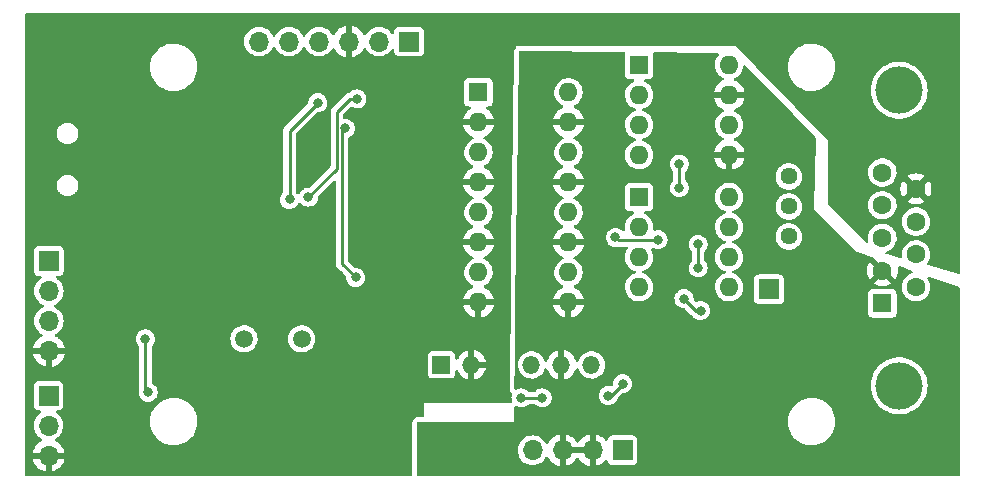
<source format=gbr>
%TF.GenerationSoftware,KiCad,Pcbnew,(6.0.0)*%
%TF.CreationDate,2023-02-03T01:01:01+01:00*%
%TF.ProjectId,EL1000_Lastcontroller,454c3130-3030-45f4-9c61-7374636f6e74,1*%
%TF.SameCoordinates,Original*%
%TF.FileFunction,Copper,L2,Bot*%
%TF.FilePolarity,Positive*%
%FSLAX46Y46*%
G04 Gerber Fmt 4.6, Leading zero omitted, Abs format (unit mm)*
G04 Created by KiCad (PCBNEW (6.0.0)) date 2023-02-03 01:01:01*
%MOMM*%
%LPD*%
G01*
G04 APERTURE LIST*
%TA.AperFunction,ComponentPad*%
%ADD10R,1.700000X1.700000*%
%TD*%
%TA.AperFunction,ComponentPad*%
%ADD11O,1.700000X1.700000*%
%TD*%
%TA.AperFunction,ComponentPad*%
%ADD12R,1.600000X1.600000*%
%TD*%
%TA.AperFunction,ComponentPad*%
%ADD13O,1.600000X1.600000*%
%TD*%
%TA.AperFunction,ComponentPad*%
%ADD14C,4.000000*%
%TD*%
%TA.AperFunction,ComponentPad*%
%ADD15C,1.600000*%
%TD*%
%TA.AperFunction,ComponentPad*%
%ADD16R,1.500000X1.500000*%
%TD*%
%TA.AperFunction,ComponentPad*%
%ADD17O,1.500000X1.500000*%
%TD*%
%TA.AperFunction,ComponentPad*%
%ADD18C,1.440000*%
%TD*%
%TA.AperFunction,ComponentPad*%
%ADD19C,1.500000*%
%TD*%
%TA.AperFunction,ViaPad*%
%ADD20C,0.800000*%
%TD*%
%TA.AperFunction,Conductor*%
%ADD21C,0.250000*%
%TD*%
G04 APERTURE END LIST*
D10*
%TO.P,J6,1,Pin_1*%
%TO.N,+3V3*%
X66200000Y-73600000D03*
D11*
%TO.P,J6,2,Pin_2*%
%TO.N,Net-(J6-Pad2)*%
X66200000Y-76140000D03*
%TO.P,J6,3,Pin_3*%
%TO.N,GND*%
X66200000Y-78680000D03*
%TD*%
D10*
%TO.P,J3,1,Pin_1*%
%TO.N,+3V3*%
X96725000Y-43625000D03*
D11*
%TO.P,J3,2,Pin_2*%
%TO.N,/SWCLK*%
X94185000Y-43625000D03*
%TO.P,J3,3,Pin_3*%
%TO.N,GND*%
X91645000Y-43625000D03*
%TO.P,J3,4,Pin_4*%
%TO.N,/SWDIO*%
X89105000Y-43625000D03*
%TO.P,J3,5,Pin_5*%
%TO.N,/NRST*%
X86565000Y-43625000D03*
%TO.P,J3,6,Pin_6*%
%TO.N,/SWO*%
X84025000Y-43625000D03*
%TD*%
D10*
%TO.P,TP1,1,1*%
%TO.N,Net-(RV1-Pad2)*%
X127200000Y-64600000D03*
%TD*%
%TO.P,J1,1,Pin_1*%
%TO.N,+5V*%
X66225000Y-62200000D03*
D11*
%TO.P,J1,2,Pin_2*%
%TO.N,/UART_TX*%
X66225000Y-64740000D03*
%TO.P,J1,3,Pin_3*%
%TO.N,/UART_RX*%
X66225000Y-67280000D03*
%TO.P,J1,4,Pin_4*%
%TO.N,GND*%
X66225000Y-69820000D03*
%TD*%
D12*
%TO.P,U4,1*%
%TO.N,Net-(R11-Pad2)*%
X102600000Y-47925000D03*
D13*
%TO.P,U4,2*%
%TO.N,GND*%
X102600000Y-50465000D03*
%TO.P,U4,3*%
%TO.N,Net-(R12-Pad2)*%
X102600000Y-53005000D03*
%TO.P,U4,4*%
%TO.N,GND*%
X102600000Y-55545000D03*
%TO.P,U4,5*%
%TO.N,Net-(R13-Pad2)*%
X102600000Y-58085000D03*
%TO.P,U4,6*%
%TO.N,GND*%
X102600000Y-60625000D03*
%TO.P,U4,7*%
%TO.N,Net-(R14-Pad2)*%
X102600000Y-63165000D03*
%TO.P,U4,8*%
%TO.N,GND*%
X102600000Y-65705000D03*
%TO.P,U4,9*%
%TO.N,GNDS*%
X110220000Y-65705000D03*
%TO.P,U4,10*%
%TO.N,/~{CS}*%
X110220000Y-63165000D03*
%TO.P,U4,11*%
%TO.N,GNDS*%
X110220000Y-60625000D03*
%TO.P,U4,12*%
%TO.N,/SCK*%
X110220000Y-58085000D03*
%TO.P,U4,13*%
%TO.N,GNDS*%
X110220000Y-55545000D03*
%TO.P,U4,14*%
%TO.N,/SDI*%
X110220000Y-53005000D03*
%TO.P,U4,15*%
%TO.N,GNDS*%
X110220000Y-50465000D03*
%TO.P,U4,16*%
%TO.N,/REMOTE_CTRL*%
X110220000Y-47925000D03*
%TD*%
D14*
%TO.P,J5,0*%
%TO.N,N/C*%
X138220000Y-72760000D03*
X138220000Y-47760000D03*
D12*
%TO.P,J5,1,1*%
%TO.N,unconnected-(J5-Pad1)*%
X136800000Y-65800000D03*
D15*
%TO.P,J5,2,2*%
%TO.N,GNDS*%
X136800000Y-63030000D03*
%TO.P,J5,3,3*%
%TO.N,/REMOTE_CTRL*%
X136800000Y-60260000D03*
%TO.P,J5,4,4*%
%TO.N,/UNDERVOLTAGE*%
X136800000Y-57490000D03*
%TO.P,J5,5,5*%
%TO.N,/OVERVOLTAGE*%
X136800000Y-54720000D03*
%TO.P,J5,6,6*%
%TO.N,/CURRENT_CONTROL*%
X139640000Y-64415000D03*
%TO.P,J5,7,7*%
%TO.N,/OVERTEMP*%
X139640000Y-61645000D03*
%TO.P,J5,8,8*%
%TO.N,/OVERLOAD*%
X139640000Y-58875000D03*
%TO.P,J5,9,9*%
%TO.N,GND*%
X139640000Y-56105000D03*
%TD*%
D16*
%TO.P,U2,1,VIN+*%
%TO.N,Net-(Q2-Pad3)*%
X99467500Y-71005000D03*
D17*
%TO.P,U2,2,VIN-*%
%TO.N,GND*%
X102007500Y-71005000D03*
%TO.P,U2,4,VOUT-*%
%TO.N,-12V*%
X107087500Y-71005000D03*
%TO.P,U2,5,0V*%
%TO.N,GNDS*%
X109627500Y-71005000D03*
%TO.P,U2,6,VOUT+*%
%TO.N,+12C*%
X112167500Y-71005000D03*
%TD*%
D12*
%TO.P,U7,1*%
%TO.N,Net-(D10-Pad1)*%
X116200000Y-56800000D03*
D13*
%TO.P,U7,2,-*%
%TO.N,Net-(R36-Pad2)*%
X116200000Y-59340000D03*
%TO.P,U7,3,+*%
%TO.N,Net-(U7-Pad3)*%
X116200000Y-61880000D03*
%TO.P,U7,4,V-*%
%TO.N,-12V*%
X116200000Y-64420000D03*
%TO.P,U7,5,+*%
%TO.N,Net-(RV1-Pad2)*%
X123820000Y-64420000D03*
%TO.P,U7,6,-*%
%TO.N,Net-(U7-Pad3)*%
X123820000Y-61880000D03*
%TO.P,U7,7*%
X123820000Y-59340000D03*
%TO.P,U7,8,V+*%
%TO.N,+12C*%
X123820000Y-56800000D03*
%TD*%
D18*
%TO.P,RV1,1,1*%
%TO.N,Net-(R28-Pad1)*%
X128875000Y-55050000D03*
%TO.P,RV1,2,2*%
%TO.N,Net-(RV1-Pad2)*%
X128875000Y-57590000D03*
%TO.P,RV1,3,3*%
%TO.N,Net-(R32-Pad1)*%
X128875000Y-60130000D03*
%TD*%
D10*
%TO.P,J4,1,Pin_1*%
%TO.N,+12C*%
X114800000Y-78225000D03*
D11*
%TO.P,J4,2,Pin_2*%
%TO.N,GNDS*%
X112260000Y-78225000D03*
%TO.P,J4,3,Pin_3*%
X109720000Y-78225000D03*
%TO.P,J4,4,Pin_4*%
%TO.N,-12V*%
X107180000Y-78225000D03*
%TD*%
D19*
%TO.P,Y1,1,1*%
%TO.N,Net-(C3-Pad1)*%
X82750000Y-68800000D03*
%TO.P,Y1,2,2*%
%TO.N,Net-(C7-Pad1)*%
X87630000Y-68800000D03*
%TD*%
D12*
%TO.P,U6,1,Vdd*%
%TO.N,+5C*%
X116200000Y-45600000D03*
D13*
%TO.P,U6,2,~{CS}*%
%TO.N,/~{CS}*%
X116200000Y-48140000D03*
%TO.P,U6,3,SCK*%
%TO.N,/SCK*%
X116200000Y-50680000D03*
%TO.P,U6,4,SDI*%
%TO.N,/SDI*%
X116200000Y-53220000D03*
%TO.P,U6,5,~{LDAC}*%
%TO.N,GNDS*%
X123820000Y-53220000D03*
%TO.P,U6,6,Vref*%
%TO.N,+5C*%
X123820000Y-50680000D03*
%TO.P,U6,7,Vss*%
%TO.N,GNDS*%
X123820000Y-48140000D03*
%TO.P,U6,8,Vout*%
%TO.N,Net-(R28-Pad1)*%
X123820000Y-45600000D03*
%TD*%
D20*
%TO.N,GND*%
X76800000Y-56000000D03*
X81400000Y-65800000D03*
X84600000Y-71200000D03*
X74400000Y-59600000D03*
X90800000Y-63400000D03*
X87800000Y-77400000D03*
X93200000Y-54400000D03*
X72400000Y-59200000D03*
X84800000Y-52800000D03*
X82800000Y-65800000D03*
X84400000Y-60600000D03*
X86200000Y-71200000D03*
X80800000Y-61200000D03*
X70506242Y-59729866D03*
X88000000Y-64400000D03*
X89675500Y-52768318D03*
X72200000Y-48600000D03*
X76800000Y-54000000D03*
X92675500Y-52071035D03*
X65000000Y-60200000D03*
X95400000Y-68800000D03*
X94765278Y-64989876D03*
X80000000Y-78200000D03*
X66200000Y-47600000D03*
X76200000Y-66400000D03*
X79600000Y-54200000D03*
X101000000Y-65800000D03*
X69800000Y-75200000D03*
X72400000Y-55600000D03*
%TO.N,/NRST*%
X92200000Y-63600000D03*
X91324500Y-50968318D03*
%TO.N,+12C*%
X121200000Y-62800000D03*
X121200000Y-60800000D03*
%TO.N,GNDS*%
X126400000Y-79000000D03*
X114200000Y-64400000D03*
X114200000Y-51000000D03*
X117800000Y-76800000D03*
X126400000Y-75800000D03*
X133000000Y-70800000D03*
X127400000Y-53200000D03*
X126800000Y-50600000D03*
X118800000Y-69000000D03*
X125800000Y-59400000D03*
X118200000Y-65600000D03*
X98200000Y-76600000D03*
%TO.N,-12V*%
X120000000Y-65400000D03*
X121400000Y-66400000D03*
%TO.N,+5C*%
X113600000Y-73600000D03*
X108000000Y-73800000D03*
X106200000Y-73800000D03*
X114800000Y-72600000D03*
%TO.N,/SWCLK*%
X88200000Y-56800000D03*
X92311700Y-48487102D03*
%TO.N,/SWO*%
X89000000Y-48800000D03*
X86600000Y-57000000D03*
%TO.N,/Iso_DCDC_Power*%
X74400000Y-68800000D03*
X74631682Y-73324500D03*
%TO.N,/~{CS}*%
X119600000Y-54000000D03*
X119600000Y-56000000D03*
X114200000Y-60200000D03*
X117800000Y-60400000D03*
%TD*%
D21*
%TO.N,/NRST*%
X92200000Y-63600000D02*
X91049511Y-62449511D01*
X91049511Y-51243307D02*
X91324500Y-50968318D01*
X91049511Y-62449511D02*
X91049511Y-51243307D01*
%TO.N,+12C*%
X121200000Y-60800000D02*
X121200000Y-62800000D01*
%TO.N,-12V*%
X121000000Y-66400000D02*
X120000000Y-65400000D01*
X121400000Y-66400000D02*
X121000000Y-66400000D01*
%TO.N,+5C*%
X106200000Y-73800000D02*
X108000000Y-73800000D01*
X113600000Y-73600000D02*
X113800000Y-73600000D01*
X113800000Y-73600000D02*
X114800000Y-72600000D01*
%TO.N,/SWCLK*%
X90600000Y-54400000D02*
X90600000Y-49600000D01*
X90600000Y-49600000D02*
X91712898Y-48487102D01*
X88200000Y-56800000D02*
X90600000Y-54400000D01*
X91712898Y-48487102D02*
X92311700Y-48487102D01*
%TO.N,/SWO*%
X86600000Y-51200000D02*
X89000000Y-48800000D01*
X86600000Y-57000000D02*
X86600000Y-51200000D01*
%TO.N,/Iso_DCDC_Power*%
X74400000Y-73092818D02*
X74631682Y-73324500D01*
X74400000Y-68800000D02*
X74400000Y-73092818D01*
%TO.N,/~{CS}*%
X114464511Y-60464511D02*
X117735489Y-60464511D01*
X119600000Y-56000000D02*
X119600000Y-54000000D01*
X117735489Y-60464511D02*
X117800000Y-60400000D01*
X114200000Y-60200000D02*
X114464511Y-60464511D01*
%TD*%
%TA.AperFunction,Conductor*%
%TO.N,GND*%
G36*
X143342121Y-41220002D02*
G01*
X143388614Y-41273658D01*
X143400000Y-41326000D01*
X143400000Y-63155996D01*
X143379998Y-63224117D01*
X143326342Y-63270610D01*
X143256068Y-63280714D01*
X143241535Y-63277742D01*
X140650858Y-62586895D01*
X140590191Y-62550016D01*
X140559093Y-62486192D01*
X140567437Y-62415688D01*
X140586449Y-62384579D01*
X140629908Y-62332326D01*
X140629910Y-62332323D01*
X140633602Y-62327884D01*
X140741410Y-62135379D01*
X140743266Y-62129912D01*
X140743268Y-62129907D01*
X140810475Y-61931921D01*
X140810476Y-61931916D01*
X140812331Y-61926452D01*
X140813159Y-61920743D01*
X140813160Y-61920738D01*
X140832346Y-61788413D01*
X140843991Y-61708098D01*
X140845643Y-61645000D01*
X140825454Y-61425289D01*
X140821724Y-61412061D01*
X140783495Y-61276511D01*
X140765565Y-61212936D01*
X140667980Y-61015053D01*
X140619609Y-60950276D01*
X140539420Y-60842891D01*
X140539420Y-60842890D01*
X140535967Y-60838267D01*
X140373949Y-60688499D01*
X140187350Y-60570764D01*
X139982421Y-60489006D01*
X139976761Y-60487880D01*
X139976757Y-60487879D01*
X139771691Y-60447089D01*
X139771688Y-60447089D01*
X139766024Y-60445962D01*
X139760249Y-60445886D01*
X139760245Y-60445886D01*
X139649504Y-60444437D01*
X139545406Y-60443074D01*
X139539709Y-60444053D01*
X139539708Y-60444053D01*
X139333654Y-60479459D01*
X139333653Y-60479459D01*
X139327957Y-60480438D01*
X139120957Y-60556804D01*
X138931341Y-60669614D01*
X138765457Y-60815090D01*
X138628863Y-60988360D01*
X138526131Y-61183620D01*
X138460703Y-61394333D01*
X138434770Y-61613440D01*
X138435148Y-61619207D01*
X138448800Y-61827509D01*
X138433296Y-61896792D01*
X138382796Y-61946694D01*
X138313333Y-61961372D01*
X138290609Y-61957496D01*
X137149200Y-61653120D01*
X137088534Y-61616241D01*
X137057436Y-61552417D01*
X137065780Y-61481913D01*
X137110917Y-61427112D01*
X137141164Y-61412062D01*
X137193391Y-61394333D01*
X137284907Y-61363268D01*
X137284912Y-61363266D01*
X137290379Y-61361410D01*
X137482884Y-61253602D01*
X137505868Y-61234487D01*
X137621397Y-61138402D01*
X137652518Y-61112518D01*
X137755780Y-60988360D01*
X137789908Y-60947326D01*
X137789910Y-60947323D01*
X137793602Y-60942884D01*
X137901410Y-60750379D01*
X137903266Y-60744912D01*
X137903268Y-60744907D01*
X137970475Y-60546921D01*
X137970476Y-60546916D01*
X137972331Y-60541452D01*
X137973159Y-60535743D01*
X137973160Y-60535738D01*
X137992346Y-60403413D01*
X138003991Y-60323098D01*
X138005643Y-60260000D01*
X137985454Y-60040289D01*
X137967963Y-59978268D01*
X137954725Y-59931330D01*
X137925565Y-59827936D01*
X137827980Y-59630053D01*
X137714303Y-59477821D01*
X137699420Y-59457891D01*
X137699420Y-59457890D01*
X137695967Y-59453267D01*
X137533949Y-59303499D01*
X137347350Y-59185764D01*
X137142421Y-59104006D01*
X137136761Y-59102880D01*
X137136757Y-59102879D01*
X136931691Y-59062089D01*
X136931688Y-59062089D01*
X136926024Y-59060962D01*
X136920249Y-59060886D01*
X136920245Y-59060886D01*
X136809504Y-59059437D01*
X136705406Y-59058074D01*
X136699709Y-59059053D01*
X136699708Y-59059053D01*
X136493654Y-59094459D01*
X136493653Y-59094459D01*
X136487957Y-59095438D01*
X136280957Y-59171804D01*
X136275996Y-59174756D01*
X136275995Y-59174756D01*
X136112784Y-59271857D01*
X136091341Y-59284614D01*
X135925457Y-59430090D01*
X135788863Y-59603360D01*
X135686131Y-59798620D01*
X135620703Y-60009333D01*
X135594770Y-60228440D01*
X135609200Y-60448604D01*
X135610623Y-60454205D01*
X135610623Y-60454208D01*
X135619163Y-60487835D01*
X135616544Y-60558783D01*
X135575984Y-60617053D01*
X135510359Y-60644144D01*
X135440506Y-60631455D01*
X135407945Y-60607945D01*
X133643440Y-58843440D01*
X138434770Y-58843440D01*
X138449200Y-59063604D01*
X138450621Y-59069200D01*
X138450622Y-59069205D01*
X138477429Y-59174756D01*
X138503511Y-59277452D01*
X138505928Y-59282694D01*
X138505928Y-59282695D01*
X138542236Y-59361453D01*
X138595883Y-59477821D01*
X138723222Y-59658002D01*
X138881264Y-59811961D01*
X138886060Y-59815166D01*
X138886063Y-59815168D01*
X138970261Y-59871427D01*
X139064717Y-59934540D01*
X139070020Y-59936818D01*
X139070023Y-59936820D01*
X139262129Y-60019355D01*
X139267436Y-60021635D01*
X139347088Y-60039658D01*
X139476995Y-60069054D01*
X139477001Y-60069055D01*
X139482632Y-60070329D01*
X139488403Y-60070556D01*
X139488405Y-60070556D01*
X139556211Y-60073220D01*
X139703098Y-60078991D01*
X139812275Y-60063161D01*
X139915738Y-60048160D01*
X139915743Y-60048159D01*
X139921452Y-60047331D01*
X139926916Y-60045476D01*
X139926921Y-60045475D01*
X140124907Y-59978268D01*
X140124912Y-59978266D01*
X140130379Y-59976410D01*
X140322884Y-59868602D01*
X140365090Y-59833500D01*
X140488086Y-59731204D01*
X140492518Y-59727518D01*
X140577428Y-59625426D01*
X140629908Y-59562326D01*
X140629910Y-59562323D01*
X140633602Y-59557884D01*
X140708096Y-59424865D01*
X140738586Y-59370422D01*
X140738587Y-59370420D01*
X140741410Y-59365379D01*
X140743266Y-59359912D01*
X140743268Y-59359907D01*
X140810475Y-59161921D01*
X140810476Y-59161916D01*
X140812331Y-59156452D01*
X140813159Y-59150743D01*
X140813160Y-59150738D01*
X140843458Y-58941772D01*
X140843991Y-58938098D01*
X140845643Y-58875000D01*
X140825454Y-58655289D01*
X140807963Y-58593268D01*
X140778120Y-58487452D01*
X140765565Y-58442936D01*
X140667980Y-58245053D01*
X140598324Y-58151772D01*
X140539420Y-58072891D01*
X140539420Y-58072890D01*
X140535967Y-58068267D01*
X140373949Y-57918499D01*
X140187350Y-57800764D01*
X139982421Y-57719006D01*
X139976761Y-57717880D01*
X139976757Y-57717879D01*
X139771691Y-57677089D01*
X139771688Y-57677089D01*
X139766024Y-57675962D01*
X139760249Y-57675886D01*
X139760245Y-57675886D01*
X139649504Y-57674437D01*
X139545406Y-57673074D01*
X139539709Y-57674053D01*
X139539708Y-57674053D01*
X139333654Y-57709459D01*
X139333653Y-57709459D01*
X139327957Y-57710438D01*
X139120957Y-57786804D01*
X139115996Y-57789756D01*
X139115995Y-57789756D01*
X138952784Y-57886857D01*
X138931341Y-57899614D01*
X138765457Y-58045090D01*
X138628863Y-58218360D01*
X138526131Y-58413620D01*
X138460703Y-58624333D01*
X138434770Y-58843440D01*
X133643440Y-58843440D01*
X132258440Y-57458440D01*
X135594770Y-57458440D01*
X135609200Y-57678604D01*
X135610621Y-57684200D01*
X135610622Y-57684205D01*
X135662090Y-57886857D01*
X135663511Y-57892452D01*
X135665928Y-57897694D01*
X135665928Y-57897695D01*
X135704046Y-57980379D01*
X135755883Y-58092821D01*
X135883222Y-58273002D01*
X136041264Y-58426961D01*
X136046060Y-58430166D01*
X136046063Y-58430168D01*
X136130261Y-58486427D01*
X136224717Y-58549540D01*
X136230020Y-58551818D01*
X136230023Y-58551820D01*
X136422129Y-58634355D01*
X136427436Y-58636635D01*
X136507088Y-58654658D01*
X136636995Y-58684054D01*
X136637001Y-58684055D01*
X136642632Y-58685329D01*
X136648403Y-58685556D01*
X136648405Y-58685556D01*
X136716211Y-58688220D01*
X136863098Y-58693991D01*
X136972275Y-58678161D01*
X137075738Y-58663160D01*
X137075743Y-58663159D01*
X137081452Y-58662331D01*
X137086916Y-58660476D01*
X137086921Y-58660475D01*
X137284907Y-58593268D01*
X137284912Y-58593266D01*
X137290379Y-58591410D01*
X137310000Y-58580422D01*
X137476009Y-58487452D01*
X137482884Y-58483602D01*
X137525090Y-58448500D01*
X137648086Y-58346204D01*
X137652518Y-58342518D01*
X137755780Y-58218360D01*
X137789908Y-58177326D01*
X137789910Y-58177323D01*
X137793602Y-58172884D01*
X137901410Y-57980379D01*
X137903266Y-57974912D01*
X137903268Y-57974907D01*
X137970475Y-57776921D01*
X137970476Y-57776916D01*
X137972331Y-57771452D01*
X137973159Y-57765743D01*
X137973160Y-57765738D01*
X137994189Y-57620699D01*
X138003991Y-57553098D01*
X138005643Y-57490000D01*
X137985454Y-57270289D01*
X137982449Y-57259632D01*
X137963110Y-57191062D01*
X138918493Y-57191062D01*
X138927789Y-57203077D01*
X138978994Y-57238931D01*
X138988489Y-57244414D01*
X139185947Y-57336490D01*
X139196239Y-57340236D01*
X139406688Y-57396625D01*
X139417481Y-57398528D01*
X139634525Y-57417517D01*
X139645475Y-57417517D01*
X139862519Y-57398528D01*
X139873312Y-57396625D01*
X140083761Y-57340236D01*
X140094053Y-57336490D01*
X140291511Y-57244414D01*
X140301006Y-57238931D01*
X140353048Y-57202491D01*
X140361424Y-57192012D01*
X140354356Y-57178566D01*
X139652812Y-56477022D01*
X139638868Y-56469408D01*
X139637035Y-56469539D01*
X139630420Y-56473790D01*
X138924923Y-57179287D01*
X138918493Y-57191062D01*
X137963110Y-57191062D01*
X137941214Y-57113424D01*
X137925565Y-57057936D01*
X137827980Y-56860053D01*
X137799933Y-56822493D01*
X137699420Y-56687891D01*
X137699420Y-56687890D01*
X137695967Y-56683267D01*
X137598586Y-56593249D01*
X137538189Y-56537418D01*
X137538186Y-56537416D01*
X137533949Y-56533499D01*
X137347350Y-56415764D01*
X137142421Y-56334006D01*
X137136761Y-56332880D01*
X137136757Y-56332879D01*
X136931691Y-56292089D01*
X136931688Y-56292089D01*
X136926024Y-56290962D01*
X136920249Y-56290886D01*
X136920245Y-56290886D01*
X136809504Y-56289437D01*
X136705406Y-56288074D01*
X136699709Y-56289053D01*
X136699708Y-56289053D01*
X136493654Y-56324459D01*
X136493653Y-56324459D01*
X136487957Y-56325438D01*
X136280957Y-56401804D01*
X136091341Y-56514614D01*
X135925457Y-56660090D01*
X135788863Y-56833360D01*
X135686131Y-57028620D01*
X135620703Y-57239333D01*
X135594770Y-57458440D01*
X132258440Y-57458440D01*
X132236905Y-57436905D01*
X132202879Y-57374593D01*
X132200000Y-57347810D01*
X132200000Y-56110475D01*
X138327483Y-56110475D01*
X138346472Y-56327519D01*
X138348375Y-56338312D01*
X138404764Y-56548761D01*
X138408510Y-56559053D01*
X138500586Y-56756511D01*
X138506069Y-56766006D01*
X138542509Y-56818048D01*
X138552988Y-56826424D01*
X138566434Y-56819356D01*
X139267978Y-56117812D01*
X139274356Y-56106132D01*
X140004408Y-56106132D01*
X140004539Y-56107965D01*
X140008790Y-56114580D01*
X140714287Y-56820077D01*
X140726062Y-56826507D01*
X140738077Y-56817211D01*
X140773931Y-56766006D01*
X140779414Y-56756511D01*
X140871490Y-56559053D01*
X140875236Y-56548761D01*
X140931625Y-56338312D01*
X140933528Y-56327519D01*
X140952517Y-56110475D01*
X140952517Y-56099525D01*
X140933528Y-55882481D01*
X140931625Y-55871688D01*
X140875236Y-55661239D01*
X140871490Y-55650947D01*
X140779414Y-55453489D01*
X140773931Y-55443994D01*
X140737491Y-55391952D01*
X140727012Y-55383576D01*
X140713566Y-55390644D01*
X140012022Y-56092188D01*
X140004408Y-56106132D01*
X139274356Y-56106132D01*
X139275592Y-56103868D01*
X139275461Y-56102035D01*
X139271210Y-56095420D01*
X138565713Y-55389923D01*
X138553938Y-55383493D01*
X138541923Y-55392789D01*
X138506069Y-55443994D01*
X138500586Y-55453489D01*
X138408510Y-55650947D01*
X138404764Y-55661239D01*
X138348375Y-55871688D01*
X138346472Y-55882481D01*
X138327483Y-56099525D01*
X138327483Y-56110475D01*
X132200000Y-56110475D01*
X132200000Y-54688440D01*
X135594770Y-54688440D01*
X135609200Y-54908604D01*
X135610621Y-54914200D01*
X135610622Y-54914205D01*
X135662090Y-55116857D01*
X135663511Y-55122452D01*
X135665928Y-55127694D01*
X135665928Y-55127695D01*
X135704046Y-55210379D01*
X135755883Y-55322821D01*
X135883222Y-55503002D01*
X136041264Y-55656961D01*
X136046060Y-55660166D01*
X136046063Y-55660168D01*
X136130261Y-55716427D01*
X136224717Y-55779540D01*
X136230020Y-55781818D01*
X136230023Y-55781820D01*
X136422129Y-55864355D01*
X136427436Y-55866635D01*
X136497465Y-55882481D01*
X136636995Y-55914054D01*
X136637001Y-55914055D01*
X136642632Y-55915329D01*
X136648403Y-55915556D01*
X136648405Y-55915556D01*
X136716211Y-55918220D01*
X136863098Y-55923991D01*
X136972275Y-55908161D01*
X137075738Y-55893160D01*
X137075743Y-55893159D01*
X137081452Y-55892331D01*
X137086916Y-55890476D01*
X137086921Y-55890475D01*
X137284907Y-55823268D01*
X137284912Y-55823266D01*
X137290379Y-55821410D01*
X137308036Y-55811522D01*
X137434690Y-55740592D01*
X137482884Y-55713602D01*
X137492802Y-55705354D01*
X137648086Y-55576204D01*
X137652518Y-55572518D01*
X137793602Y-55402884D01*
X137901410Y-55210379D01*
X137903266Y-55204912D01*
X137903268Y-55204907D01*
X137966718Y-55017988D01*
X138918576Y-55017988D01*
X138925644Y-55031434D01*
X139627188Y-55732978D01*
X139641132Y-55740592D01*
X139642965Y-55740461D01*
X139649580Y-55736210D01*
X140355077Y-55030713D01*
X140361507Y-55018938D01*
X140352211Y-55006923D01*
X140301006Y-54971069D01*
X140291511Y-54965586D01*
X140094053Y-54873510D01*
X140083761Y-54869764D01*
X139873312Y-54813375D01*
X139862519Y-54811472D01*
X139645475Y-54792483D01*
X139634525Y-54792483D01*
X139417481Y-54811472D01*
X139406688Y-54813375D01*
X139196239Y-54869764D01*
X139185947Y-54873510D01*
X138988489Y-54965586D01*
X138978994Y-54971069D01*
X138926952Y-55007509D01*
X138918576Y-55017988D01*
X137966718Y-55017988D01*
X137970475Y-55006921D01*
X137970476Y-55006916D01*
X137972331Y-55001452D01*
X137973159Y-54995743D01*
X137973160Y-54995738D01*
X138003458Y-54786772D01*
X138003991Y-54783098D01*
X138005643Y-54720000D01*
X137985454Y-54500289D01*
X137925565Y-54287936D01*
X137827980Y-54090053D01*
X137808929Y-54064540D01*
X137699420Y-53917891D01*
X137699420Y-53917890D01*
X137695967Y-53913267D01*
X137533949Y-53763499D01*
X137347350Y-53645764D01*
X137142421Y-53564006D01*
X137136761Y-53562880D01*
X137136757Y-53562879D01*
X136931691Y-53522089D01*
X136931688Y-53522089D01*
X136926024Y-53520962D01*
X136920249Y-53520886D01*
X136920245Y-53520886D01*
X136809504Y-53519437D01*
X136705406Y-53518074D01*
X136699709Y-53519053D01*
X136699708Y-53519053D01*
X136493654Y-53554459D01*
X136493653Y-53554459D01*
X136487957Y-53555438D01*
X136280957Y-53631804D01*
X136091341Y-53744614D01*
X135925457Y-53890090D01*
X135788863Y-54063360D01*
X135686131Y-54258620D01*
X135620703Y-54469333D01*
X135594770Y-54688440D01*
X132200000Y-54688440D01*
X132200000Y-52000000D01*
X129401058Y-49129290D01*
X126124285Y-45768497D01*
X128794637Y-45768497D01*
X128794881Y-45772932D01*
X128794881Y-45772936D01*
X128802394Y-45909437D01*
X128810205Y-46051370D01*
X128865474Y-46329226D01*
X128866950Y-46333429D01*
X128888181Y-46393885D01*
X128959342Y-46596524D01*
X128961395Y-46600477D01*
X128961398Y-46600483D01*
X129025820Y-46724500D01*
X129089936Y-46847928D01*
X129092519Y-46851543D01*
X129092523Y-46851549D01*
X129118218Y-46887505D01*
X129254651Y-47078424D01*
X129257729Y-47081651D01*
X129257731Y-47081653D01*
X129334226Y-47161840D01*
X129450199Y-47283412D01*
X129672680Y-47458801D01*
X129782927Y-47522837D01*
X129913807Y-47598859D01*
X129913813Y-47598862D01*
X129917654Y-47601093D01*
X129921777Y-47602763D01*
X130174640Y-47705183D01*
X130180232Y-47707448D01*
X130184545Y-47708519D01*
X130184550Y-47708521D01*
X130450856Y-47774672D01*
X130450861Y-47774673D01*
X130455177Y-47775745D01*
X130459605Y-47776199D01*
X130459607Y-47776199D01*
X130535307Y-47783955D01*
X130696790Y-47800500D01*
X130872170Y-47800500D01*
X131082593Y-47785601D01*
X131086948Y-47784663D01*
X131086951Y-47784663D01*
X131201507Y-47760000D01*
X135814754Y-47760000D01*
X135833720Y-48061457D01*
X135890319Y-48358160D01*
X135983659Y-48645430D01*
X135985346Y-48649016D01*
X135985348Y-48649020D01*
X136110579Y-48915150D01*
X136110583Y-48915157D01*
X136112267Y-48918736D01*
X136274115Y-49173768D01*
X136276634Y-49176814D01*
X136276637Y-49176817D01*
X136319506Y-49228636D01*
X136466651Y-49406504D01*
X136686838Y-49613274D01*
X136690040Y-49615601D01*
X136690042Y-49615602D01*
X136928002Y-49788489D01*
X136931205Y-49790816D01*
X136934674Y-49792723D01*
X136934677Y-49792725D01*
X137192427Y-49934425D01*
X137195896Y-49936332D01*
X137199565Y-49937785D01*
X137199570Y-49937787D01*
X137473068Y-50046072D01*
X137476738Y-50047525D01*
X137769302Y-50122642D01*
X138068973Y-50160500D01*
X138371027Y-50160500D01*
X138670698Y-50122642D01*
X138963262Y-50047525D01*
X138966932Y-50046072D01*
X139240430Y-49937787D01*
X139240435Y-49937785D01*
X139244104Y-49936332D01*
X139247573Y-49934425D01*
X139505323Y-49792725D01*
X139505326Y-49792723D01*
X139508795Y-49790816D01*
X139511998Y-49788489D01*
X139749958Y-49615602D01*
X139749960Y-49615601D01*
X139753162Y-49613274D01*
X139973349Y-49406504D01*
X140120494Y-49228636D01*
X140163363Y-49176817D01*
X140163366Y-49176814D01*
X140165885Y-49173768D01*
X140327733Y-48918736D01*
X140329417Y-48915157D01*
X140329421Y-48915150D01*
X140454652Y-48649020D01*
X140454654Y-48649016D01*
X140456341Y-48645430D01*
X140549681Y-48358160D01*
X140606280Y-48061457D01*
X140625246Y-47760000D01*
X140606280Y-47458543D01*
X140549681Y-47161840D01*
X140456341Y-46874570D01*
X140445508Y-46851549D01*
X140329421Y-46604850D01*
X140329417Y-46604843D01*
X140327733Y-46601264D01*
X140165885Y-46346232D01*
X140155294Y-46333429D01*
X139977145Y-46118085D01*
X139973349Y-46113496D01*
X139753162Y-45906726D01*
X139508795Y-45729184D01*
X139244104Y-45583668D01*
X139240435Y-45582215D01*
X139240430Y-45582213D01*
X138966932Y-45473928D01*
X138966931Y-45473928D01*
X138963262Y-45472475D01*
X138670698Y-45397358D01*
X138371027Y-45359500D01*
X138068973Y-45359500D01*
X137769302Y-45397358D01*
X137476738Y-45472475D01*
X137473069Y-45473928D01*
X137473068Y-45473928D01*
X137199570Y-45582213D01*
X137199565Y-45582215D01*
X137195896Y-45583668D01*
X136931205Y-45729184D01*
X136686838Y-45906726D01*
X136466651Y-46113496D01*
X136462855Y-46118085D01*
X136284707Y-46333429D01*
X136274115Y-46346232D01*
X136112267Y-46601264D01*
X136110583Y-46604843D01*
X136110579Y-46604850D01*
X135994492Y-46851549D01*
X135983659Y-46874570D01*
X135890319Y-47161840D01*
X135833720Y-47458543D01*
X135814754Y-47760000D01*
X131201507Y-47760000D01*
X131355200Y-47726911D01*
X131355202Y-47726911D01*
X131359547Y-47725975D01*
X131625337Y-47627920D01*
X131874660Y-47493393D01*
X132102540Y-47325078D01*
X132304430Y-47126334D01*
X132307131Y-47122794D01*
X132307137Y-47122788D01*
X132473602Y-46904667D01*
X132473605Y-46904663D01*
X132476304Y-46901126D01*
X132532657Y-46800500D01*
X132612552Y-46657837D01*
X132612555Y-46657832D01*
X132614730Y-46653947D01*
X132633725Y-46604850D01*
X132715341Y-46393885D01*
X132715343Y-46393879D01*
X132716948Y-46389730D01*
X132780918Y-46113747D01*
X132805363Y-45831503D01*
X132802140Y-45772936D01*
X132790040Y-45553073D01*
X132790039Y-45553066D01*
X132789795Y-45548630D01*
X132743621Y-45316497D01*
X132735396Y-45275146D01*
X132735395Y-45275141D01*
X132734526Y-45270774D01*
X132713279Y-45210270D01*
X132642136Y-45007684D01*
X132642135Y-45007681D01*
X132640658Y-45003476D01*
X132638605Y-44999523D01*
X132638602Y-44999517D01*
X132561598Y-44851279D01*
X132510064Y-44752072D01*
X132507481Y-44748457D01*
X132507477Y-44748451D01*
X132427858Y-44637037D01*
X132345349Y-44521576D01*
X132335653Y-44511412D01*
X132152876Y-44319811D01*
X132152873Y-44319808D01*
X132149801Y-44316588D01*
X131927320Y-44141199D01*
X131756020Y-44041700D01*
X131686193Y-44001141D01*
X131686187Y-44001138D01*
X131682346Y-43998907D01*
X131419768Y-43892552D01*
X131415455Y-43891481D01*
X131415450Y-43891479D01*
X131149144Y-43825328D01*
X131149139Y-43825327D01*
X131144823Y-43824255D01*
X131140395Y-43823801D01*
X131140393Y-43823801D01*
X131045552Y-43814084D01*
X130903210Y-43799500D01*
X130727830Y-43799500D01*
X130517407Y-43814399D01*
X130513052Y-43815337D01*
X130513049Y-43815337D01*
X130244800Y-43873089D01*
X130244798Y-43873089D01*
X130240453Y-43874025D01*
X129974663Y-43972080D01*
X129970745Y-43974194D01*
X129822227Y-44054330D01*
X129725340Y-44106607D01*
X129497460Y-44274922D01*
X129494281Y-44278051D01*
X129494278Y-44278054D01*
X129424121Y-44347118D01*
X129295570Y-44473666D01*
X129292869Y-44477206D01*
X129292863Y-44477212D01*
X129126398Y-44695333D01*
X129123696Y-44698874D01*
X129121521Y-44702758D01*
X128991696Y-44934579D01*
X128985270Y-44946053D01*
X128983662Y-44950211D01*
X128983659Y-44950216D01*
X128884659Y-45206115D01*
X128883052Y-45210270D01*
X128882048Y-45214602D01*
X128882047Y-45214605D01*
X128876428Y-45238847D01*
X128819082Y-45486253D01*
X128794637Y-45768497D01*
X126124285Y-45768497D01*
X124412647Y-44012971D01*
X124412646Y-44012971D01*
X124400000Y-44000000D01*
X105800000Y-44000000D01*
X105800000Y-44061701D01*
X105779998Y-44129822D01*
X105762241Y-44151413D01*
X105761194Y-44152297D01*
X105758461Y-44155284D01*
X105698063Y-44221295D01*
X105698061Y-44221297D01*
X105691980Y-44227944D01*
X105636935Y-44340336D01*
X105635479Y-44345071D01*
X105617390Y-44403892D01*
X105617388Y-44403899D01*
X105616067Y-44408196D01*
X105598430Y-44520674D01*
X105527080Y-50121657D01*
X105526230Y-50188408D01*
X105519376Y-50726427D01*
X105454663Y-55806427D01*
X105389949Y-60886427D01*
X105325236Y-65966427D01*
X105261500Y-70969659D01*
X105236013Y-72970451D01*
X105235955Y-72974970D01*
X105243738Y-73058749D01*
X105254107Y-73110431D01*
X105274850Y-73180175D01*
X105338896Y-73287692D01*
X105384324Y-73342252D01*
X105387290Y-73345004D01*
X105387292Y-73345006D01*
X105420471Y-73375789D01*
X105456805Y-73436784D01*
X105453174Y-73511251D01*
X105417022Y-73610578D01*
X105394514Y-73788753D01*
X105395201Y-73795760D01*
X105395201Y-73795763D01*
X105397995Y-73824255D01*
X105412039Y-73967486D01*
X105414262Y-73974168D01*
X105414262Y-73974169D01*
X105434241Y-74034229D01*
X105436763Y-74105181D01*
X105400525Y-74166233D01*
X105337033Y-74198002D01*
X105314682Y-74200000D01*
X98000000Y-74200000D01*
X98000000Y-75274000D01*
X97979998Y-75342121D01*
X97926342Y-75388614D01*
X97874000Y-75400000D01*
X97526000Y-75400000D01*
X97440976Y-75409141D01*
X97437692Y-75409855D01*
X97437688Y-75409856D01*
X97408313Y-75416246D01*
X97388634Y-75420527D01*
X97317951Y-75442936D01*
X97211714Y-75509086D01*
X97158058Y-75555579D01*
X97089813Y-75632102D01*
X97085952Y-75640246D01*
X97085951Y-75640248D01*
X97050051Y-75715980D01*
X97036205Y-75745187D01*
X97016203Y-75813308D01*
X97015562Y-75817767D01*
X97015561Y-75817771D01*
X97008101Y-75869654D01*
X97000000Y-75926000D01*
X97000000Y-80274000D01*
X96979998Y-80342121D01*
X96926342Y-80388614D01*
X96874000Y-80400000D01*
X64326000Y-80400000D01*
X64257879Y-80379998D01*
X64211386Y-80326342D01*
X64200000Y-80274000D01*
X64200000Y-78947966D01*
X64868257Y-78947966D01*
X64898565Y-79082446D01*
X64901645Y-79092275D01*
X64981770Y-79289603D01*
X64986413Y-79298794D01*
X65097694Y-79480388D01*
X65103777Y-79488699D01*
X65243213Y-79649667D01*
X65250580Y-79656883D01*
X65414434Y-79792916D01*
X65422881Y-79798831D01*
X65606756Y-79906279D01*
X65616042Y-79910729D01*
X65815001Y-79986703D01*
X65824899Y-79989579D01*
X65928250Y-80010606D01*
X65942299Y-80009410D01*
X65946000Y-79999065D01*
X65946000Y-79998517D01*
X66454000Y-79998517D01*
X66458064Y-80012359D01*
X66471478Y-80014393D01*
X66478184Y-80013534D01*
X66488262Y-80011392D01*
X66692255Y-79950191D01*
X66701842Y-79946433D01*
X66893095Y-79852739D01*
X66901945Y-79847464D01*
X67075328Y-79723792D01*
X67083200Y-79717139D01*
X67234052Y-79566812D01*
X67240730Y-79558965D01*
X67365003Y-79386020D01*
X67370313Y-79377183D01*
X67464670Y-79186267D01*
X67468469Y-79176672D01*
X67530377Y-78972910D01*
X67532555Y-78962837D01*
X67533986Y-78951962D01*
X67531775Y-78937778D01*
X67518617Y-78934000D01*
X66472115Y-78934000D01*
X66456876Y-78938475D01*
X66455671Y-78939865D01*
X66454000Y-78947548D01*
X66454000Y-79998517D01*
X65946000Y-79998517D01*
X65946000Y-78952115D01*
X65941525Y-78936876D01*
X65940135Y-78935671D01*
X65932452Y-78934000D01*
X64883225Y-78934000D01*
X64869694Y-78937973D01*
X64868257Y-78947966D01*
X64200000Y-78947966D01*
X64200000Y-78414183D01*
X64864389Y-78414183D01*
X64865912Y-78422607D01*
X64878292Y-78426000D01*
X67518344Y-78426000D01*
X67531875Y-78422027D01*
X67533180Y-78412947D01*
X67491214Y-78245875D01*
X67487894Y-78236124D01*
X67402972Y-78040814D01*
X67398105Y-78031739D01*
X67282426Y-77852926D01*
X67276136Y-77844757D01*
X67132806Y-77687240D01*
X67125273Y-77680215D01*
X66958139Y-77548222D01*
X66949552Y-77542517D01*
X66800952Y-77460485D01*
X66750982Y-77410053D01*
X66736210Y-77340610D01*
X66761326Y-77274205D01*
X66808596Y-77235982D01*
X66822652Y-77229428D01*
X66822657Y-77229425D01*
X66827639Y-77227102D01*
X66967079Y-77129465D01*
X67002366Y-77104757D01*
X67002369Y-77104755D01*
X67006877Y-77101598D01*
X67161598Y-76946877D01*
X67287102Y-76767638D01*
X67338304Y-76657837D01*
X67377252Y-76574312D01*
X67377253Y-76574310D01*
X67379575Y-76569330D01*
X67436207Y-76357977D01*
X67455277Y-76140000D01*
X67436207Y-75922023D01*
X67395070Y-75768497D01*
X74794637Y-75768497D01*
X74794881Y-75772932D01*
X74794881Y-75772936D01*
X74803388Y-75927502D01*
X74810205Y-76051370D01*
X74865474Y-76329226D01*
X74866950Y-76333429D01*
X74951542Y-76574312D01*
X74959342Y-76596524D01*
X74961395Y-76600477D01*
X74961398Y-76600483D01*
X75035360Y-76742865D01*
X75089936Y-76847928D01*
X75092519Y-76851543D01*
X75092523Y-76851549D01*
X75125176Y-76897242D01*
X75254651Y-77078424D01*
X75257729Y-77081651D01*
X75257731Y-77081653D01*
X75393471Y-77223945D01*
X75450199Y-77283412D01*
X75672680Y-77458801D01*
X75782927Y-77522837D01*
X75913807Y-77598859D01*
X75913813Y-77598862D01*
X75917654Y-77601093D01*
X75921777Y-77602763D01*
X76130341Y-77687240D01*
X76180232Y-77707448D01*
X76184545Y-77708519D01*
X76184550Y-77708521D01*
X76450856Y-77774672D01*
X76450861Y-77774673D01*
X76455177Y-77775745D01*
X76459605Y-77776199D01*
X76459607Y-77776199D01*
X76535307Y-77783955D01*
X76696790Y-77800500D01*
X76872170Y-77800500D01*
X77082593Y-77785601D01*
X77086948Y-77784663D01*
X77086951Y-77784663D01*
X77355200Y-77726911D01*
X77355202Y-77726911D01*
X77359547Y-77725975D01*
X77625337Y-77627920D01*
X77874660Y-77493393D01*
X78102540Y-77325078D01*
X78108131Y-77319575D01*
X78301249Y-77129465D01*
X78304430Y-77126334D01*
X78307131Y-77122794D01*
X78307137Y-77122788D01*
X78473602Y-76904667D01*
X78473605Y-76904663D01*
X78476304Y-76901126D01*
X78508309Y-76843977D01*
X78612552Y-76657837D01*
X78612555Y-76657832D01*
X78614730Y-76653947D01*
X78636946Y-76596524D01*
X78715341Y-76393885D01*
X78715343Y-76393879D01*
X78716948Y-76389730D01*
X78780918Y-76113747D01*
X78805363Y-75831503D01*
X78805119Y-75827064D01*
X78790040Y-75553073D01*
X78790039Y-75553066D01*
X78789795Y-75548630D01*
X78748718Y-75342121D01*
X78735396Y-75275146D01*
X78735395Y-75275141D01*
X78734526Y-75270774D01*
X78713279Y-75210270D01*
X78642136Y-75007684D01*
X78642135Y-75007681D01*
X78640658Y-75003476D01*
X78638605Y-74999523D01*
X78638602Y-74999517D01*
X78523558Y-74778050D01*
X78510064Y-74752072D01*
X78507481Y-74748457D01*
X78507477Y-74748451D01*
X78390059Y-74584142D01*
X78345349Y-74521576D01*
X78342269Y-74518347D01*
X78152876Y-74319811D01*
X78152873Y-74319808D01*
X78149801Y-74316588D01*
X77927320Y-74141199D01*
X77784280Y-74058115D01*
X77686193Y-74001141D01*
X77686187Y-74001138D01*
X77682346Y-73998907D01*
X77589496Y-73961299D01*
X77423894Y-73894223D01*
X77423891Y-73894222D01*
X77419768Y-73892552D01*
X77415455Y-73891481D01*
X77415450Y-73891479D01*
X77149144Y-73825328D01*
X77149139Y-73825327D01*
X77144823Y-73824255D01*
X77140395Y-73823801D01*
X77140393Y-73823801D01*
X77005584Y-73809989D01*
X76903210Y-73799500D01*
X76727830Y-73799500D01*
X76517407Y-73814399D01*
X76513052Y-73815337D01*
X76513049Y-73815337D01*
X76244800Y-73873089D01*
X76244798Y-73873089D01*
X76240453Y-73874025D01*
X75974663Y-73972080D01*
X75725340Y-74106607D01*
X75497460Y-74274922D01*
X75295570Y-74473666D01*
X75292869Y-74477206D01*
X75292863Y-74477212D01*
X75126398Y-74695333D01*
X75123696Y-74698874D01*
X75121521Y-74702758D01*
X74997532Y-74924158D01*
X74985270Y-74946053D01*
X74983662Y-74950211D01*
X74983659Y-74950216D01*
X74893874Y-75182297D01*
X74883052Y-75210270D01*
X74819082Y-75486253D01*
X74794637Y-75768497D01*
X67395070Y-75768497D01*
X67379575Y-75710670D01*
X67287102Y-75512362D01*
X67161598Y-75333123D01*
X67006877Y-75178402D01*
X67002369Y-75175245D01*
X67002366Y-75175243D01*
X66916239Y-75114937D01*
X66865933Y-75079712D01*
X66821605Y-75024255D01*
X66814296Y-74953636D01*
X66846327Y-74890275D01*
X66907528Y-74854290D01*
X66938203Y-74850499D01*
X67081518Y-74850499D01*
X67086412Y-74849724D01*
X67165506Y-74837198D01*
X67165508Y-74837197D01*
X67175304Y-74835646D01*
X67288342Y-74778050D01*
X67378050Y-74688342D01*
X67435646Y-74575304D01*
X67450500Y-74481519D01*
X67450499Y-72718482D01*
X67447048Y-72696693D01*
X67437198Y-72634494D01*
X67437197Y-72634492D01*
X67435646Y-72624696D01*
X67378050Y-72511658D01*
X67288342Y-72421950D01*
X67175304Y-72364354D01*
X67165515Y-72362804D01*
X67165513Y-72362803D01*
X67138151Y-72358470D01*
X67081519Y-72349500D01*
X66200178Y-72349500D01*
X65318482Y-72349501D01*
X65313589Y-72350276D01*
X65313588Y-72350276D01*
X65234494Y-72362802D01*
X65234492Y-72362803D01*
X65224696Y-72364354D01*
X65111658Y-72421950D01*
X65021950Y-72511658D01*
X64964354Y-72624696D01*
X64949500Y-72718481D01*
X64949501Y-74481518D01*
X64950276Y-74486409D01*
X64950276Y-74486412D01*
X64956420Y-74525204D01*
X64964354Y-74575304D01*
X65021950Y-74688342D01*
X65111658Y-74778050D01*
X65224696Y-74835646D01*
X65234485Y-74837196D01*
X65234487Y-74837197D01*
X65261849Y-74841530D01*
X65318481Y-74850500D01*
X65461796Y-74850500D01*
X65529917Y-74870502D01*
X65576410Y-74924158D01*
X65586514Y-74994432D01*
X65557020Y-75059012D01*
X65534067Y-75079712D01*
X65393123Y-75178402D01*
X65238402Y-75333123D01*
X65112898Y-75512362D01*
X65020425Y-75710670D01*
X64963793Y-75922023D01*
X64944723Y-76140000D01*
X64963793Y-76357977D01*
X65020425Y-76569330D01*
X65022747Y-76574310D01*
X65022748Y-76574312D01*
X65061697Y-76657837D01*
X65112898Y-76767638D01*
X65238402Y-76946877D01*
X65393123Y-77101598D01*
X65397631Y-77104755D01*
X65397634Y-77104757D01*
X65432921Y-77129465D01*
X65572361Y-77227102D01*
X65577343Y-77229425D01*
X65577348Y-77229428D01*
X65592663Y-77236569D01*
X65645948Y-77283486D01*
X65665409Y-77351764D01*
X65644867Y-77419724D01*
X65597593Y-77462527D01*
X65478463Y-77524542D01*
X65469738Y-77530036D01*
X65299433Y-77657905D01*
X65291726Y-77664748D01*
X65144590Y-77818717D01*
X65138104Y-77826727D01*
X65018098Y-78002649D01*
X65013000Y-78011623D01*
X64923338Y-78204783D01*
X64919775Y-78214470D01*
X64864389Y-78414183D01*
X64200000Y-78414183D01*
X64200000Y-70087966D01*
X64893257Y-70087966D01*
X64923565Y-70222446D01*
X64926645Y-70232275D01*
X65006770Y-70429603D01*
X65011413Y-70438794D01*
X65122694Y-70620388D01*
X65128777Y-70628699D01*
X65268213Y-70789667D01*
X65275580Y-70796883D01*
X65439434Y-70932916D01*
X65447881Y-70938831D01*
X65631756Y-71046279D01*
X65641042Y-71050729D01*
X65840001Y-71126703D01*
X65849899Y-71129579D01*
X65953250Y-71150606D01*
X65967299Y-71149410D01*
X65971000Y-71139065D01*
X65971000Y-71138517D01*
X66479000Y-71138517D01*
X66483064Y-71152359D01*
X66496478Y-71154393D01*
X66503184Y-71153534D01*
X66513262Y-71151392D01*
X66717255Y-71090191D01*
X66726842Y-71086433D01*
X66918095Y-70992739D01*
X66926945Y-70987464D01*
X67100328Y-70863792D01*
X67108200Y-70857139D01*
X67259052Y-70706812D01*
X67265730Y-70698965D01*
X67390003Y-70526020D01*
X67395313Y-70517183D01*
X67489670Y-70326267D01*
X67493469Y-70316672D01*
X67555377Y-70112910D01*
X67557555Y-70102837D01*
X67558986Y-70091962D01*
X67556775Y-70077778D01*
X67543617Y-70074000D01*
X66497115Y-70074000D01*
X66481876Y-70078475D01*
X66480671Y-70079865D01*
X66479000Y-70087548D01*
X66479000Y-71138517D01*
X65971000Y-71138517D01*
X65971000Y-70092115D01*
X65966525Y-70076876D01*
X65965135Y-70075671D01*
X65957452Y-70074000D01*
X64908225Y-70074000D01*
X64894694Y-70077973D01*
X64893257Y-70087966D01*
X64200000Y-70087966D01*
X64200000Y-69554183D01*
X64889389Y-69554183D01*
X64890912Y-69562607D01*
X64903292Y-69566000D01*
X67543344Y-69566000D01*
X67556875Y-69562027D01*
X67558180Y-69552947D01*
X67516214Y-69385875D01*
X67512894Y-69376124D01*
X67427972Y-69180814D01*
X67423105Y-69171739D01*
X67307426Y-68992926D01*
X67301136Y-68984757D01*
X67157806Y-68827240D01*
X67150273Y-68820215D01*
X67110435Y-68788753D01*
X73594514Y-68788753D01*
X73595201Y-68795760D01*
X73595201Y-68795763D01*
X73601182Y-68856763D01*
X73612039Y-68967486D01*
X73614262Y-68974168D01*
X73614262Y-68974169D01*
X73646051Y-69069730D01*
X73668726Y-69137896D01*
X73672373Y-69143918D01*
X73751758Y-69274998D01*
X73761759Y-69291512D01*
X73766648Y-69296575D01*
X73766649Y-69296576D01*
X73839137Y-69371639D01*
X73872069Y-69434535D01*
X73874500Y-69459166D01*
X73874500Y-73041988D01*
X73866901Y-73085082D01*
X73848704Y-73135078D01*
X73826196Y-73313253D01*
X73826883Y-73320260D01*
X73826883Y-73320263D01*
X73829039Y-73342252D01*
X73843721Y-73491986D01*
X73845944Y-73498668D01*
X73845944Y-73498669D01*
X73880968Y-73603955D01*
X73900408Y-73662396D01*
X73904055Y-73668418D01*
X73983640Y-73799828D01*
X73993441Y-73816012D01*
X74118196Y-73945199D01*
X74268471Y-74043536D01*
X74436798Y-74106136D01*
X74443779Y-74107067D01*
X74443781Y-74107068D01*
X74607831Y-74128957D01*
X74607835Y-74128957D01*
X74614812Y-74129888D01*
X74621824Y-74129250D01*
X74621828Y-74129250D01*
X74786642Y-74114251D01*
X74786643Y-74114251D01*
X74793663Y-74113612D01*
X74964464Y-74058115D01*
X74995396Y-74039676D01*
X75112674Y-73969765D01*
X75112676Y-73969764D01*
X75118726Y-73966157D01*
X75248781Y-73842307D01*
X75261077Y-73823801D01*
X75344264Y-73698593D01*
X75348165Y-73692722D01*
X75379369Y-73610578D01*
X75409439Y-73531419D01*
X75409440Y-73531414D01*
X75411939Y-73524836D01*
X75417541Y-73484976D01*
X75436382Y-73350916D01*
X75436382Y-73350911D01*
X75436933Y-73346993D01*
X75437247Y-73324500D01*
X75417228Y-73146028D01*
X75403856Y-73107627D01*
X75360485Y-72983084D01*
X75358167Y-72976427D01*
X75262998Y-72824125D01*
X75199453Y-72760135D01*
X75141415Y-72701690D01*
X75141411Y-72701687D01*
X75136452Y-72696693D01*
X75009085Y-72615863D01*
X74984818Y-72600463D01*
X74986417Y-72597944D01*
X74943794Y-72559059D01*
X74925500Y-72493672D01*
X74925500Y-70223481D01*
X98317000Y-70223481D01*
X98317001Y-71786518D01*
X98331854Y-71880304D01*
X98389450Y-71993342D01*
X98479158Y-72083050D01*
X98592196Y-72140646D01*
X98601985Y-72142196D01*
X98601987Y-72142197D01*
X98629349Y-72146530D01*
X98685981Y-72155500D01*
X99467342Y-72155500D01*
X100249018Y-72155499D01*
X100253912Y-72154724D01*
X100333006Y-72142198D01*
X100333008Y-72142197D01*
X100342804Y-72140646D01*
X100455842Y-72083050D01*
X100545550Y-71993342D01*
X100603146Y-71880304D01*
X100618000Y-71786519D01*
X100618000Y-71570238D01*
X100638002Y-71502117D01*
X100691658Y-71455624D01*
X100761932Y-71445520D01*
X100826512Y-71475014D01*
X100858195Y-71516988D01*
X100911556Y-71631421D01*
X100917034Y-71640907D01*
X101036976Y-71812203D01*
X101044030Y-71820610D01*
X101191888Y-71968468D01*
X101200296Y-71975524D01*
X101371588Y-72095464D01*
X101381084Y-72100947D01*
X101570613Y-72189326D01*
X101580905Y-72193072D01*
X101736003Y-72234630D01*
X101750099Y-72234294D01*
X101753500Y-72226352D01*
X101753500Y-72221203D01*
X102261500Y-72221203D01*
X102265473Y-72234734D01*
X102274022Y-72235963D01*
X102434095Y-72193072D01*
X102444387Y-72189326D01*
X102633916Y-72100947D01*
X102643412Y-72095464D01*
X102814704Y-71975524D01*
X102823112Y-71968468D01*
X102970970Y-71820610D01*
X102978024Y-71812203D01*
X103097966Y-71640907D01*
X103103444Y-71631421D01*
X103191826Y-71441887D01*
X103195572Y-71431595D01*
X103237130Y-71276497D01*
X103236794Y-71262401D01*
X103228852Y-71259000D01*
X102279615Y-71259000D01*
X102264376Y-71263475D01*
X102263171Y-71264865D01*
X102261500Y-71272548D01*
X102261500Y-72221203D01*
X101753500Y-72221203D01*
X101753500Y-70732885D01*
X102261500Y-70732885D01*
X102265975Y-70748124D01*
X102267365Y-70749329D01*
X102275048Y-70751000D01*
X103223703Y-70751000D01*
X103237234Y-70747027D01*
X103238463Y-70738478D01*
X103195572Y-70578405D01*
X103191826Y-70568113D01*
X103103444Y-70378579D01*
X103097966Y-70369093D01*
X102978024Y-70197797D01*
X102970970Y-70189390D01*
X102823112Y-70041532D01*
X102814704Y-70034476D01*
X102643412Y-69914536D01*
X102633916Y-69909053D01*
X102444387Y-69820674D01*
X102434095Y-69816928D01*
X102278997Y-69775370D01*
X102264901Y-69775706D01*
X102261500Y-69783648D01*
X102261500Y-70732885D01*
X101753500Y-70732885D01*
X101753500Y-69788797D01*
X101749527Y-69775266D01*
X101740978Y-69774037D01*
X101580905Y-69816928D01*
X101570613Y-69820674D01*
X101381079Y-69909056D01*
X101371593Y-69914534D01*
X101200297Y-70034476D01*
X101191890Y-70041530D01*
X101044030Y-70189390D01*
X101036976Y-70197797D01*
X100917034Y-70369093D01*
X100911553Y-70378584D01*
X100858193Y-70493014D01*
X100811276Y-70546298D01*
X100742999Y-70565759D01*
X100675039Y-70545217D01*
X100628973Y-70491194D01*
X100617999Y-70439763D01*
X100617999Y-70223482D01*
X100603146Y-70129696D01*
X100545550Y-70016658D01*
X100455842Y-69926950D01*
X100342804Y-69869354D01*
X100333015Y-69867804D01*
X100333013Y-69867803D01*
X100305651Y-69863470D01*
X100249019Y-69854500D01*
X99467658Y-69854500D01*
X98685982Y-69854501D01*
X98681089Y-69855276D01*
X98681088Y-69855276D01*
X98601994Y-69867802D01*
X98601992Y-69867803D01*
X98592196Y-69869354D01*
X98479158Y-69926950D01*
X98389450Y-70016658D01*
X98331854Y-70129696D01*
X98317000Y-70223481D01*
X74925500Y-70223481D01*
X74925500Y-69459039D01*
X74945502Y-69390918D01*
X74964604Y-69367797D01*
X75017099Y-69317807D01*
X75116483Y-69168222D01*
X75156068Y-69064015D01*
X75177757Y-69006919D01*
X75177758Y-69006914D01*
X75180257Y-69000336D01*
X75181237Y-68993364D01*
X75204700Y-68826416D01*
X75204700Y-68826411D01*
X75205251Y-68822493D01*
X75205565Y-68800000D01*
X75202172Y-68769754D01*
X81594967Y-68769754D01*
X81608796Y-68980749D01*
X81610217Y-68986345D01*
X81610218Y-68986350D01*
X81632784Y-69075200D01*
X81660845Y-69185690D01*
X81749369Y-69377714D01*
X81871405Y-69550391D01*
X82022865Y-69697937D01*
X82027661Y-69701142D01*
X82027664Y-69701144D01*
X82138596Y-69775266D01*
X82198677Y-69815411D01*
X82203985Y-69817692D01*
X82203986Y-69817692D01*
X82387650Y-69896600D01*
X82387653Y-69896601D01*
X82392953Y-69898878D01*
X82398582Y-69900152D01*
X82398583Y-69900152D01*
X82593550Y-69944269D01*
X82593553Y-69944269D01*
X82599186Y-69945544D01*
X82604957Y-69945771D01*
X82604959Y-69945771D01*
X82666989Y-69948208D01*
X82810470Y-69953846D01*
X82816179Y-69953018D01*
X82816183Y-69953018D01*
X83014015Y-69924333D01*
X83014019Y-69924332D01*
X83019730Y-69923504D01*
X83098987Y-69896600D01*
X83214483Y-69857395D01*
X83214488Y-69857393D01*
X83219955Y-69855537D01*
X83224998Y-69852713D01*
X83399395Y-69755046D01*
X83399399Y-69755043D01*
X83404442Y-69752219D01*
X83567012Y-69617012D01*
X83702219Y-69454442D01*
X83705043Y-69449399D01*
X83705046Y-69449395D01*
X83802713Y-69274998D01*
X83802714Y-69274996D01*
X83805537Y-69269955D01*
X83807393Y-69264488D01*
X83807395Y-69264483D01*
X83871647Y-69075200D01*
X83873504Y-69069730D01*
X83882612Y-69006919D01*
X83903314Y-68864140D01*
X83903314Y-68864138D01*
X83903846Y-68860470D01*
X83905429Y-68800000D01*
X83902650Y-68769754D01*
X86474967Y-68769754D01*
X86488796Y-68980749D01*
X86490217Y-68986345D01*
X86490218Y-68986350D01*
X86512784Y-69075200D01*
X86540845Y-69185690D01*
X86629369Y-69377714D01*
X86751405Y-69550391D01*
X86902865Y-69697937D01*
X86907661Y-69701142D01*
X86907664Y-69701144D01*
X87018596Y-69775266D01*
X87078677Y-69815411D01*
X87083985Y-69817692D01*
X87083986Y-69817692D01*
X87267650Y-69896600D01*
X87267653Y-69896601D01*
X87272953Y-69898878D01*
X87278582Y-69900152D01*
X87278583Y-69900152D01*
X87473550Y-69944269D01*
X87473553Y-69944269D01*
X87479186Y-69945544D01*
X87484957Y-69945771D01*
X87484959Y-69945771D01*
X87546989Y-69948208D01*
X87690470Y-69953846D01*
X87696179Y-69953018D01*
X87696183Y-69953018D01*
X87894015Y-69924333D01*
X87894019Y-69924332D01*
X87899730Y-69923504D01*
X87978987Y-69896600D01*
X88094483Y-69857395D01*
X88094488Y-69857393D01*
X88099955Y-69855537D01*
X88104998Y-69852713D01*
X88279395Y-69755046D01*
X88279399Y-69755043D01*
X88284442Y-69752219D01*
X88447012Y-69617012D01*
X88582219Y-69454442D01*
X88585043Y-69449399D01*
X88585046Y-69449395D01*
X88682713Y-69274998D01*
X88682714Y-69274996D01*
X88685537Y-69269955D01*
X88687393Y-69264488D01*
X88687395Y-69264483D01*
X88751647Y-69075200D01*
X88753504Y-69069730D01*
X88762612Y-69006919D01*
X88783314Y-68864140D01*
X88783314Y-68864138D01*
X88783846Y-68860470D01*
X88785429Y-68800000D01*
X88766081Y-68589440D01*
X88708686Y-68385931D01*
X88704070Y-68376569D01*
X88617719Y-68201469D01*
X88615165Y-68196290D01*
X88488651Y-68026867D01*
X88359670Y-67907638D01*
X88337622Y-67887257D01*
X88337620Y-67887255D01*
X88333381Y-67883337D01*
X88154554Y-67770505D01*
X87958160Y-67692152D01*
X87952503Y-67691027D01*
X87952497Y-67691025D01*
X87756442Y-67652028D01*
X87756440Y-67652028D01*
X87750775Y-67650901D01*
X87745000Y-67650825D01*
X87744996Y-67650825D01*
X87638976Y-67649437D01*
X87539346Y-67648133D01*
X87533649Y-67649112D01*
X87533648Y-67649112D01*
X87336650Y-67682962D01*
X87336649Y-67682962D01*
X87330953Y-67683941D01*
X87132575Y-67757127D01*
X87127614Y-67760079D01*
X87127613Y-67760079D01*
X87110089Y-67770505D01*
X86950856Y-67865238D01*
X86791881Y-68004655D01*
X86660976Y-68170708D01*
X86658287Y-68175819D01*
X86658285Y-68175822D01*
X86644792Y-68201469D01*
X86562523Y-68357836D01*
X86499820Y-68559773D01*
X86474967Y-68769754D01*
X83902650Y-68769754D01*
X83886081Y-68589440D01*
X83828686Y-68385931D01*
X83824070Y-68376569D01*
X83737719Y-68201469D01*
X83735165Y-68196290D01*
X83608651Y-68026867D01*
X83479670Y-67907638D01*
X83457622Y-67887257D01*
X83457620Y-67887255D01*
X83453381Y-67883337D01*
X83274554Y-67770505D01*
X83078160Y-67692152D01*
X83072503Y-67691027D01*
X83072497Y-67691025D01*
X82876442Y-67652028D01*
X82876440Y-67652028D01*
X82870775Y-67650901D01*
X82865000Y-67650825D01*
X82864996Y-67650825D01*
X82758976Y-67649437D01*
X82659346Y-67648133D01*
X82653649Y-67649112D01*
X82653648Y-67649112D01*
X82456650Y-67682962D01*
X82456649Y-67682962D01*
X82450953Y-67683941D01*
X82252575Y-67757127D01*
X82247614Y-67760079D01*
X82247613Y-67760079D01*
X82230089Y-67770505D01*
X82070856Y-67865238D01*
X81911881Y-68004655D01*
X81780976Y-68170708D01*
X81778287Y-68175819D01*
X81778285Y-68175822D01*
X81764792Y-68201469D01*
X81682523Y-68357836D01*
X81619820Y-68559773D01*
X81594967Y-68769754D01*
X75202172Y-68769754D01*
X75185546Y-68621528D01*
X75179427Y-68603955D01*
X75155510Y-68535277D01*
X75126485Y-68451927D01*
X75088724Y-68391496D01*
X75035049Y-68305599D01*
X75031316Y-68299625D01*
X74967771Y-68235635D01*
X74909733Y-68177190D01*
X74909729Y-68177187D01*
X74904770Y-68172193D01*
X74893761Y-68165206D01*
X74776471Y-68090772D01*
X74753136Y-68075963D01*
X74723352Y-68065357D01*
X74590586Y-68018081D01*
X74590581Y-68018080D01*
X74583951Y-68015719D01*
X74576965Y-68014886D01*
X74576961Y-68014885D01*
X74449177Y-67999648D01*
X74405624Y-67994455D01*
X74398621Y-67995191D01*
X74398620Y-67995191D01*
X74234025Y-68012490D01*
X74234021Y-68012491D01*
X74227017Y-68013227D01*
X74220346Y-68015498D01*
X74063677Y-68068832D01*
X74063674Y-68068833D01*
X74057007Y-68071103D01*
X74051009Y-68074793D01*
X74051007Y-68074794D01*
X73980526Y-68118154D01*
X73904045Y-68165206D01*
X73899014Y-68170132D01*
X73899011Y-68170135D01*
X73893204Y-68175822D01*
X73775732Y-68290859D01*
X73771913Y-68296784D01*
X73771912Y-68296786D01*
X73682265Y-68435891D01*
X73678446Y-68441817D01*
X73676037Y-68448437D01*
X73676035Y-68448440D01*
X73664326Y-68480610D01*
X73617022Y-68610578D01*
X73594514Y-68788753D01*
X67110435Y-68788753D01*
X66983139Y-68688222D01*
X66974552Y-68682517D01*
X66825952Y-68600485D01*
X66775982Y-68550053D01*
X66761210Y-68480610D01*
X66786326Y-68414205D01*
X66833596Y-68375982D01*
X66847652Y-68369428D01*
X66847657Y-68369425D01*
X66852639Y-68367102D01*
X66857992Y-68363354D01*
X67027366Y-68244757D01*
X67027369Y-68244755D01*
X67031877Y-68241598D01*
X67186598Y-68086877D01*
X67312102Y-67907638D01*
X67324871Y-67880256D01*
X67402252Y-67714312D01*
X67402253Y-67714310D01*
X67404575Y-67709330D01*
X67408605Y-67694292D01*
X67459783Y-67503290D01*
X67461207Y-67497977D01*
X67480277Y-67280000D01*
X67461207Y-67062023D01*
X67404575Y-66850670D01*
X67399101Y-66838931D01*
X67314425Y-66657343D01*
X67314423Y-66657340D01*
X67312102Y-66652362D01*
X67186598Y-66473123D01*
X67031877Y-66318402D01*
X67027369Y-66315245D01*
X67027366Y-66315243D01*
X66857148Y-66196055D01*
X66857145Y-66196053D01*
X66852639Y-66192898D01*
X66847657Y-66190575D01*
X66847652Y-66190572D01*
X66705305Y-66124195D01*
X66652020Y-66077278D01*
X66632559Y-66009000D01*
X66643887Y-65971522D01*
X101317273Y-65971522D01*
X101364764Y-66148761D01*
X101368510Y-66159053D01*
X101460586Y-66356511D01*
X101466069Y-66366007D01*
X101591028Y-66544467D01*
X101598084Y-66552875D01*
X101752125Y-66706916D01*
X101760533Y-66713972D01*
X101938993Y-66838931D01*
X101948489Y-66844414D01*
X102145947Y-66936490D01*
X102156239Y-66940236D01*
X102328503Y-66986394D01*
X102342599Y-66986058D01*
X102346000Y-66978116D01*
X102346000Y-66972967D01*
X102854000Y-66972967D01*
X102857973Y-66986498D01*
X102866522Y-66987727D01*
X103043761Y-66940236D01*
X103054053Y-66936490D01*
X103251511Y-66844414D01*
X103261007Y-66838931D01*
X103439467Y-66713972D01*
X103447875Y-66706916D01*
X103601916Y-66552875D01*
X103608972Y-66544467D01*
X103733931Y-66366007D01*
X103739414Y-66356511D01*
X103831490Y-66159053D01*
X103835236Y-66148761D01*
X103881394Y-65976497D01*
X103881058Y-65962401D01*
X103873116Y-65959000D01*
X102872115Y-65959000D01*
X102856876Y-65963475D01*
X102855671Y-65964865D01*
X102854000Y-65972548D01*
X102854000Y-66972967D01*
X102346000Y-66972967D01*
X102346000Y-65977115D01*
X102341525Y-65961876D01*
X102340135Y-65960671D01*
X102332452Y-65959000D01*
X101332033Y-65959000D01*
X101318502Y-65962973D01*
X101317273Y-65971522D01*
X66643887Y-65971522D01*
X66653101Y-65941040D01*
X66705305Y-65895805D01*
X66847652Y-65829428D01*
X66847657Y-65829425D01*
X66852639Y-65827102D01*
X66857148Y-65823945D01*
X67027366Y-65704757D01*
X67027369Y-65704755D01*
X67031877Y-65701598D01*
X67186598Y-65546877D01*
X67312102Y-65367638D01*
X67404575Y-65169330D01*
X67461207Y-64957977D01*
X67480277Y-64740000D01*
X67461207Y-64522023D01*
X67411719Y-64337331D01*
X67405998Y-64315980D01*
X67405997Y-64315978D01*
X67404575Y-64310670D01*
X67362621Y-64220699D01*
X67314425Y-64117343D01*
X67314423Y-64117340D01*
X67312102Y-64112362D01*
X67186598Y-63933123D01*
X67031877Y-63778402D01*
X67027369Y-63775245D01*
X67027366Y-63775243D01*
X66941239Y-63714937D01*
X66890933Y-63679712D01*
X66846605Y-63624255D01*
X66839296Y-63553636D01*
X66871327Y-63490275D01*
X66932528Y-63454290D01*
X66963203Y-63450499D01*
X67106518Y-63450499D01*
X67111412Y-63449724D01*
X67190506Y-63437198D01*
X67190508Y-63437197D01*
X67200304Y-63435646D01*
X67313342Y-63378050D01*
X67403050Y-63288342D01*
X67460646Y-63175304D01*
X67475500Y-63081519D01*
X67475499Y-61318482D01*
X67460646Y-61224696D01*
X67403050Y-61111658D01*
X67313342Y-61021950D01*
X67200304Y-60964354D01*
X67190515Y-60962804D01*
X67190513Y-60962803D01*
X67163151Y-60958470D01*
X67106519Y-60949500D01*
X66225178Y-60949500D01*
X65343482Y-60949501D01*
X65338589Y-60950276D01*
X65338588Y-60950276D01*
X65259494Y-60962802D01*
X65259492Y-60962803D01*
X65249696Y-60964354D01*
X65136658Y-61021950D01*
X65046950Y-61111658D01*
X64989354Y-61224696D01*
X64974500Y-61318481D01*
X64974501Y-63081518D01*
X64975276Y-63086409D01*
X64975276Y-63086412D01*
X64985506Y-63151004D01*
X64989354Y-63175304D01*
X65046950Y-63288342D01*
X65136658Y-63378050D01*
X65249696Y-63435646D01*
X65259485Y-63437196D01*
X65259487Y-63437197D01*
X65286849Y-63441530D01*
X65343481Y-63450500D01*
X65486796Y-63450500D01*
X65554917Y-63470502D01*
X65601410Y-63524158D01*
X65611514Y-63594432D01*
X65582020Y-63659012D01*
X65559067Y-63679712D01*
X65418123Y-63778402D01*
X65263402Y-63933123D01*
X65137898Y-64112362D01*
X65135577Y-64117340D01*
X65135575Y-64117343D01*
X65087379Y-64220699D01*
X65045425Y-64310670D01*
X65044003Y-64315978D01*
X65044002Y-64315980D01*
X65038281Y-64337331D01*
X64988793Y-64522023D01*
X64969723Y-64740000D01*
X64988793Y-64957977D01*
X65045425Y-65169330D01*
X65137898Y-65367638D01*
X65263402Y-65546877D01*
X65418123Y-65701598D01*
X65422631Y-65704755D01*
X65422634Y-65704757D01*
X65592852Y-65823945D01*
X65597361Y-65827102D01*
X65602343Y-65829425D01*
X65602348Y-65829428D01*
X65744695Y-65895805D01*
X65797980Y-65942722D01*
X65817441Y-66011000D01*
X65796899Y-66078960D01*
X65744695Y-66124195D01*
X65602343Y-66190575D01*
X65602340Y-66190577D01*
X65597362Y-66192898D01*
X65418123Y-66318402D01*
X65263402Y-66473123D01*
X65137898Y-66652362D01*
X65135577Y-66657340D01*
X65135575Y-66657343D01*
X65050899Y-66838931D01*
X65045425Y-66850670D01*
X64988793Y-67062023D01*
X64969723Y-67280000D01*
X64988793Y-67497977D01*
X64990217Y-67503290D01*
X65041396Y-67694292D01*
X65045425Y-67709330D01*
X65047747Y-67714310D01*
X65047748Y-67714312D01*
X65125130Y-67880256D01*
X65137898Y-67907638D01*
X65263402Y-68086877D01*
X65418123Y-68241598D01*
X65422631Y-68244755D01*
X65422634Y-68244757D01*
X65592008Y-68363354D01*
X65597361Y-68367102D01*
X65602343Y-68369425D01*
X65602348Y-68369428D01*
X65617663Y-68376569D01*
X65670948Y-68423486D01*
X65690409Y-68491764D01*
X65669867Y-68559724D01*
X65622593Y-68602527D01*
X65503463Y-68664542D01*
X65494738Y-68670036D01*
X65324433Y-68797905D01*
X65316726Y-68804748D01*
X65169590Y-68958717D01*
X65163104Y-68966727D01*
X65043098Y-69142649D01*
X65038000Y-69151623D01*
X64948338Y-69344783D01*
X64944775Y-69354470D01*
X64889389Y-69554183D01*
X64200000Y-69554183D01*
X64200000Y-56988753D01*
X85794514Y-56988753D01*
X85795201Y-56995760D01*
X85795201Y-56995763D01*
X85796295Y-57006919D01*
X85812039Y-57167486D01*
X85814262Y-57174168D01*
X85814262Y-57174169D01*
X85850429Y-57282891D01*
X85868726Y-57337896D01*
X85872373Y-57343918D01*
X85939679Y-57455053D01*
X85961759Y-57491512D01*
X85966648Y-57496575D01*
X85966649Y-57496576D01*
X86004520Y-57535792D01*
X86086514Y-57620699D01*
X86236789Y-57719036D01*
X86405116Y-57781636D01*
X86412097Y-57782567D01*
X86412099Y-57782568D01*
X86576149Y-57804457D01*
X86576153Y-57804457D01*
X86583130Y-57805388D01*
X86590142Y-57804750D01*
X86590146Y-57804750D01*
X86754960Y-57789751D01*
X86754961Y-57789751D01*
X86761981Y-57789112D01*
X86932782Y-57733615D01*
X86963714Y-57715176D01*
X87080992Y-57645265D01*
X87080994Y-57645264D01*
X87087044Y-57641657D01*
X87217099Y-57517807D01*
X87234570Y-57491512D01*
X87283731Y-57417517D01*
X87316483Y-57368222D01*
X87337287Y-57313456D01*
X87380176Y-57256878D01*
X87446845Y-57232469D01*
X87516127Y-57247979D01*
X87554906Y-57281325D01*
X87558107Y-57285482D01*
X87561759Y-57291512D01*
X87686514Y-57420699D01*
X87836789Y-57519036D01*
X88005116Y-57581636D01*
X88012097Y-57582567D01*
X88012099Y-57582568D01*
X88176149Y-57604457D01*
X88176153Y-57604457D01*
X88183130Y-57605388D01*
X88190142Y-57604750D01*
X88190146Y-57604750D01*
X88354960Y-57589751D01*
X88354961Y-57589751D01*
X88361981Y-57589112D01*
X88532782Y-57533615D01*
X88557239Y-57519036D01*
X88680992Y-57445265D01*
X88680994Y-57445264D01*
X88687044Y-57441657D01*
X88817099Y-57317807D01*
X88834570Y-57291512D01*
X88893715Y-57202491D01*
X88916483Y-57168222D01*
X88939868Y-57106660D01*
X88977757Y-57006919D01*
X88977758Y-57006914D01*
X88980257Y-57000336D01*
X88999244Y-56865234D01*
X89004700Y-56826416D01*
X89004700Y-56826411D01*
X89005251Y-56822493D01*
X89005565Y-56800000D01*
X89005165Y-56796435D01*
X89021799Y-56727498D01*
X89041901Y-56701268D01*
X90308916Y-55434253D01*
X90371228Y-55400227D01*
X90442043Y-55405292D01*
X90498879Y-55447839D01*
X90523690Y-55514359D01*
X90524011Y-55523348D01*
X90524011Y-62435076D01*
X90523900Y-62440352D01*
X90521424Y-62499430D01*
X90530848Y-62539608D01*
X90533011Y-62551281D01*
X90538610Y-62592157D01*
X90542021Y-62600038D01*
X90542021Y-62600040D01*
X90544106Y-62604858D01*
X90551138Y-62626121D01*
X90552339Y-62631240D01*
X90554301Y-62639604D01*
X90574192Y-62675786D01*
X90579399Y-62686416D01*
X90595791Y-62724294D01*
X90601197Y-62730970D01*
X90601198Y-62730972D01*
X90604503Y-62735053D01*
X90616991Y-62753637D01*
X90623664Y-62765774D01*
X90630347Y-62773516D01*
X90653551Y-62796720D01*
X90662376Y-62806520D01*
X90686399Y-62836186D01*
X90700655Y-62846317D01*
X90716755Y-62859924D01*
X91358356Y-63501525D01*
X91392382Y-63563837D01*
X91394720Y-63587120D01*
X91394514Y-63588753D01*
X91412039Y-63767486D01*
X91414262Y-63774168D01*
X91414262Y-63774169D01*
X91465843Y-63929228D01*
X91468726Y-63937896D01*
X91472373Y-63943918D01*
X91514263Y-64013086D01*
X91561759Y-64091512D01*
X91566648Y-64096575D01*
X91566649Y-64096576D01*
X91586704Y-64117343D01*
X91686514Y-64220699D01*
X91836789Y-64319036D01*
X92005116Y-64381636D01*
X92012097Y-64382567D01*
X92012099Y-64382568D01*
X92176149Y-64404457D01*
X92176153Y-64404457D01*
X92183130Y-64405388D01*
X92190142Y-64404750D01*
X92190146Y-64404750D01*
X92354960Y-64389751D01*
X92354961Y-64389751D01*
X92361981Y-64389112D01*
X92532782Y-64333615D01*
X92573682Y-64309234D01*
X92680992Y-64245265D01*
X92680994Y-64245264D01*
X92687044Y-64241657D01*
X92817099Y-64117807D01*
X92825497Y-64105168D01*
X92912582Y-63974093D01*
X92916483Y-63968222D01*
X92960508Y-63852326D01*
X92977757Y-63806919D01*
X92977758Y-63806914D01*
X92980257Y-63800336D01*
X92985859Y-63760476D01*
X93004700Y-63626416D01*
X93004700Y-63626411D01*
X93005251Y-63622493D01*
X93005565Y-63600000D01*
X92985546Y-63421528D01*
X92971973Y-63382550D01*
X92939166Y-63288342D01*
X92926485Y-63251927D01*
X92909278Y-63224389D01*
X92835049Y-63105599D01*
X92831316Y-63099625D01*
X92720520Y-62988053D01*
X92709733Y-62977190D01*
X92709729Y-62977187D01*
X92704770Y-62972193D01*
X92553136Y-62875963D01*
X92508093Y-62859924D01*
X92390586Y-62818081D01*
X92390581Y-62818080D01*
X92383951Y-62815719D01*
X92376965Y-62814886D01*
X92376961Y-62814885D01*
X92249177Y-62799648D01*
X92205624Y-62794455D01*
X92198619Y-62795191D01*
X92191575Y-62795142D01*
X92191594Y-62792404D01*
X92133989Y-62781852D01*
X92101594Y-62758425D01*
X91611916Y-62268747D01*
X91577890Y-62206435D01*
X91575011Y-62179652D01*
X91575011Y-60891522D01*
X101317273Y-60891522D01*
X101364764Y-61068761D01*
X101368510Y-61079053D01*
X101460586Y-61276511D01*
X101466069Y-61286007D01*
X101591028Y-61464467D01*
X101598084Y-61472875D01*
X101752125Y-61626916D01*
X101760533Y-61633972D01*
X101938993Y-61758931D01*
X101948489Y-61764414D01*
X102107020Y-61838338D01*
X102160305Y-61885255D01*
X102179766Y-61953533D01*
X102159224Y-62021493D01*
X102105201Y-62067558D01*
X102097380Y-62070745D01*
X102090646Y-62073230D01*
X102080957Y-62076804D01*
X102075996Y-62079756D01*
X102075995Y-62079756D01*
X101908086Y-62179652D01*
X101891341Y-62189614D01*
X101725457Y-62335090D01*
X101588863Y-62508360D01*
X101486131Y-62703620D01*
X101420703Y-62914333D01*
X101394770Y-63133440D01*
X101409200Y-63353604D01*
X101410621Y-63359200D01*
X101410622Y-63359205D01*
X101457405Y-63543411D01*
X101463511Y-63567452D01*
X101465928Y-63572694D01*
X101465928Y-63572695D01*
X101502902Y-63652898D01*
X101555883Y-63767821D01*
X101683222Y-63948002D01*
X101841264Y-64101961D01*
X101846060Y-64105166D01*
X101846063Y-64105168D01*
X101930261Y-64161427D01*
X102024717Y-64224540D01*
X102030019Y-64226818D01*
X102030032Y-64226825D01*
X102107200Y-64259979D01*
X102161893Y-64305247D01*
X102183430Y-64372898D01*
X102164973Y-64441453D01*
X102110712Y-64489941D01*
X101948489Y-64565586D01*
X101938993Y-64571069D01*
X101760533Y-64696028D01*
X101752125Y-64703084D01*
X101598084Y-64857125D01*
X101591028Y-64865533D01*
X101466069Y-65043993D01*
X101460586Y-65053489D01*
X101368510Y-65250947D01*
X101364764Y-65261239D01*
X101318606Y-65433503D01*
X101318942Y-65447599D01*
X101326884Y-65451000D01*
X103867967Y-65451000D01*
X103881498Y-65447027D01*
X103882727Y-65438478D01*
X103835236Y-65261239D01*
X103831490Y-65250947D01*
X103739414Y-65053489D01*
X103733931Y-65043993D01*
X103608972Y-64865533D01*
X103601916Y-64857125D01*
X103447875Y-64703084D01*
X103439467Y-64696028D01*
X103261007Y-64571069D01*
X103251511Y-64565586D01*
X103094539Y-64492389D01*
X103041254Y-64445472D01*
X103021793Y-64377194D01*
X103042335Y-64309234D01*
X103091109Y-64267714D01*
X103090379Y-64266410D01*
X103181051Y-64215631D01*
X103282884Y-64158602D01*
X103331935Y-64117807D01*
X103448086Y-64021204D01*
X103452518Y-64017518D01*
X103518739Y-63937896D01*
X103589908Y-63852326D01*
X103589910Y-63852323D01*
X103593602Y-63847884D01*
X103701410Y-63655379D01*
X103703266Y-63649912D01*
X103703268Y-63649907D01*
X103770475Y-63451921D01*
X103770476Y-63451916D01*
X103772331Y-63446452D01*
X103773159Y-63440743D01*
X103773160Y-63440738D01*
X103797827Y-63270610D01*
X103803991Y-63228098D01*
X103805643Y-63165000D01*
X103785454Y-62945289D01*
X103778915Y-62922101D01*
X103742915Y-62794455D01*
X103725565Y-62732936D01*
X103627980Y-62535053D01*
X103550263Y-62430977D01*
X103499420Y-62362891D01*
X103499420Y-62362890D01*
X103495967Y-62358267D01*
X103376487Y-62247821D01*
X103338189Y-62212418D01*
X103338186Y-62212416D01*
X103333949Y-62208499D01*
X103147350Y-62090764D01*
X103112359Y-62076804D01*
X103097082Y-62070709D01*
X103041222Y-62026888D01*
X103017922Y-61959824D01*
X103034578Y-61890809D01*
X103090522Y-61839484D01*
X103251511Y-61764414D01*
X103261007Y-61758931D01*
X103439467Y-61633972D01*
X103447875Y-61626916D01*
X103601916Y-61472875D01*
X103608972Y-61464467D01*
X103733931Y-61286007D01*
X103739414Y-61276511D01*
X103831490Y-61079053D01*
X103835236Y-61068761D01*
X103881394Y-60896497D01*
X103881058Y-60882401D01*
X103873116Y-60879000D01*
X101332033Y-60879000D01*
X101318502Y-60882973D01*
X101317273Y-60891522D01*
X91575011Y-60891522D01*
X91575011Y-55811522D01*
X101317273Y-55811522D01*
X101364764Y-55988761D01*
X101368510Y-55999053D01*
X101460586Y-56196511D01*
X101466069Y-56206007D01*
X101591028Y-56384467D01*
X101598084Y-56392875D01*
X101752125Y-56546916D01*
X101760533Y-56553972D01*
X101938993Y-56678931D01*
X101948489Y-56684414D01*
X102107020Y-56758338D01*
X102160305Y-56805255D01*
X102179766Y-56873533D01*
X102159224Y-56941493D01*
X102105201Y-56987558D01*
X102097380Y-56990745D01*
X102090646Y-56993230D01*
X102080957Y-56996804D01*
X102075996Y-56999756D01*
X102075995Y-56999756D01*
X101978204Y-57057936D01*
X101891341Y-57109614D01*
X101725457Y-57255090D01*
X101588863Y-57428360D01*
X101486131Y-57623620D01*
X101420703Y-57834333D01*
X101394770Y-58053440D01*
X101409200Y-58273604D01*
X101410621Y-58279200D01*
X101410622Y-58279205D01*
X101450889Y-58437753D01*
X101463511Y-58487452D01*
X101465928Y-58492694D01*
X101465928Y-58492695D01*
X101504046Y-58575379D01*
X101555883Y-58687821D01*
X101683222Y-58868002D01*
X101841264Y-59021961D01*
X101846060Y-59025166D01*
X101846063Y-59025168D01*
X101930261Y-59081427D01*
X102024717Y-59144540D01*
X102030019Y-59146818D01*
X102030032Y-59146825D01*
X102107200Y-59179979D01*
X102161893Y-59225247D01*
X102183430Y-59292898D01*
X102164973Y-59361453D01*
X102110712Y-59409941D01*
X101948489Y-59485586D01*
X101938993Y-59491069D01*
X101760533Y-59616028D01*
X101752125Y-59623084D01*
X101598084Y-59777125D01*
X101591028Y-59785533D01*
X101466069Y-59963993D01*
X101460586Y-59973489D01*
X101368510Y-60170947D01*
X101364764Y-60181239D01*
X101318606Y-60353503D01*
X101318942Y-60367599D01*
X101326884Y-60371000D01*
X103867967Y-60371000D01*
X103881498Y-60367027D01*
X103882727Y-60358478D01*
X103835236Y-60181239D01*
X103831490Y-60170947D01*
X103739414Y-59973489D01*
X103733931Y-59963993D01*
X103608972Y-59785533D01*
X103601916Y-59777125D01*
X103447875Y-59623084D01*
X103439467Y-59616028D01*
X103261007Y-59491069D01*
X103251511Y-59485586D01*
X103094539Y-59412389D01*
X103041254Y-59365472D01*
X103021793Y-59297194D01*
X103042335Y-59229234D01*
X103091109Y-59187714D01*
X103090379Y-59186410D01*
X103116460Y-59171804D01*
X103282884Y-59078602D01*
X103452518Y-58937518D01*
X103525967Y-58849206D01*
X103589908Y-58772326D01*
X103589910Y-58772323D01*
X103593602Y-58767884D01*
X103670782Y-58630070D01*
X103698586Y-58580422D01*
X103698587Y-58580420D01*
X103701410Y-58575379D01*
X103703266Y-58569912D01*
X103703268Y-58569907D01*
X103770475Y-58371921D01*
X103770476Y-58371916D01*
X103772331Y-58366452D01*
X103773159Y-58360743D01*
X103773160Y-58360738D01*
X103800397Y-58172884D01*
X103803991Y-58148098D01*
X103805643Y-58085000D01*
X103785454Y-57865289D01*
X103768381Y-57804750D01*
X103755510Y-57759113D01*
X103725565Y-57652936D01*
X103627980Y-57455053D01*
X103605208Y-57424557D01*
X103499420Y-57282891D01*
X103499420Y-57282890D01*
X103495967Y-57278267D01*
X103388111Y-57178566D01*
X103338189Y-57132418D01*
X103338186Y-57132416D01*
X103333949Y-57128499D01*
X103147350Y-57010764D01*
X103109750Y-56995763D01*
X103097082Y-56990709D01*
X103041222Y-56946888D01*
X103017922Y-56879824D01*
X103034578Y-56810809D01*
X103090522Y-56759484D01*
X103251511Y-56684414D01*
X103261007Y-56678931D01*
X103439467Y-56553972D01*
X103447875Y-56546916D01*
X103601916Y-56392875D01*
X103608972Y-56384467D01*
X103733931Y-56206007D01*
X103739414Y-56196511D01*
X103831490Y-55999053D01*
X103835236Y-55988761D01*
X103881394Y-55816497D01*
X103881058Y-55802401D01*
X103873116Y-55799000D01*
X101332033Y-55799000D01*
X101318502Y-55802973D01*
X101317273Y-55811522D01*
X91575011Y-55811522D01*
X91575011Y-51819592D01*
X91595013Y-51751471D01*
X91648959Y-51704846D01*
X91650580Y-51704111D01*
X91657282Y-51701933D01*
X91765192Y-51637606D01*
X91805492Y-51613583D01*
X91805494Y-51613582D01*
X91811544Y-51609975D01*
X91941599Y-51486125D01*
X91949674Y-51473972D01*
X92037082Y-51342411D01*
X92040983Y-51336540D01*
X92055668Y-51297882D01*
X92102257Y-51175237D01*
X92102258Y-51175232D01*
X92104757Y-51168654D01*
X92105737Y-51161682D01*
X92129200Y-50994734D01*
X92129200Y-50994729D01*
X92129751Y-50990811D01*
X92129903Y-50979894D01*
X92130010Y-50972281D01*
X92130010Y-50972276D01*
X92130065Y-50968318D01*
X92110046Y-50789846D01*
X92089736Y-50731522D01*
X101317273Y-50731522D01*
X101364764Y-50908761D01*
X101368510Y-50919053D01*
X101460586Y-51116511D01*
X101466069Y-51126007D01*
X101591028Y-51304467D01*
X101598084Y-51312875D01*
X101752125Y-51466916D01*
X101760533Y-51473972D01*
X101938993Y-51598931D01*
X101948489Y-51604414D01*
X102107020Y-51678338D01*
X102160305Y-51725255D01*
X102179766Y-51793533D01*
X102159224Y-51861493D01*
X102105201Y-51907558D01*
X102097380Y-51910745D01*
X102090646Y-51913230D01*
X102080957Y-51916804D01*
X102075996Y-51919756D01*
X102075995Y-51919756D01*
X101907728Y-52019865D01*
X101891341Y-52029614D01*
X101725457Y-52175090D01*
X101588863Y-52348360D01*
X101486131Y-52543620D01*
X101420703Y-52754333D01*
X101394770Y-52973440D01*
X101409200Y-53193604D01*
X101410621Y-53199200D01*
X101410622Y-53199205D01*
X101462090Y-53401857D01*
X101463511Y-53407452D01*
X101465928Y-53412694D01*
X101465928Y-53412695D01*
X101504046Y-53495379D01*
X101555883Y-53607821D01*
X101683222Y-53788002D01*
X101841264Y-53941961D01*
X101846060Y-53945166D01*
X101846063Y-53945168D01*
X101930261Y-54001427D01*
X102024717Y-54064540D01*
X102030019Y-54066818D01*
X102030032Y-54066825D01*
X102107200Y-54099979D01*
X102161893Y-54145247D01*
X102183430Y-54212898D01*
X102164973Y-54281453D01*
X102110712Y-54329941D01*
X101948489Y-54405586D01*
X101938993Y-54411069D01*
X101760533Y-54536028D01*
X101752125Y-54543084D01*
X101598084Y-54697125D01*
X101591028Y-54705533D01*
X101466069Y-54883993D01*
X101460586Y-54893489D01*
X101368510Y-55090947D01*
X101364764Y-55101239D01*
X101318606Y-55273503D01*
X101318942Y-55287599D01*
X101326884Y-55291000D01*
X103867967Y-55291000D01*
X103881498Y-55287027D01*
X103882727Y-55278478D01*
X103835236Y-55101239D01*
X103831490Y-55090947D01*
X103739414Y-54893489D01*
X103733931Y-54883993D01*
X103608972Y-54705533D01*
X103601916Y-54697125D01*
X103447875Y-54543084D01*
X103439467Y-54536028D01*
X103261007Y-54411069D01*
X103251511Y-54405586D01*
X103094539Y-54332389D01*
X103041254Y-54285472D01*
X103021793Y-54217194D01*
X103042335Y-54149234D01*
X103091109Y-54107714D01*
X103090379Y-54106410D01*
X103110335Y-54095234D01*
X103282884Y-53998602D01*
X103452518Y-53857518D01*
X103593602Y-53687884D01*
X103687083Y-53520962D01*
X103698586Y-53500422D01*
X103698587Y-53500420D01*
X103701410Y-53495379D01*
X103703266Y-53489912D01*
X103703268Y-53489907D01*
X103770475Y-53291921D01*
X103770476Y-53291916D01*
X103772331Y-53286452D01*
X103773159Y-53280743D01*
X103773160Y-53280738D01*
X103803458Y-53071772D01*
X103803991Y-53068098D01*
X103805643Y-53005000D01*
X103785454Y-52785289D01*
X103725565Y-52572936D01*
X103627980Y-52375053D01*
X103572052Y-52300156D01*
X103499420Y-52202891D01*
X103499420Y-52202890D01*
X103495967Y-52198267D01*
X103333949Y-52048499D01*
X103147350Y-51930764D01*
X103112359Y-51916804D01*
X103097082Y-51910709D01*
X103041222Y-51866888D01*
X103017922Y-51799824D01*
X103034578Y-51730809D01*
X103090522Y-51679484D01*
X103251511Y-51604414D01*
X103261007Y-51598931D01*
X103439467Y-51473972D01*
X103447875Y-51466916D01*
X103601916Y-51312875D01*
X103608972Y-51304467D01*
X103733931Y-51126007D01*
X103739414Y-51116511D01*
X103831490Y-50919053D01*
X103835236Y-50908761D01*
X103881394Y-50736497D01*
X103881058Y-50722401D01*
X103873116Y-50719000D01*
X101332033Y-50719000D01*
X101318502Y-50722973D01*
X101317273Y-50731522D01*
X92089736Y-50731522D01*
X92086759Y-50722973D01*
X92053303Y-50626902D01*
X92050985Y-50620245D01*
X91955816Y-50467943D01*
X91892271Y-50403953D01*
X91834233Y-50345508D01*
X91834229Y-50345505D01*
X91829270Y-50340511D01*
X91677636Y-50244281D01*
X91647852Y-50233675D01*
X91535036Y-50193503D01*
X101318606Y-50193503D01*
X101318942Y-50207599D01*
X101326884Y-50211000D01*
X103867967Y-50211000D01*
X103881498Y-50207027D01*
X103882727Y-50198478D01*
X103835236Y-50021239D01*
X103831490Y-50010947D01*
X103739414Y-49813489D01*
X103733931Y-49803993D01*
X103608972Y-49625533D01*
X103601916Y-49617125D01*
X103447875Y-49463084D01*
X103439467Y-49456028D01*
X103294772Y-49354712D01*
X103250444Y-49299255D01*
X103243135Y-49228636D01*
X103275166Y-49165275D01*
X103336367Y-49129290D01*
X103367043Y-49125499D01*
X103431518Y-49125499D01*
X103436412Y-49124724D01*
X103515506Y-49112198D01*
X103515508Y-49112197D01*
X103525304Y-49110646D01*
X103638342Y-49053050D01*
X103728050Y-48963342D01*
X103785646Y-48850304D01*
X103789430Y-48826416D01*
X103794237Y-48796062D01*
X103800500Y-48756519D01*
X103800499Y-47093482D01*
X103785646Y-46999696D01*
X103728050Y-46886658D01*
X103638342Y-46796950D01*
X103525304Y-46739354D01*
X103515515Y-46737804D01*
X103515513Y-46737803D01*
X103488151Y-46733470D01*
X103431519Y-46724500D01*
X102600168Y-46724500D01*
X101768482Y-46724501D01*
X101763589Y-46725276D01*
X101763588Y-46725276D01*
X101684494Y-46737802D01*
X101684492Y-46737803D01*
X101674696Y-46739354D01*
X101561658Y-46796950D01*
X101471950Y-46886658D01*
X101414354Y-46999696D01*
X101399500Y-47093481D01*
X101399501Y-48756518D01*
X101400276Y-48761409D01*
X101400276Y-48761412D01*
X101409950Y-48822493D01*
X101414354Y-48850304D01*
X101471950Y-48963342D01*
X101561658Y-49053050D01*
X101674696Y-49110646D01*
X101684485Y-49112196D01*
X101684487Y-49112197D01*
X101711849Y-49116530D01*
X101768481Y-49125500D01*
X101832955Y-49125500D01*
X101901076Y-49145502D01*
X101947569Y-49199158D01*
X101957673Y-49269432D01*
X101928179Y-49334012D01*
X101905226Y-49354713D01*
X101760533Y-49456028D01*
X101752125Y-49463084D01*
X101598084Y-49617125D01*
X101591028Y-49625533D01*
X101466069Y-49803993D01*
X101460586Y-49813489D01*
X101368510Y-50010947D01*
X101364764Y-50021239D01*
X101318606Y-50193503D01*
X91535036Y-50193503D01*
X91515086Y-50186399D01*
X91515081Y-50186398D01*
X91508451Y-50184037D01*
X91501465Y-50183204D01*
X91501461Y-50183203D01*
X91373677Y-50167966D01*
X91330124Y-50162773D01*
X91323121Y-50163509D01*
X91323119Y-50163509D01*
X91264670Y-50169652D01*
X91194831Y-50156879D01*
X91142985Y-50108377D01*
X91125500Y-50044342D01*
X91125500Y-49869859D01*
X91145502Y-49801738D01*
X91162405Y-49780764D01*
X91748266Y-49194903D01*
X91810578Y-49160877D01*
X91881393Y-49165942D01*
X91906353Y-49178565D01*
X91948489Y-49206138D01*
X92116816Y-49268738D01*
X92123797Y-49269669D01*
X92123799Y-49269670D01*
X92287849Y-49291559D01*
X92287853Y-49291559D01*
X92294830Y-49292490D01*
X92301842Y-49291852D01*
X92301846Y-49291852D01*
X92466660Y-49276853D01*
X92466661Y-49276853D01*
X92473681Y-49276214D01*
X92644482Y-49220717D01*
X92715193Y-49178565D01*
X92792692Y-49132367D01*
X92792694Y-49132366D01*
X92798744Y-49128759D01*
X92928799Y-49004909D01*
X92936470Y-48993364D01*
X92988435Y-48915150D01*
X93028183Y-48855324D01*
X93050367Y-48796925D01*
X93089457Y-48694021D01*
X93089458Y-48694016D01*
X93091957Y-48687438D01*
X93098391Y-48641657D01*
X93116400Y-48513518D01*
X93116400Y-48513513D01*
X93116951Y-48509595D01*
X93117265Y-48487102D01*
X93097246Y-48308630D01*
X93038185Y-48139029D01*
X93033163Y-48130991D01*
X92946749Y-47992701D01*
X92943016Y-47986727D01*
X92879471Y-47922737D01*
X92821433Y-47864292D01*
X92821429Y-47864289D01*
X92816470Y-47859295D01*
X92805461Y-47852308D01*
X92700347Y-47785601D01*
X92664836Y-47763065D01*
X92635052Y-47752459D01*
X92502286Y-47705183D01*
X92502281Y-47705182D01*
X92495651Y-47702821D01*
X92488665Y-47701988D01*
X92488661Y-47701987D01*
X92360877Y-47686750D01*
X92317324Y-47681557D01*
X92310321Y-47682293D01*
X92310320Y-47682293D01*
X92145725Y-47699592D01*
X92145721Y-47699593D01*
X92138717Y-47700329D01*
X92132046Y-47702600D01*
X91975377Y-47755934D01*
X91975374Y-47755935D01*
X91968707Y-47758205D01*
X91962709Y-47761895D01*
X91962707Y-47761896D01*
X91821746Y-47848616D01*
X91815745Y-47852308D01*
X91810715Y-47857234D01*
X91810707Y-47857240D01*
X91742014Y-47924510D01*
X91679349Y-47957881D01*
X91669870Y-47959304D01*
X91662979Y-47959015D01*
X91654613Y-47960977D01*
X91654614Y-47960977D01*
X91622806Y-47968437D01*
X91611136Y-47970600D01*
X91570252Y-47976201D01*
X91562372Y-47979611D01*
X91557547Y-47981699D01*
X91536278Y-47988733D01*
X91531169Y-47989931D01*
X91531167Y-47989932D01*
X91522805Y-47991893D01*
X91515279Y-47996031D01*
X91515275Y-47996032D01*
X91486645Y-48011772D01*
X91476000Y-48016988D01*
X91438115Y-48033382D01*
X91431438Y-48038789D01*
X91427358Y-48042093D01*
X91408768Y-48054585D01*
X91396635Y-48061255D01*
X91388893Y-48067938D01*
X91365689Y-48091142D01*
X91355889Y-48099967D01*
X91326223Y-48123990D01*
X91316092Y-48138246D01*
X91302485Y-48154346D01*
X90238636Y-49218195D01*
X90234827Y-49221848D01*
X90191288Y-49261884D01*
X90186760Y-49269187D01*
X90186759Y-49269188D01*
X90169543Y-49296955D01*
X90162820Y-49306737D01*
X90137872Y-49339604D01*
X90134710Y-49347591D01*
X90134708Y-49347594D01*
X90132772Y-49352483D01*
X90122713Y-49372484D01*
X90115418Y-49384250D01*
X90108165Y-49409215D01*
X90103905Y-49423877D01*
X90100060Y-49435105D01*
X90088033Y-49465484D01*
X90088032Y-49465487D01*
X90084871Y-49473472D01*
X90083974Y-49482009D01*
X90083972Y-49482016D01*
X90083423Y-49487239D01*
X90079112Y-49509215D01*
X90075249Y-49522512D01*
X90074766Y-49529091D01*
X90074699Y-49530008D01*
X90074500Y-49532712D01*
X90074500Y-49565539D01*
X90073810Y-49578710D01*
X90069821Y-49616662D01*
X90071253Y-49625128D01*
X90071253Y-49625131D01*
X90072736Y-49633898D01*
X90074500Y-49654910D01*
X90074500Y-54130141D01*
X90054498Y-54198262D01*
X90037595Y-54219236D01*
X88298473Y-55958358D01*
X88236161Y-55992384D01*
X88210570Y-55995045D01*
X88205624Y-55994455D01*
X88198621Y-55995191D01*
X88198620Y-55995191D01*
X88034025Y-56012490D01*
X88034021Y-56012491D01*
X88027017Y-56013227D01*
X88020346Y-56015498D01*
X87863677Y-56068832D01*
X87863674Y-56068833D01*
X87857007Y-56071103D01*
X87704045Y-56165206D01*
X87699014Y-56170132D01*
X87699011Y-56170135D01*
X87672077Y-56196511D01*
X87575732Y-56290859D01*
X87571913Y-56296784D01*
X87571912Y-56296786D01*
X87509987Y-56392875D01*
X87478446Y-56441817D01*
X87476035Y-56448440D01*
X87476034Y-56448443D01*
X87462544Y-56485507D01*
X87420450Y-56542679D01*
X87354129Y-56568017D01*
X87284637Y-56553476D01*
X87237291Y-56509187D01*
X87235048Y-56505598D01*
X87231316Y-56499625D01*
X87162094Y-56429918D01*
X87128287Y-56367487D01*
X87125500Y-56341134D01*
X87125500Y-51469859D01*
X87145502Y-51401738D01*
X87162405Y-51380764D01*
X88901478Y-49641691D01*
X88963790Y-49607665D01*
X88983166Y-49605786D01*
X88983130Y-49605388D01*
X89154960Y-49589751D01*
X89154961Y-49589751D01*
X89161981Y-49589112D01*
X89332782Y-49533615D01*
X89419341Y-49482016D01*
X89480992Y-49445265D01*
X89480994Y-49445264D01*
X89487044Y-49441657D01*
X89617099Y-49317807D01*
X89624454Y-49306738D01*
X89681605Y-49220717D01*
X89716483Y-49168222D01*
X89740065Y-49106143D01*
X89777757Y-49006919D01*
X89777758Y-49006914D01*
X89780257Y-49000336D01*
X89792229Y-48915150D01*
X89804700Y-48826416D01*
X89804700Y-48826411D01*
X89805251Y-48822493D01*
X89805565Y-48800000D01*
X89785546Y-48621528D01*
X89779427Y-48603955D01*
X89728803Y-48458584D01*
X89726485Y-48451927D01*
X89631316Y-48299625D01*
X89567771Y-48235635D01*
X89509733Y-48177190D01*
X89509729Y-48177187D01*
X89504770Y-48172193D01*
X89493761Y-48165206D01*
X89420296Y-48118584D01*
X89353136Y-48075963D01*
X89323352Y-48065357D01*
X89190586Y-48018081D01*
X89190581Y-48018080D01*
X89183951Y-48015719D01*
X89176965Y-48014886D01*
X89176961Y-48014885D01*
X89049177Y-47999648D01*
X89005624Y-47994455D01*
X88998621Y-47995191D01*
X88998620Y-47995191D01*
X88834025Y-48012490D01*
X88834021Y-48012491D01*
X88827017Y-48013227D01*
X88820346Y-48015498D01*
X88663677Y-48068832D01*
X88663674Y-48068833D01*
X88657007Y-48071103D01*
X88651009Y-48074793D01*
X88651007Y-48074794D01*
X88624434Y-48091142D01*
X88504045Y-48165206D01*
X88499014Y-48170132D01*
X88499011Y-48170135D01*
X88491807Y-48177190D01*
X88375732Y-48290859D01*
X88371913Y-48296784D01*
X88371912Y-48296786D01*
X88364279Y-48308630D01*
X88278446Y-48441817D01*
X88276037Y-48448437D01*
X88276035Y-48448440D01*
X88253777Y-48509595D01*
X88217022Y-48610578D01*
X88194514Y-48788753D01*
X88195201Y-48795760D01*
X88195201Y-48795762D01*
X88195271Y-48796473D01*
X88195185Y-48796925D01*
X88195103Y-48802807D01*
X88194070Y-48802793D01*
X88182012Y-48866220D01*
X88158967Y-48897864D01*
X86238636Y-50818195D01*
X86234827Y-50821848D01*
X86191288Y-50861884D01*
X86186760Y-50869187D01*
X86186759Y-50869188D01*
X86169543Y-50896955D01*
X86162820Y-50906737D01*
X86137872Y-50939604D01*
X86134710Y-50947591D01*
X86134708Y-50947594D01*
X86132772Y-50952483D01*
X86122713Y-50972484D01*
X86115418Y-50984250D01*
X86103905Y-51023877D01*
X86100060Y-51035105D01*
X86088033Y-51065484D01*
X86088032Y-51065487D01*
X86084871Y-51073472D01*
X86083974Y-51082009D01*
X86083972Y-51082016D01*
X86083423Y-51087239D01*
X86079112Y-51109215D01*
X86075249Y-51122512D01*
X86074500Y-51132712D01*
X86074500Y-51165539D01*
X86073810Y-51178710D01*
X86069821Y-51216662D01*
X86071253Y-51225128D01*
X86071253Y-51225131D01*
X86072736Y-51233898D01*
X86074500Y-51254910D01*
X86074500Y-56341173D01*
X86054498Y-56409294D01*
X86036657Y-56431197D01*
X85975732Y-56490859D01*
X85971913Y-56496784D01*
X85971912Y-56496786D01*
X85886564Y-56629221D01*
X85878446Y-56641817D01*
X85876037Y-56648437D01*
X85876035Y-56648440D01*
X85847734Y-56726198D01*
X85817022Y-56810578D01*
X85794514Y-56988753D01*
X64200000Y-56988753D01*
X64200000Y-55894646D01*
X66899500Y-55894646D01*
X66900872Y-55901099D01*
X66900872Y-55901103D01*
X66905561Y-55923162D01*
X66938856Y-56079803D01*
X67015849Y-56252730D01*
X67019729Y-56258071D01*
X67019730Y-56258072D01*
X67111561Y-56384467D01*
X67127112Y-56405871D01*
X67132014Y-56410284D01*
X67132015Y-56410286D01*
X67244602Y-56511660D01*
X67267784Y-56532533D01*
X67273505Y-56535836D01*
X67304918Y-56553972D01*
X67431716Y-56627179D01*
X67611744Y-56685674D01*
X67618305Y-56686364D01*
X67618307Y-56686364D01*
X67671963Y-56692003D01*
X67752808Y-56700500D01*
X67847192Y-56700500D01*
X67928037Y-56692003D01*
X67981693Y-56686364D01*
X67981695Y-56686364D01*
X67988256Y-56685674D01*
X68168284Y-56627179D01*
X68295083Y-56553972D01*
X68326495Y-56535836D01*
X68332216Y-56532533D01*
X68355398Y-56511660D01*
X68467985Y-56410286D01*
X68467986Y-56410284D01*
X68472888Y-56405871D01*
X68488439Y-56384467D01*
X68580270Y-56258072D01*
X68580271Y-56258071D01*
X68584151Y-56252730D01*
X68661144Y-56079803D01*
X68694439Y-55923162D01*
X68699128Y-55901103D01*
X68699128Y-55901099D01*
X68700500Y-55894646D01*
X68700500Y-55705354D01*
X68661144Y-55520197D01*
X68584151Y-55347270D01*
X68472888Y-55194129D01*
X68369724Y-55101239D01*
X68337124Y-55071886D01*
X68337123Y-55071885D01*
X68332216Y-55067467D01*
X68246516Y-55017988D01*
X68174007Y-54976125D01*
X68174006Y-54976124D01*
X68168284Y-54972821D01*
X67988256Y-54914326D01*
X67981695Y-54913636D01*
X67981693Y-54913636D01*
X67928037Y-54907997D01*
X67847192Y-54899500D01*
X67752808Y-54899500D01*
X67671963Y-54907997D01*
X67618307Y-54913636D01*
X67618305Y-54913636D01*
X67611744Y-54914326D01*
X67431716Y-54972821D01*
X67425994Y-54976124D01*
X67425993Y-54976125D01*
X67353484Y-55017988D01*
X67267784Y-55067467D01*
X67262877Y-55071885D01*
X67262876Y-55071886D01*
X67230277Y-55101239D01*
X67127112Y-55194129D01*
X67015849Y-55347270D01*
X66938856Y-55520197D01*
X66899500Y-55705354D01*
X66899500Y-55894646D01*
X64200000Y-55894646D01*
X64200000Y-51494646D01*
X66899500Y-51494646D01*
X66938856Y-51679803D01*
X67015849Y-51852730D01*
X67019729Y-51858071D01*
X67019730Y-51858072D01*
X67026135Y-51866888D01*
X67127112Y-52005871D01*
X67132014Y-52010284D01*
X67132015Y-52010286D01*
X67262876Y-52128114D01*
X67267784Y-52132533D01*
X67431716Y-52227179D01*
X67611744Y-52285674D01*
X67618305Y-52286364D01*
X67618307Y-52286364D01*
X67671963Y-52292003D01*
X67752808Y-52300500D01*
X67847192Y-52300500D01*
X67928037Y-52292003D01*
X67981693Y-52286364D01*
X67981695Y-52286364D01*
X67988256Y-52285674D01*
X68168284Y-52227179D01*
X68332216Y-52132533D01*
X68337124Y-52128114D01*
X68467985Y-52010286D01*
X68467986Y-52010284D01*
X68472888Y-52005871D01*
X68573865Y-51866888D01*
X68580270Y-51858072D01*
X68580271Y-51858071D01*
X68584151Y-51852730D01*
X68661144Y-51679803D01*
X68700500Y-51494646D01*
X68700500Y-51305354D01*
X68661144Y-51120197D01*
X68584151Y-50947270D01*
X68578582Y-50939604D01*
X68476767Y-50799468D01*
X68472888Y-50794129D01*
X68460742Y-50783192D01*
X68337124Y-50671886D01*
X68337123Y-50671885D01*
X68332216Y-50667467D01*
X68168284Y-50572821D01*
X67988256Y-50514326D01*
X67981695Y-50513636D01*
X67981693Y-50513636D01*
X67928037Y-50507997D01*
X67847192Y-50499500D01*
X67752808Y-50499500D01*
X67671963Y-50507997D01*
X67618307Y-50513636D01*
X67618305Y-50513636D01*
X67611744Y-50514326D01*
X67431716Y-50572821D01*
X67267784Y-50667467D01*
X67262877Y-50671885D01*
X67262876Y-50671886D01*
X67139259Y-50783192D01*
X67127112Y-50794129D01*
X67123233Y-50799468D01*
X67021419Y-50939604D01*
X67015849Y-50947270D01*
X66938856Y-51120197D01*
X66899500Y-51305354D01*
X66899500Y-51494646D01*
X64200000Y-51494646D01*
X64200000Y-45768497D01*
X74794637Y-45768497D01*
X74794881Y-45772932D01*
X74794881Y-45772936D01*
X74802394Y-45909437D01*
X74810205Y-46051370D01*
X74865474Y-46329226D01*
X74866950Y-46333429D01*
X74888181Y-46393885D01*
X74959342Y-46596524D01*
X74961395Y-46600477D01*
X74961398Y-46600483D01*
X75025820Y-46724500D01*
X75089936Y-46847928D01*
X75092519Y-46851543D01*
X75092523Y-46851549D01*
X75118218Y-46887505D01*
X75254651Y-47078424D01*
X75257729Y-47081651D01*
X75257731Y-47081653D01*
X75334226Y-47161840D01*
X75450199Y-47283412D01*
X75672680Y-47458801D01*
X75782927Y-47522837D01*
X75913807Y-47598859D01*
X75913813Y-47598862D01*
X75917654Y-47601093D01*
X75921777Y-47602763D01*
X76174640Y-47705183D01*
X76180232Y-47707448D01*
X76184545Y-47708519D01*
X76184550Y-47708521D01*
X76450856Y-47774672D01*
X76450861Y-47774673D01*
X76455177Y-47775745D01*
X76459605Y-47776199D01*
X76459607Y-47776199D01*
X76535307Y-47783955D01*
X76696790Y-47800500D01*
X76872170Y-47800500D01*
X77082593Y-47785601D01*
X77086948Y-47784663D01*
X77086951Y-47784663D01*
X77355200Y-47726911D01*
X77355202Y-47726911D01*
X77359547Y-47725975D01*
X77625337Y-47627920D01*
X77874660Y-47493393D01*
X78102540Y-47325078D01*
X78304430Y-47126334D01*
X78307131Y-47122794D01*
X78307137Y-47122788D01*
X78473602Y-46904667D01*
X78473605Y-46904663D01*
X78476304Y-46901126D01*
X78532657Y-46800500D01*
X78612552Y-46657837D01*
X78612555Y-46657832D01*
X78614730Y-46653947D01*
X78633725Y-46604850D01*
X78715341Y-46393885D01*
X78715343Y-46393879D01*
X78716948Y-46389730D01*
X78780918Y-46113747D01*
X78805363Y-45831503D01*
X78802140Y-45772936D01*
X78790040Y-45553073D01*
X78790039Y-45553066D01*
X78789795Y-45548630D01*
X78743621Y-45316497D01*
X78735396Y-45275146D01*
X78735395Y-45275141D01*
X78734526Y-45270774D01*
X78713279Y-45210270D01*
X78642136Y-45007684D01*
X78642135Y-45007681D01*
X78640658Y-45003476D01*
X78638605Y-44999523D01*
X78638602Y-44999517D01*
X78561598Y-44851279D01*
X78510064Y-44752072D01*
X78507481Y-44748457D01*
X78507477Y-44748451D01*
X78427858Y-44637037D01*
X78345349Y-44521576D01*
X78335653Y-44511412D01*
X78152876Y-44319811D01*
X78152873Y-44319808D01*
X78149801Y-44316588D01*
X77927320Y-44141199D01*
X77756020Y-44041700D01*
X77686193Y-44001141D01*
X77686187Y-44001138D01*
X77682346Y-43998907D01*
X77419768Y-43892552D01*
X77415455Y-43891481D01*
X77415450Y-43891479D01*
X77149144Y-43825328D01*
X77149139Y-43825327D01*
X77144823Y-43824255D01*
X77140395Y-43823801D01*
X77140393Y-43823801D01*
X77045552Y-43814084D01*
X76903210Y-43799500D01*
X76727830Y-43799500D01*
X76517407Y-43814399D01*
X76513052Y-43815337D01*
X76513049Y-43815337D01*
X76244800Y-43873089D01*
X76244798Y-43873089D01*
X76240453Y-43874025D01*
X75974663Y-43972080D01*
X75970745Y-43974194D01*
X75822227Y-44054330D01*
X75725340Y-44106607D01*
X75497460Y-44274922D01*
X75494281Y-44278051D01*
X75494278Y-44278054D01*
X75424121Y-44347118D01*
X75295570Y-44473666D01*
X75292869Y-44477206D01*
X75292863Y-44477212D01*
X75126398Y-44695333D01*
X75123696Y-44698874D01*
X75121521Y-44702758D01*
X74991696Y-44934579D01*
X74985270Y-44946053D01*
X74983662Y-44950211D01*
X74983659Y-44950216D01*
X74884659Y-45206115D01*
X74883052Y-45210270D01*
X74882048Y-45214602D01*
X74882047Y-45214605D01*
X74876428Y-45238847D01*
X74819082Y-45486253D01*
X74794637Y-45768497D01*
X64200000Y-45768497D01*
X64200000Y-43625000D01*
X82769723Y-43625000D01*
X82788793Y-43842977D01*
X82845425Y-44054330D01*
X82847747Y-44059310D01*
X82847748Y-44059312D01*
X82924167Y-44223191D01*
X82937898Y-44252638D01*
X83063402Y-44431877D01*
X83218123Y-44586598D01*
X83222631Y-44589755D01*
X83222634Y-44589757D01*
X83335508Y-44668792D01*
X83397361Y-44712102D01*
X83402343Y-44714425D01*
X83402348Y-44714428D01*
X83571420Y-44793267D01*
X83595670Y-44804575D01*
X83600978Y-44805997D01*
X83600980Y-44805998D01*
X83666745Y-44823620D01*
X83807023Y-44861207D01*
X84025000Y-44880277D01*
X84242977Y-44861207D01*
X84383255Y-44823620D01*
X84449020Y-44805998D01*
X84449022Y-44805997D01*
X84454330Y-44804575D01*
X84478580Y-44793267D01*
X84647652Y-44714428D01*
X84647657Y-44714425D01*
X84652639Y-44712102D01*
X84714492Y-44668792D01*
X84827366Y-44589757D01*
X84827369Y-44589755D01*
X84831877Y-44586598D01*
X84986598Y-44431877D01*
X85112102Y-44252638D01*
X85125834Y-44223191D01*
X85180805Y-44105305D01*
X85227723Y-44052020D01*
X85296000Y-44032559D01*
X85363960Y-44053101D01*
X85409195Y-44105305D01*
X85464167Y-44223191D01*
X85477898Y-44252638D01*
X85603402Y-44431877D01*
X85758123Y-44586598D01*
X85762631Y-44589755D01*
X85762634Y-44589757D01*
X85875508Y-44668792D01*
X85937361Y-44712102D01*
X85942343Y-44714425D01*
X85942348Y-44714428D01*
X86111420Y-44793267D01*
X86135670Y-44804575D01*
X86140978Y-44805997D01*
X86140980Y-44805998D01*
X86206745Y-44823620D01*
X86347023Y-44861207D01*
X86565000Y-44880277D01*
X86782977Y-44861207D01*
X86923255Y-44823620D01*
X86989020Y-44805998D01*
X86989022Y-44805997D01*
X86994330Y-44804575D01*
X87018580Y-44793267D01*
X87187652Y-44714428D01*
X87187657Y-44714425D01*
X87192639Y-44712102D01*
X87254492Y-44668792D01*
X87367366Y-44589757D01*
X87367369Y-44589755D01*
X87371877Y-44586598D01*
X87526598Y-44431877D01*
X87652102Y-44252638D01*
X87665834Y-44223191D01*
X87720805Y-44105305D01*
X87767723Y-44052020D01*
X87836000Y-44032559D01*
X87903960Y-44053101D01*
X87949195Y-44105305D01*
X88004167Y-44223191D01*
X88017898Y-44252638D01*
X88143402Y-44431877D01*
X88298123Y-44586598D01*
X88302631Y-44589755D01*
X88302634Y-44589757D01*
X88415508Y-44668792D01*
X88477361Y-44712102D01*
X88482343Y-44714425D01*
X88482348Y-44714428D01*
X88651420Y-44793267D01*
X88675670Y-44804575D01*
X88680978Y-44805997D01*
X88680980Y-44805998D01*
X88746745Y-44823620D01*
X88887023Y-44861207D01*
X89105000Y-44880277D01*
X89322977Y-44861207D01*
X89463255Y-44823620D01*
X89529020Y-44805998D01*
X89529022Y-44805997D01*
X89534330Y-44804575D01*
X89558580Y-44793267D01*
X89727652Y-44714428D01*
X89727657Y-44714425D01*
X89732639Y-44712102D01*
X89794492Y-44668792D01*
X89907366Y-44589757D01*
X89907369Y-44589755D01*
X89911877Y-44586598D01*
X90066598Y-44431877D01*
X90192102Y-44252638D01*
X90196225Y-44243798D01*
X90199455Y-44236870D01*
X90246371Y-44183585D01*
X90314648Y-44164123D01*
X90382608Y-44184664D01*
X90426115Y-44233306D01*
X90431415Y-44243798D01*
X90542694Y-44425388D01*
X90548777Y-44433699D01*
X90688213Y-44594667D01*
X90695580Y-44601883D01*
X90859434Y-44737916D01*
X90867881Y-44743831D01*
X91051756Y-44851279D01*
X91061042Y-44855729D01*
X91260001Y-44931703D01*
X91269899Y-44934579D01*
X91373250Y-44955606D01*
X91387299Y-44954410D01*
X91391000Y-44944065D01*
X91391000Y-44943517D01*
X91899000Y-44943517D01*
X91903064Y-44957359D01*
X91916478Y-44959393D01*
X91923184Y-44958534D01*
X91933262Y-44956392D01*
X92137255Y-44895191D01*
X92146842Y-44891433D01*
X92338095Y-44797739D01*
X92346945Y-44792464D01*
X92520328Y-44668792D01*
X92528200Y-44662139D01*
X92679052Y-44511812D01*
X92685730Y-44503965D01*
X92810003Y-44331020D01*
X92815310Y-44322188D01*
X92861140Y-44229460D01*
X92909254Y-44177254D01*
X92977956Y-44159347D01*
X93045432Y-44181426D01*
X93088292Y-44232038D01*
X93097898Y-44252638D01*
X93223402Y-44431877D01*
X93378123Y-44586598D01*
X93382631Y-44589755D01*
X93382634Y-44589757D01*
X93495508Y-44668792D01*
X93557361Y-44712102D01*
X93562343Y-44714425D01*
X93562348Y-44714428D01*
X93731420Y-44793267D01*
X93755670Y-44804575D01*
X93760978Y-44805997D01*
X93760980Y-44805998D01*
X93826745Y-44823620D01*
X93967023Y-44861207D01*
X94185000Y-44880277D01*
X94402977Y-44861207D01*
X94543255Y-44823620D01*
X94609020Y-44805998D01*
X94609022Y-44805997D01*
X94614330Y-44804575D01*
X94638580Y-44793267D01*
X94807652Y-44714428D01*
X94807657Y-44714425D01*
X94812639Y-44712102D01*
X94874492Y-44668792D01*
X94987366Y-44589757D01*
X94987369Y-44589755D01*
X94991877Y-44586598D01*
X95146598Y-44431877D01*
X95245289Y-44290931D01*
X95300745Y-44246604D01*
X95371364Y-44239295D01*
X95434725Y-44271326D01*
X95470710Y-44332527D01*
X95474501Y-44363202D01*
X95474501Y-44506518D01*
X95475276Y-44511409D01*
X95475276Y-44511412D01*
X95487684Y-44589757D01*
X95489354Y-44600304D01*
X95546950Y-44713342D01*
X95636658Y-44803050D01*
X95749696Y-44860646D01*
X95759485Y-44862196D01*
X95759487Y-44862197D01*
X95786849Y-44866530D01*
X95843481Y-44875500D01*
X96724822Y-44875500D01*
X97606518Y-44875499D01*
X97611412Y-44874724D01*
X97690506Y-44862198D01*
X97690508Y-44862197D01*
X97700304Y-44860646D01*
X97709955Y-44855729D01*
X97731895Y-44844549D01*
X97813342Y-44803050D01*
X97903050Y-44713342D01*
X97960646Y-44600304D01*
X97962317Y-44589757D01*
X97972452Y-44525764D01*
X97975500Y-44506519D01*
X97975499Y-42743482D01*
X97963434Y-42667299D01*
X97962198Y-42659494D01*
X97962197Y-42659492D01*
X97960646Y-42649696D01*
X97903050Y-42536658D01*
X97813342Y-42446950D01*
X97700304Y-42389354D01*
X97690515Y-42387804D01*
X97690513Y-42387803D01*
X97663151Y-42383470D01*
X97606519Y-42374500D01*
X96725178Y-42374500D01*
X95843482Y-42374501D01*
X95838589Y-42375276D01*
X95838588Y-42375276D01*
X95759494Y-42387802D01*
X95759492Y-42387803D01*
X95749696Y-42389354D01*
X95636658Y-42446950D01*
X95546950Y-42536658D01*
X95489354Y-42649696D01*
X95487804Y-42659485D01*
X95487803Y-42659487D01*
X95487183Y-42663402D01*
X95474500Y-42743481D01*
X95474500Y-42886796D01*
X95454498Y-42954917D01*
X95400842Y-43001410D01*
X95330568Y-43011514D01*
X95265988Y-42982020D01*
X95245287Y-42959066D01*
X95149757Y-42822635D01*
X95146598Y-42818123D01*
X94991877Y-42663402D01*
X94987369Y-42660245D01*
X94987366Y-42660243D01*
X94817148Y-42541055D01*
X94817145Y-42541053D01*
X94812639Y-42537898D01*
X94807657Y-42535575D01*
X94807652Y-42535572D01*
X94619312Y-42447748D01*
X94619311Y-42447747D01*
X94614330Y-42445425D01*
X94609022Y-42444003D01*
X94609020Y-42444002D01*
X94543255Y-42426380D01*
X94402977Y-42388793D01*
X94185000Y-42369723D01*
X93967023Y-42388793D01*
X93826745Y-42426380D01*
X93760980Y-42444002D01*
X93760978Y-42444003D01*
X93755670Y-42445425D01*
X93750690Y-42447747D01*
X93750688Y-42447748D01*
X93562343Y-42535575D01*
X93562340Y-42535577D01*
X93557362Y-42537898D01*
X93378123Y-42663402D01*
X93223402Y-42818123D01*
X93097898Y-42997362D01*
X93095577Y-43002339D01*
X93095572Y-43002348D01*
X93089375Y-43015638D01*
X93042458Y-43068923D01*
X92974180Y-43088383D01*
X92906220Y-43067840D01*
X92859631Y-43012629D01*
X92847971Y-42985814D01*
X92843105Y-42976739D01*
X92727426Y-42797926D01*
X92721136Y-42789757D01*
X92577806Y-42632240D01*
X92570273Y-42625215D01*
X92403139Y-42493222D01*
X92394552Y-42487517D01*
X92208117Y-42384599D01*
X92198705Y-42380369D01*
X91997959Y-42309280D01*
X91987988Y-42306646D01*
X91916837Y-42293972D01*
X91903540Y-42295432D01*
X91899000Y-42309989D01*
X91899000Y-44943517D01*
X91391000Y-44943517D01*
X91391000Y-42308102D01*
X91387082Y-42294758D01*
X91372806Y-42292771D01*
X91334324Y-42298660D01*
X91324288Y-42301051D01*
X91121868Y-42367212D01*
X91112359Y-42371209D01*
X90923463Y-42469542D01*
X90914738Y-42475036D01*
X90744433Y-42602905D01*
X90736726Y-42609748D01*
X90589590Y-42763717D01*
X90583104Y-42771727D01*
X90463098Y-42947649D01*
X90458000Y-42956623D01*
X90429905Y-43017148D01*
X90383081Y-43070515D01*
X90314838Y-43090096D01*
X90246842Y-43069672D01*
X90201423Y-43017350D01*
X90194425Y-43002344D01*
X90192102Y-42997362D01*
X90066598Y-42818123D01*
X89911877Y-42663402D01*
X89907369Y-42660245D01*
X89907366Y-42660243D01*
X89737148Y-42541055D01*
X89737145Y-42541053D01*
X89732639Y-42537898D01*
X89727657Y-42535575D01*
X89727652Y-42535572D01*
X89539312Y-42447748D01*
X89539311Y-42447747D01*
X89534330Y-42445425D01*
X89529022Y-42444003D01*
X89529020Y-42444002D01*
X89463255Y-42426380D01*
X89322977Y-42388793D01*
X89105000Y-42369723D01*
X88887023Y-42388793D01*
X88746745Y-42426380D01*
X88680980Y-42444002D01*
X88680978Y-42444003D01*
X88675670Y-42445425D01*
X88670690Y-42447747D01*
X88670688Y-42447748D01*
X88482343Y-42535575D01*
X88482340Y-42535577D01*
X88477362Y-42537898D01*
X88298123Y-42663402D01*
X88143402Y-42818123D01*
X88017898Y-42997362D01*
X88015577Y-43002340D01*
X88015575Y-43002343D01*
X87949195Y-43144695D01*
X87902277Y-43197980D01*
X87834000Y-43217441D01*
X87766040Y-43196899D01*
X87720805Y-43144695D01*
X87654425Y-43002343D01*
X87654423Y-43002340D01*
X87652102Y-42997362D01*
X87526598Y-42818123D01*
X87371877Y-42663402D01*
X87367369Y-42660245D01*
X87367366Y-42660243D01*
X87197148Y-42541055D01*
X87197145Y-42541053D01*
X87192639Y-42537898D01*
X87187657Y-42535575D01*
X87187652Y-42535572D01*
X86999312Y-42447748D01*
X86999311Y-42447747D01*
X86994330Y-42445425D01*
X86989022Y-42444003D01*
X86989020Y-42444002D01*
X86923255Y-42426380D01*
X86782977Y-42388793D01*
X86565000Y-42369723D01*
X86347023Y-42388793D01*
X86206745Y-42426380D01*
X86140980Y-42444002D01*
X86140978Y-42444003D01*
X86135670Y-42445425D01*
X86130690Y-42447747D01*
X86130688Y-42447748D01*
X85942343Y-42535575D01*
X85942340Y-42535577D01*
X85937362Y-42537898D01*
X85758123Y-42663402D01*
X85603402Y-42818123D01*
X85477898Y-42997362D01*
X85475577Y-43002340D01*
X85475575Y-43002343D01*
X85409195Y-43144695D01*
X85362277Y-43197980D01*
X85294000Y-43217441D01*
X85226040Y-43196899D01*
X85180805Y-43144695D01*
X85114425Y-43002343D01*
X85114423Y-43002340D01*
X85112102Y-42997362D01*
X84986598Y-42818123D01*
X84831877Y-42663402D01*
X84827369Y-42660245D01*
X84827366Y-42660243D01*
X84657148Y-42541055D01*
X84657145Y-42541053D01*
X84652639Y-42537898D01*
X84647657Y-42535575D01*
X84647652Y-42535572D01*
X84459312Y-42447748D01*
X84459311Y-42447747D01*
X84454330Y-42445425D01*
X84449022Y-42444003D01*
X84449020Y-42444002D01*
X84383255Y-42426380D01*
X84242977Y-42388793D01*
X84025000Y-42369723D01*
X83807023Y-42388793D01*
X83666745Y-42426380D01*
X83600980Y-42444002D01*
X83600978Y-42444003D01*
X83595670Y-42445425D01*
X83590690Y-42447747D01*
X83590688Y-42447748D01*
X83402343Y-42535575D01*
X83402340Y-42535577D01*
X83397362Y-42537898D01*
X83218123Y-42663402D01*
X83063402Y-42818123D01*
X82937898Y-42997362D01*
X82935577Y-43002340D01*
X82935575Y-43002343D01*
X82928577Y-43017350D01*
X82845425Y-43195670D01*
X82788793Y-43407023D01*
X82769723Y-43625000D01*
X64200000Y-43625000D01*
X64200000Y-41326000D01*
X64220002Y-41257879D01*
X64273658Y-41211386D01*
X64326000Y-41200000D01*
X143274000Y-41200000D01*
X143342121Y-41220002D01*
G37*
%TD.AperFunction*%
%TD*%
%TA.AperFunction,Conductor*%
%TO.N,GNDS*%
G36*
X114901423Y-44497818D02*
G01*
X114969316Y-44518566D01*
X115015217Y-44572729D01*
X115024548Y-44643110D01*
X115019868Y-44662746D01*
X115018856Y-44665860D01*
X115014354Y-44674696D01*
X114999500Y-44768481D01*
X114999501Y-46431518D01*
X115000276Y-46436409D01*
X115000276Y-46436412D01*
X115003411Y-46456204D01*
X115014354Y-46525304D01*
X115018855Y-46534137D01*
X115018857Y-46534142D01*
X115030451Y-46556895D01*
X115071950Y-46638342D01*
X115161658Y-46728050D01*
X115274696Y-46785646D01*
X115284485Y-46787196D01*
X115284487Y-46787197D01*
X115311849Y-46791530D01*
X115368481Y-46800500D01*
X115656570Y-46800500D01*
X115724691Y-46820502D01*
X115771184Y-46874158D01*
X115781288Y-46944432D01*
X115751794Y-47009012D01*
X115700180Y-47044712D01*
X115691382Y-47047958D01*
X115680957Y-47051804D01*
X115675996Y-47054756D01*
X115675995Y-47054756D01*
X115600566Y-47099632D01*
X115491341Y-47164614D01*
X115325457Y-47310090D01*
X115188863Y-47483360D01*
X115086131Y-47678620D01*
X115020703Y-47889333D01*
X114994770Y-48108440D01*
X115009200Y-48328604D01*
X115010621Y-48334200D01*
X115010622Y-48334205D01*
X115058463Y-48522576D01*
X115063511Y-48542452D01*
X115065928Y-48547694D01*
X115065928Y-48547695D01*
X115104046Y-48630379D01*
X115155883Y-48742821D01*
X115283222Y-48923002D01*
X115441264Y-49076961D01*
X115446060Y-49080166D01*
X115446063Y-49080168D01*
X115530261Y-49136427D01*
X115624717Y-49199540D01*
X115630020Y-49201818D01*
X115630023Y-49201820D01*
X115822129Y-49284355D01*
X115827436Y-49286635D01*
X115833071Y-49287910D01*
X115833074Y-49287911D01*
X115834484Y-49288230D01*
X115835083Y-49288564D01*
X115838562Y-49289694D01*
X115838340Y-49290377D01*
X115896511Y-49322772D01*
X115930016Y-49385366D01*
X115924362Y-49456137D01*
X115881344Y-49512616D01*
X115850287Y-49529335D01*
X115686376Y-49589804D01*
X115686368Y-49589808D01*
X115680957Y-49591804D01*
X115491341Y-49704614D01*
X115325457Y-49850090D01*
X115188863Y-50023360D01*
X115086131Y-50218620D01*
X115020703Y-50429333D01*
X114994770Y-50648440D01*
X115009200Y-50868604D01*
X115010621Y-50874200D01*
X115010622Y-50874205D01*
X115059795Y-51067821D01*
X115063511Y-51082452D01*
X115065928Y-51087694D01*
X115065928Y-51087695D01*
X115104046Y-51170379D01*
X115155883Y-51282821D01*
X115283222Y-51463002D01*
X115441264Y-51616961D01*
X115446060Y-51620166D01*
X115446063Y-51620168D01*
X115592226Y-51717830D01*
X115624717Y-51739540D01*
X115630020Y-51741818D01*
X115630023Y-51741820D01*
X115822099Y-51824342D01*
X115827436Y-51826635D01*
X115833071Y-51827910D01*
X115833074Y-51827911D01*
X115834484Y-51828230D01*
X115835083Y-51828564D01*
X115838562Y-51829694D01*
X115838340Y-51830377D01*
X115896511Y-51862772D01*
X115930016Y-51925366D01*
X115924362Y-51996137D01*
X115881344Y-52052616D01*
X115850287Y-52069335D01*
X115686376Y-52129804D01*
X115686368Y-52129808D01*
X115680957Y-52131804D01*
X115675996Y-52134756D01*
X115675995Y-52134756D01*
X115600566Y-52179632D01*
X115491341Y-52244614D01*
X115325457Y-52390090D01*
X115188863Y-52563360D01*
X115086131Y-52758620D01*
X115020703Y-52969333D01*
X114994770Y-53188440D01*
X115009200Y-53408604D01*
X115010621Y-53414200D01*
X115010622Y-53414205D01*
X115046491Y-53555438D01*
X115063511Y-53622452D01*
X115065928Y-53627694D01*
X115065928Y-53627695D01*
X115104046Y-53710379D01*
X115155883Y-53822821D01*
X115283222Y-54003002D01*
X115441264Y-54156961D01*
X115446060Y-54160166D01*
X115446063Y-54160168D01*
X115530261Y-54216427D01*
X115624717Y-54279540D01*
X115630020Y-54281818D01*
X115630023Y-54281820D01*
X115815798Y-54361635D01*
X115827436Y-54366635D01*
X115907088Y-54384658D01*
X116036995Y-54414054D01*
X116037001Y-54414055D01*
X116042632Y-54415329D01*
X116048403Y-54415556D01*
X116048405Y-54415556D01*
X116116211Y-54418220D01*
X116263098Y-54423991D01*
X116372275Y-54408161D01*
X116475738Y-54393160D01*
X116475743Y-54393159D01*
X116481452Y-54392331D01*
X116486916Y-54390476D01*
X116486921Y-54390475D01*
X116684907Y-54323268D01*
X116684912Y-54323266D01*
X116690379Y-54321410D01*
X116740911Y-54293111D01*
X116772545Y-54275395D01*
X116882884Y-54213602D01*
X116888429Y-54208991D01*
X117048086Y-54076204D01*
X117052518Y-54072518D01*
X117143567Y-53963044D01*
X117189908Y-53907326D01*
X117189910Y-53907323D01*
X117193602Y-53902884D01*
X117271661Y-53763499D01*
X117298586Y-53715422D01*
X117298587Y-53715420D01*
X117301410Y-53710379D01*
X117303266Y-53704912D01*
X117303268Y-53704907D01*
X117370475Y-53506921D01*
X117370476Y-53506916D01*
X117372331Y-53501452D01*
X117373159Y-53495743D01*
X117373160Y-53495738D01*
X117392621Y-53361515D01*
X117403991Y-53283098D01*
X117405643Y-53220000D01*
X117385454Y-53000289D01*
X117376265Y-52967705D01*
X117327134Y-52793500D01*
X117325565Y-52787936D01*
X117227980Y-52590053D01*
X117095967Y-52413267D01*
X116933949Y-52263499D01*
X116747350Y-52145764D01*
X116544955Y-52065017D01*
X116489096Y-52021196D01*
X116465795Y-51954132D01*
X116482451Y-51885117D01*
X116533775Y-51836063D01*
X116551144Y-51828674D01*
X116684907Y-51783268D01*
X116684912Y-51783266D01*
X116690379Y-51781410D01*
X116701863Y-51774979D01*
X116770875Y-51736330D01*
X116882884Y-51673602D01*
X116888429Y-51668991D01*
X117048086Y-51536204D01*
X117052518Y-51532518D01*
X117193602Y-51362884D01*
X117301410Y-51170379D01*
X117303266Y-51164912D01*
X117303268Y-51164907D01*
X117370475Y-50966921D01*
X117370476Y-50966916D01*
X117372331Y-50961452D01*
X117373159Y-50955743D01*
X117373160Y-50955738D01*
X117403458Y-50746772D01*
X117403991Y-50743098D01*
X117405643Y-50680000D01*
X117385454Y-50460289D01*
X117325565Y-50247936D01*
X117227980Y-50050053D01*
X117206464Y-50021239D01*
X117099420Y-49877891D01*
X117099420Y-49877890D01*
X117095967Y-49873267D01*
X116933949Y-49723499D01*
X116747350Y-49605764D01*
X116544955Y-49525017D01*
X116489096Y-49481196D01*
X116465795Y-49414132D01*
X116482451Y-49345117D01*
X116533775Y-49296063D01*
X116551144Y-49288674D01*
X116684907Y-49243268D01*
X116684912Y-49243266D01*
X116690379Y-49241410D01*
X116882884Y-49133602D01*
X116888429Y-49128991D01*
X117048086Y-48996204D01*
X117052518Y-48992518D01*
X117193602Y-48822884D01*
X117301410Y-48630379D01*
X117303266Y-48624912D01*
X117303268Y-48624907D01*
X117370475Y-48426921D01*
X117370476Y-48426916D01*
X117372331Y-48421452D01*
X117373159Y-48415743D01*
X117373160Y-48415738D01*
X117374496Y-48406522D01*
X122537273Y-48406522D01*
X122584764Y-48583761D01*
X122588510Y-48594053D01*
X122680586Y-48791511D01*
X122686069Y-48801007D01*
X122811028Y-48979467D01*
X122818084Y-48987875D01*
X122972125Y-49141916D01*
X122980533Y-49148972D01*
X123158993Y-49273931D01*
X123168489Y-49279414D01*
X123327020Y-49353338D01*
X123380305Y-49400255D01*
X123399766Y-49468533D01*
X123379224Y-49536493D01*
X123325201Y-49582558D01*
X123317380Y-49585745D01*
X123310646Y-49588230D01*
X123300957Y-49591804D01*
X123111341Y-49704614D01*
X122945457Y-49850090D01*
X122808863Y-50023360D01*
X122706131Y-50218620D01*
X122640703Y-50429333D01*
X122614770Y-50648440D01*
X122629200Y-50868604D01*
X122630621Y-50874200D01*
X122630622Y-50874205D01*
X122679795Y-51067821D01*
X122683511Y-51082452D01*
X122685928Y-51087694D01*
X122685928Y-51087695D01*
X122724046Y-51170379D01*
X122775883Y-51282821D01*
X122903222Y-51463002D01*
X123061264Y-51616961D01*
X123066060Y-51620166D01*
X123066063Y-51620168D01*
X123212226Y-51717830D01*
X123244717Y-51739540D01*
X123250019Y-51741818D01*
X123250032Y-51741825D01*
X123327200Y-51774979D01*
X123381893Y-51820247D01*
X123403430Y-51887898D01*
X123384973Y-51956453D01*
X123330712Y-52004941D01*
X123168489Y-52080586D01*
X123158993Y-52086069D01*
X122980533Y-52211028D01*
X122972125Y-52218084D01*
X122818084Y-52372125D01*
X122811028Y-52380533D01*
X122686069Y-52558993D01*
X122680586Y-52568489D01*
X122588510Y-52765947D01*
X122584764Y-52776239D01*
X122538606Y-52948503D01*
X122538942Y-52962599D01*
X122546884Y-52966000D01*
X125087967Y-52966000D01*
X125101498Y-52962027D01*
X125102727Y-52953478D01*
X125055236Y-52776239D01*
X125051490Y-52765947D01*
X124959414Y-52568489D01*
X124953931Y-52558993D01*
X124828972Y-52380533D01*
X124821916Y-52372125D01*
X124667875Y-52218084D01*
X124659467Y-52211028D01*
X124481007Y-52086069D01*
X124471511Y-52080586D01*
X124314539Y-52007389D01*
X124261254Y-51960472D01*
X124241793Y-51892194D01*
X124262335Y-51824234D01*
X124311109Y-51782714D01*
X124310379Y-51781410D01*
X124390875Y-51736330D01*
X124502884Y-51673602D01*
X124508429Y-51668991D01*
X124668086Y-51536204D01*
X124672518Y-51532518D01*
X124813602Y-51362884D01*
X124921410Y-51170379D01*
X124923266Y-51164912D01*
X124923268Y-51164907D01*
X124990475Y-50966921D01*
X124990476Y-50966916D01*
X124992331Y-50961452D01*
X124993159Y-50955743D01*
X124993160Y-50955738D01*
X125023458Y-50746772D01*
X125023991Y-50743098D01*
X125025643Y-50680000D01*
X125005454Y-50460289D01*
X124945565Y-50247936D01*
X124847980Y-50050053D01*
X124826464Y-50021239D01*
X124719420Y-49877891D01*
X124719420Y-49877890D01*
X124715967Y-49873267D01*
X124553949Y-49723499D01*
X124367350Y-49605764D01*
X124332359Y-49591804D01*
X124317082Y-49585709D01*
X124261222Y-49541888D01*
X124237922Y-49474824D01*
X124254578Y-49405809D01*
X124310522Y-49354484D01*
X124471511Y-49279414D01*
X124481007Y-49273931D01*
X124659467Y-49148972D01*
X124667875Y-49141916D01*
X124821916Y-48987875D01*
X124828972Y-48979467D01*
X124953931Y-48801007D01*
X124959414Y-48791511D01*
X125051490Y-48594053D01*
X125055236Y-48583761D01*
X125101394Y-48411497D01*
X125101058Y-48397401D01*
X125093116Y-48394000D01*
X122552033Y-48394000D01*
X122538502Y-48397973D01*
X122537273Y-48406522D01*
X117374496Y-48406522D01*
X117392346Y-48283413D01*
X117403991Y-48203098D01*
X117405643Y-48140000D01*
X117385454Y-47920289D01*
X117376265Y-47887705D01*
X117351670Y-47800500D01*
X117325565Y-47707936D01*
X117227980Y-47510053D01*
X117189516Y-47458543D01*
X117099420Y-47337891D01*
X117099420Y-47337890D01*
X117095967Y-47333267D01*
X116933949Y-47183499D01*
X116747350Y-47065764D01*
X116691617Y-47043529D01*
X116635758Y-46999708D01*
X116612458Y-46932644D01*
X116629114Y-46863629D01*
X116680439Y-46814574D01*
X116738307Y-46800499D01*
X117031518Y-46800499D01*
X117036412Y-46799724D01*
X117115506Y-46787198D01*
X117115508Y-46787197D01*
X117125304Y-46785646D01*
X117238342Y-46728050D01*
X117328050Y-46638342D01*
X117385646Y-46525304D01*
X117400500Y-46431519D01*
X117400499Y-44768482D01*
X117394448Y-44730271D01*
X117385646Y-44674696D01*
X117388958Y-44674171D01*
X117387416Y-44620469D01*
X117424070Y-44559666D01*
X117487777Y-44528332D01*
X117510666Y-44526491D01*
X121312336Y-44568267D01*
X122833004Y-44584978D01*
X122900900Y-44605727D01*
X122946801Y-44659890D01*
X122956132Y-44730271D01*
X122930569Y-44788975D01*
X122874069Y-44860646D01*
X122808863Y-44943360D01*
X122706131Y-45138620D01*
X122640703Y-45349333D01*
X122614770Y-45568440D01*
X122629200Y-45788604D01*
X122630621Y-45794200D01*
X122630622Y-45794205D01*
X122659199Y-45906726D01*
X122683511Y-46002452D01*
X122685928Y-46007694D01*
X122685928Y-46007695D01*
X122724046Y-46090379D01*
X122775883Y-46202821D01*
X122903222Y-46383002D01*
X123061264Y-46536961D01*
X123066060Y-46540166D01*
X123066063Y-46540168D01*
X123199772Y-46629509D01*
X123244717Y-46659540D01*
X123250019Y-46661818D01*
X123250032Y-46661825D01*
X123327200Y-46694979D01*
X123381893Y-46740247D01*
X123403430Y-46807898D01*
X123384973Y-46876453D01*
X123330712Y-46924941D01*
X123168489Y-47000586D01*
X123158993Y-47006069D01*
X122980533Y-47131028D01*
X122972125Y-47138084D01*
X122818084Y-47292125D01*
X122811028Y-47300533D01*
X122686069Y-47478993D01*
X122680586Y-47488489D01*
X122588510Y-47685947D01*
X122584764Y-47696239D01*
X122538606Y-47868503D01*
X122538942Y-47882599D01*
X122546884Y-47886000D01*
X125087967Y-47886000D01*
X125101498Y-47882027D01*
X125102727Y-47873478D01*
X125055236Y-47696239D01*
X125051490Y-47685947D01*
X124959414Y-47488489D01*
X124953931Y-47478993D01*
X124828972Y-47300533D01*
X124821916Y-47292125D01*
X124667875Y-47138084D01*
X124659467Y-47131028D01*
X124481007Y-47006069D01*
X124471511Y-47000586D01*
X124314539Y-46927389D01*
X124261254Y-46880472D01*
X124241793Y-46812194D01*
X124262335Y-46744234D01*
X124311109Y-46702714D01*
X124310379Y-46701410D01*
X124438767Y-46629509D01*
X124502884Y-46593602D01*
X124574377Y-46534142D01*
X124668086Y-46456204D01*
X124672518Y-46452518D01*
X124813602Y-46282884D01*
X124921410Y-46090379D01*
X124923266Y-46084912D01*
X124923268Y-46084907D01*
X124990475Y-45886921D01*
X124990476Y-45886916D01*
X124992331Y-45881452D01*
X124993159Y-45875743D01*
X124993160Y-45875738D01*
X125014481Y-45728685D01*
X125044051Y-45664139D01*
X125103822Y-45625827D01*
X125174819Y-45625911D01*
X125229518Y-45658933D01*
X127433656Y-47926046D01*
X131081718Y-51678338D01*
X131162625Y-51761557D01*
X131195769Y-51824342D01*
X131198214Y-51853585D01*
X131000000Y-57800000D01*
X134600000Y-61400000D01*
X134613462Y-61404683D01*
X134613463Y-61404683D01*
X135243471Y-61623816D01*
X135863517Y-61839484D01*
X136013126Y-61891522D01*
X136070894Y-61932793D01*
X136083264Y-61951906D01*
X136085644Y-61956434D01*
X137874287Y-63745077D01*
X137886062Y-63751507D01*
X137898077Y-63742211D01*
X137933931Y-63691006D01*
X137939414Y-63681511D01*
X138031490Y-63484053D01*
X138035236Y-63473761D01*
X138091625Y-63263312D01*
X138093528Y-63252519D01*
X138112517Y-63035475D01*
X138112517Y-63024525D01*
X138093141Y-62803051D01*
X138107130Y-62733447D01*
X138156530Y-62682454D01*
X138225656Y-62666264D01*
X138260056Y-62673063D01*
X139283166Y-63028927D01*
X139340932Y-63070197D01*
X139367218Y-63136149D01*
X139353674Y-63205842D01*
X139304602Y-63257149D01*
X139285381Y-63266145D01*
X139120957Y-63326804D01*
X139115996Y-63329756D01*
X139115995Y-63329756D01*
X138971653Y-63415631D01*
X138931341Y-63439614D01*
X138765457Y-63585090D01*
X138628863Y-63758360D01*
X138526131Y-63953620D01*
X138506290Y-64017518D01*
X138462483Y-64158602D01*
X138460703Y-64164333D01*
X138434770Y-64383440D01*
X138449200Y-64603604D01*
X138450621Y-64609200D01*
X138450622Y-64609205D01*
X138493286Y-64777190D01*
X138503511Y-64817452D01*
X138505928Y-64822694D01*
X138505928Y-64822695D01*
X138575422Y-64973437D01*
X138595883Y-65017821D01*
X138723222Y-65198002D01*
X138881264Y-65351961D01*
X138886060Y-65355166D01*
X138886063Y-65355168D01*
X139008323Y-65436859D01*
X139064717Y-65474540D01*
X139070020Y-65476818D01*
X139070023Y-65476820D01*
X139178134Y-65523268D01*
X139267436Y-65561635D01*
X139327844Y-65575304D01*
X139476995Y-65609054D01*
X139477001Y-65609055D01*
X139482632Y-65610329D01*
X139488403Y-65610556D01*
X139488405Y-65610556D01*
X139556211Y-65613220D01*
X139703098Y-65618991D01*
X139812275Y-65603161D01*
X139915738Y-65588160D01*
X139915743Y-65588159D01*
X139921452Y-65587331D01*
X139926916Y-65585476D01*
X139926921Y-65585475D01*
X140124907Y-65518268D01*
X140124912Y-65518266D01*
X140130379Y-65516410D01*
X140161162Y-65499171D01*
X140263574Y-65441817D01*
X140322884Y-65408602D01*
X140338322Y-65395763D01*
X140488086Y-65271204D01*
X140492518Y-65267518D01*
X140539875Y-65210578D01*
X140629908Y-65102326D01*
X140629910Y-65102323D01*
X140633602Y-65097884D01*
X140741410Y-64905379D01*
X140743266Y-64899912D01*
X140743268Y-64899907D01*
X140810475Y-64701921D01*
X140810476Y-64701916D01*
X140812331Y-64696452D01*
X140813159Y-64690743D01*
X140813160Y-64690738D01*
X140839951Y-64505962D01*
X140843991Y-64478098D01*
X140845643Y-64415000D01*
X140825454Y-64195289D01*
X140806499Y-64128077D01*
X140795510Y-64089113D01*
X140765565Y-63982936D01*
X140667980Y-63785053D01*
X140637171Y-63743795D01*
X140612439Y-63677246D01*
X140627613Y-63607889D01*
X140677875Y-63557747D01*
X140747267Y-63542738D01*
X140779521Y-63549399D01*
X141360344Y-63751424D01*
X143315394Y-64431442D01*
X143373162Y-64472713D01*
X143399448Y-64538665D01*
X143400000Y-64550449D01*
X143400000Y-80274000D01*
X143379998Y-80342121D01*
X143326342Y-80388614D01*
X143274000Y-80400000D01*
X97526000Y-80400000D01*
X97457879Y-80379998D01*
X97411386Y-80326342D01*
X97400000Y-80274000D01*
X97400000Y-78225000D01*
X105924723Y-78225000D01*
X105943793Y-78442977D01*
X106000425Y-78654330D01*
X106002747Y-78659310D01*
X106002748Y-78659312D01*
X106051623Y-78764123D01*
X106092898Y-78852638D01*
X106218402Y-79031877D01*
X106373123Y-79186598D01*
X106377631Y-79189755D01*
X106377634Y-79189757D01*
X106490508Y-79268792D01*
X106552361Y-79312102D01*
X106557343Y-79314425D01*
X106557348Y-79314428D01*
X106732364Y-79396039D01*
X106750670Y-79404575D01*
X106755978Y-79405997D01*
X106755980Y-79405998D01*
X106821745Y-79423620D01*
X106962023Y-79461207D01*
X107180000Y-79480277D01*
X107397977Y-79461207D01*
X107538255Y-79423620D01*
X107604020Y-79405998D01*
X107604022Y-79405997D01*
X107609330Y-79404575D01*
X107627636Y-79396039D01*
X107802652Y-79314428D01*
X107802657Y-79314425D01*
X107807639Y-79312102D01*
X107869492Y-79268792D01*
X107982366Y-79189757D01*
X107982369Y-79189755D01*
X107986877Y-79186598D01*
X108141598Y-79031877D01*
X108267102Y-78852638D01*
X108271225Y-78843798D01*
X108274455Y-78836870D01*
X108321371Y-78783585D01*
X108389648Y-78764123D01*
X108457608Y-78784664D01*
X108501115Y-78833306D01*
X108506415Y-78843798D01*
X108617694Y-79025388D01*
X108623777Y-79033699D01*
X108763213Y-79194667D01*
X108770580Y-79201883D01*
X108934434Y-79337916D01*
X108942881Y-79343831D01*
X109126756Y-79451279D01*
X109136042Y-79455729D01*
X109335001Y-79531703D01*
X109344899Y-79534579D01*
X109448250Y-79555606D01*
X109462299Y-79554410D01*
X109466000Y-79544065D01*
X109466000Y-79543517D01*
X109974000Y-79543517D01*
X109978064Y-79557359D01*
X109991478Y-79559393D01*
X109998184Y-79558534D01*
X110008262Y-79556392D01*
X110212255Y-79495191D01*
X110221842Y-79491433D01*
X110413095Y-79397739D01*
X110421945Y-79392464D01*
X110595328Y-79268792D01*
X110603200Y-79262139D01*
X110754052Y-79111812D01*
X110760730Y-79103965D01*
X110888022Y-78926819D01*
X110889147Y-78927627D01*
X110936669Y-78883876D01*
X111006607Y-78871661D01*
X111072046Y-78899197D01*
X111099870Y-78931028D01*
X111157690Y-79025383D01*
X111163777Y-79033699D01*
X111303213Y-79194667D01*
X111310580Y-79201883D01*
X111474434Y-79337916D01*
X111482881Y-79343831D01*
X111666756Y-79451279D01*
X111676042Y-79455729D01*
X111875001Y-79531703D01*
X111884899Y-79534579D01*
X111988250Y-79555606D01*
X112002299Y-79554410D01*
X112006000Y-79544065D01*
X112006000Y-79543517D01*
X112514000Y-79543517D01*
X112518064Y-79557359D01*
X112531478Y-79559393D01*
X112538184Y-79558534D01*
X112548262Y-79556392D01*
X112752255Y-79495191D01*
X112761842Y-79491433D01*
X112953095Y-79397739D01*
X112961945Y-79392464D01*
X113135328Y-79268792D01*
X113143200Y-79262139D01*
X113294052Y-79111812D01*
X113300727Y-79103967D01*
X113325408Y-79069620D01*
X113381402Y-79025972D01*
X113452105Y-79019525D01*
X113515070Y-79052327D01*
X113550305Y-79113963D01*
X113552180Y-79123435D01*
X113564354Y-79200304D01*
X113621950Y-79313342D01*
X113711658Y-79403050D01*
X113824696Y-79460646D01*
X113834485Y-79462196D01*
X113834487Y-79462197D01*
X113861849Y-79466530D01*
X113918481Y-79475500D01*
X114799822Y-79475500D01*
X115681518Y-79475499D01*
X115686412Y-79474724D01*
X115765506Y-79462198D01*
X115765508Y-79462197D01*
X115775304Y-79460646D01*
X115784955Y-79455729D01*
X115806895Y-79444549D01*
X115888342Y-79403050D01*
X115978050Y-79313342D01*
X116035646Y-79200304D01*
X116037317Y-79189757D01*
X116041530Y-79163151D01*
X116050500Y-79106519D01*
X116050499Y-77343482D01*
X116049724Y-77338588D01*
X116037198Y-77259494D01*
X116037197Y-77259492D01*
X116035646Y-77249696D01*
X115978050Y-77136658D01*
X115888342Y-77046950D01*
X115775304Y-76989354D01*
X115765515Y-76987804D01*
X115765513Y-76987803D01*
X115738151Y-76983470D01*
X115681519Y-76974500D01*
X114800178Y-76974500D01*
X113918482Y-76974501D01*
X113913589Y-76975276D01*
X113913588Y-76975276D01*
X113834494Y-76987802D01*
X113834492Y-76987803D01*
X113824696Y-76989354D01*
X113711658Y-77046950D01*
X113621950Y-77136658D01*
X113564354Y-77249696D01*
X113562804Y-77259485D01*
X113562803Y-77259487D01*
X113552672Y-77323453D01*
X113522259Y-77387606D01*
X113461991Y-77425133D01*
X113391002Y-77424119D01*
X113335030Y-77388542D01*
X113192806Y-77232240D01*
X113185273Y-77225215D01*
X113018139Y-77093222D01*
X113009552Y-77087517D01*
X112823117Y-76984599D01*
X112813705Y-76980369D01*
X112612959Y-76909280D01*
X112602988Y-76906646D01*
X112531837Y-76893972D01*
X112518540Y-76895432D01*
X112514000Y-76909989D01*
X112514000Y-79543517D01*
X112006000Y-79543517D01*
X112006000Y-78497115D01*
X112001525Y-78481876D01*
X112000135Y-78480671D01*
X111992452Y-78479000D01*
X109992115Y-78479000D01*
X109976876Y-78483475D01*
X109975671Y-78484865D01*
X109974000Y-78492548D01*
X109974000Y-79543517D01*
X109466000Y-79543517D01*
X109466000Y-77952885D01*
X109974000Y-77952885D01*
X109978475Y-77968124D01*
X109979865Y-77969329D01*
X109987548Y-77971000D01*
X111987885Y-77971000D01*
X112003124Y-77966525D01*
X112004329Y-77965135D01*
X112006000Y-77957452D01*
X112006000Y-76908102D01*
X112002082Y-76894758D01*
X111987806Y-76892771D01*
X111949324Y-76898660D01*
X111939288Y-76901051D01*
X111736868Y-76967212D01*
X111727359Y-76971209D01*
X111538463Y-77069542D01*
X111529738Y-77075036D01*
X111359433Y-77202905D01*
X111351726Y-77209748D01*
X111204590Y-77363717D01*
X111198104Y-77371727D01*
X111093193Y-77525521D01*
X111038282Y-77570524D01*
X110967757Y-77578695D01*
X110904010Y-77547441D01*
X110883313Y-77522957D01*
X110802427Y-77397926D01*
X110796136Y-77389757D01*
X110652806Y-77232240D01*
X110645273Y-77225215D01*
X110478139Y-77093222D01*
X110469552Y-77087517D01*
X110283117Y-76984599D01*
X110273705Y-76980369D01*
X110072959Y-76909280D01*
X110062988Y-76906646D01*
X109991837Y-76893972D01*
X109978540Y-76895432D01*
X109974000Y-76909989D01*
X109974000Y-77952885D01*
X109466000Y-77952885D01*
X109466000Y-76908102D01*
X109462082Y-76894758D01*
X109447806Y-76892771D01*
X109409324Y-76898660D01*
X109399288Y-76901051D01*
X109196868Y-76967212D01*
X109187359Y-76971209D01*
X108998463Y-77069542D01*
X108989738Y-77075036D01*
X108819433Y-77202905D01*
X108811726Y-77209748D01*
X108664590Y-77363717D01*
X108658104Y-77371727D01*
X108538098Y-77547649D01*
X108533000Y-77556623D01*
X108504905Y-77617148D01*
X108458081Y-77670515D01*
X108389838Y-77690096D01*
X108321842Y-77669672D01*
X108276423Y-77617350D01*
X108271405Y-77606591D01*
X108267102Y-77597362D01*
X108141598Y-77418123D01*
X107986877Y-77263402D01*
X107982369Y-77260245D01*
X107982366Y-77260243D01*
X107812148Y-77141055D01*
X107812145Y-77141053D01*
X107807639Y-77137898D01*
X107802657Y-77135575D01*
X107802652Y-77135572D01*
X107614312Y-77047748D01*
X107614311Y-77047747D01*
X107609330Y-77045425D01*
X107604022Y-77044003D01*
X107604020Y-77044002D01*
X107538255Y-77026380D01*
X107397977Y-76988793D01*
X107180000Y-76969723D01*
X106962023Y-76988793D01*
X106821745Y-77026380D01*
X106755980Y-77044002D01*
X106755978Y-77044003D01*
X106750670Y-77045425D01*
X106745690Y-77047747D01*
X106745688Y-77047748D01*
X106557343Y-77135575D01*
X106557340Y-77135577D01*
X106552362Y-77137898D01*
X106373123Y-77263402D01*
X106218402Y-77418123D01*
X106092898Y-77597362D01*
X106090577Y-77602340D01*
X106090575Y-77602343D01*
X106005558Y-77784663D01*
X106000425Y-77795670D01*
X105943793Y-78007023D01*
X105924723Y-78225000D01*
X97400000Y-78225000D01*
X97400000Y-75926000D01*
X97420002Y-75857879D01*
X97473658Y-75811386D01*
X97526000Y-75800000D01*
X105600000Y-75800000D01*
X105600401Y-75768497D01*
X128794637Y-75768497D01*
X128794881Y-75772932D01*
X128794881Y-75772936D01*
X128798105Y-75831503D01*
X128810205Y-76051370D01*
X128865474Y-76329226D01*
X128866950Y-76333429D01*
X128888181Y-76393885D01*
X128959342Y-76596524D01*
X128961395Y-76600477D01*
X128961398Y-76600483D01*
X129035360Y-76742865D01*
X129089936Y-76847928D01*
X129092519Y-76851543D01*
X129092523Y-76851549D01*
X129132937Y-76908102D01*
X129254651Y-77078424D01*
X129257729Y-77081651D01*
X129257731Y-77081653D01*
X129427376Y-77259487D01*
X129450199Y-77283412D01*
X129672680Y-77458801D01*
X129782927Y-77522837D01*
X129913807Y-77598859D01*
X129913813Y-77598862D01*
X129917654Y-77601093D01*
X129921777Y-77602763D01*
X130089049Y-77670515D01*
X130180232Y-77707448D01*
X130184545Y-77708519D01*
X130184550Y-77708521D01*
X130450856Y-77774672D01*
X130450861Y-77774673D01*
X130455177Y-77775745D01*
X130459605Y-77776199D01*
X130459607Y-77776199D01*
X130535307Y-77783955D01*
X130696790Y-77800500D01*
X130872170Y-77800500D01*
X131082593Y-77785601D01*
X131086948Y-77784663D01*
X131086951Y-77784663D01*
X131355200Y-77726911D01*
X131355202Y-77726911D01*
X131359547Y-77725975D01*
X131625337Y-77627920D01*
X131874660Y-77493393D01*
X132102540Y-77325078D01*
X132304430Y-77126334D01*
X132307131Y-77122794D01*
X132307137Y-77122788D01*
X132473602Y-76904667D01*
X132473605Y-76904663D01*
X132476304Y-76901126D01*
X132614730Y-76653947D01*
X132636946Y-76596524D01*
X132715341Y-76393885D01*
X132715343Y-76393879D01*
X132716948Y-76389730D01*
X132780918Y-76113747D01*
X132805363Y-75831503D01*
X132804256Y-75811386D01*
X132790040Y-75553073D01*
X132790039Y-75553066D01*
X132789795Y-75548630D01*
X132734526Y-75270774D01*
X132713279Y-75210270D01*
X132642136Y-75007684D01*
X132642135Y-75007681D01*
X132640658Y-75003476D01*
X132638605Y-74999523D01*
X132638602Y-74999517D01*
X132564640Y-74857135D01*
X132510064Y-74752072D01*
X132507481Y-74748457D01*
X132507477Y-74748451D01*
X132404577Y-74604457D01*
X132345349Y-74521576D01*
X132339244Y-74515176D01*
X132152876Y-74319811D01*
X132152873Y-74319808D01*
X132149801Y-74316588D01*
X131927320Y-74141199D01*
X131817073Y-74077163D01*
X131686193Y-74001141D01*
X131686187Y-74001138D01*
X131682346Y-73998907D01*
X131612309Y-73970539D01*
X131423894Y-73894223D01*
X131423891Y-73894222D01*
X131419768Y-73892552D01*
X131415455Y-73891481D01*
X131415450Y-73891479D01*
X131149144Y-73825328D01*
X131149139Y-73825327D01*
X131144823Y-73824255D01*
X131140395Y-73823801D01*
X131140393Y-73823801D01*
X131045552Y-73814084D01*
X130903210Y-73799500D01*
X130727830Y-73799500D01*
X130517407Y-73814399D01*
X130513052Y-73815337D01*
X130513049Y-73815337D01*
X130244800Y-73873089D01*
X130244798Y-73873089D01*
X130240453Y-73874025D01*
X129974663Y-73972080D01*
X129725340Y-74106607D01*
X129497460Y-74274922D01*
X129494281Y-74278051D01*
X129494278Y-74278054D01*
X129441502Y-74330008D01*
X129295570Y-74473666D01*
X129292869Y-74477206D01*
X129292863Y-74477212D01*
X129191093Y-74610563D01*
X129123696Y-74698874D01*
X129121521Y-74702758D01*
X128991782Y-74934425D01*
X128985270Y-74946053D01*
X128983662Y-74950211D01*
X128983659Y-74950216D01*
X128884659Y-75206115D01*
X128883052Y-75210270D01*
X128819082Y-75486253D01*
X128794637Y-75768497D01*
X105600401Y-75768497D01*
X105615217Y-74605464D01*
X105636085Y-74537604D01*
X105690329Y-74491798D01*
X105760726Y-74482590D01*
X105810199Y-74501636D01*
X105836789Y-74519036D01*
X106005116Y-74581636D01*
X106012097Y-74582567D01*
X106012099Y-74582568D01*
X106176149Y-74604457D01*
X106176153Y-74604457D01*
X106183130Y-74605388D01*
X106190142Y-74604750D01*
X106190146Y-74604750D01*
X106354960Y-74589751D01*
X106354961Y-74589751D01*
X106361981Y-74589112D01*
X106532782Y-74533615D01*
X106557239Y-74519036D01*
X106680992Y-74445265D01*
X106680994Y-74445264D01*
X106687044Y-74441657D01*
X106752650Y-74379181D01*
X106772526Y-74360254D01*
X106835651Y-74327762D01*
X106859418Y-74325500D01*
X107341097Y-74325500D01*
X107409218Y-74345502D01*
X107431734Y-74363973D01*
X107486514Y-74420699D01*
X107636789Y-74519036D01*
X107805116Y-74581636D01*
X107812097Y-74582567D01*
X107812099Y-74582568D01*
X107976149Y-74604457D01*
X107976153Y-74604457D01*
X107983130Y-74605388D01*
X107990142Y-74604750D01*
X107990146Y-74604750D01*
X108154960Y-74589751D01*
X108154961Y-74589751D01*
X108161981Y-74589112D01*
X108332782Y-74533615D01*
X108357239Y-74519036D01*
X108480992Y-74445265D01*
X108480994Y-74445264D01*
X108487044Y-74441657D01*
X108617099Y-74317807D01*
X108634570Y-74291512D01*
X108681617Y-74220699D01*
X108716483Y-74168222D01*
X108743699Y-74096576D01*
X108777757Y-74006919D01*
X108777758Y-74006914D01*
X108780257Y-74000336D01*
X108788186Y-73943918D01*
X108804700Y-73826416D01*
X108804700Y-73826411D01*
X108805251Y-73822493D01*
X108805403Y-73811576D01*
X108805510Y-73803963D01*
X108805510Y-73803958D01*
X108805565Y-73800000D01*
X108785546Y-73621528D01*
X108774133Y-73588753D01*
X112794514Y-73588753D01*
X112795201Y-73595760D01*
X112795201Y-73595763D01*
X112798414Y-73628527D01*
X112812039Y-73767486D01*
X112814262Y-73774168D01*
X112814262Y-73774169D01*
X112861160Y-73915150D01*
X112868726Y-73937896D01*
X112872373Y-73943918D01*
X112905676Y-73998907D01*
X112961759Y-74091512D01*
X112966648Y-74096575D01*
X112966649Y-74096576D01*
X112976336Y-74106607D01*
X113086514Y-74220699D01*
X113236789Y-74319036D01*
X113405116Y-74381636D01*
X113412097Y-74382567D01*
X113412099Y-74382568D01*
X113576149Y-74404457D01*
X113576153Y-74404457D01*
X113583130Y-74405388D01*
X113590142Y-74404750D01*
X113590146Y-74404750D01*
X113754960Y-74389751D01*
X113754961Y-74389751D01*
X113761981Y-74389112D01*
X113932782Y-74333615D01*
X113957239Y-74319036D01*
X114080992Y-74245265D01*
X114080994Y-74245264D01*
X114087044Y-74241657D01*
X114217099Y-74117807D01*
X114222783Y-74109253D01*
X114290773Y-74006919D01*
X114316483Y-73968222D01*
X114380257Y-73800336D01*
X114381237Y-73793363D01*
X114382990Y-73786536D01*
X114385634Y-73787215D01*
X114409812Y-73733849D01*
X114416189Y-73726980D01*
X114701478Y-73441691D01*
X114763790Y-73407665D01*
X114783166Y-73405786D01*
X114783130Y-73405388D01*
X114954960Y-73389751D01*
X114954961Y-73389751D01*
X114961981Y-73389112D01*
X115132782Y-73333615D01*
X115189801Y-73299625D01*
X115280992Y-73245265D01*
X115280994Y-73245264D01*
X115287044Y-73241657D01*
X115417099Y-73117807D01*
X115431066Y-73096786D01*
X115499054Y-72994455D01*
X115516483Y-72968222D01*
X115554238Y-72868832D01*
X115577757Y-72806919D01*
X115577758Y-72806914D01*
X115580257Y-72800336D01*
X115581237Y-72793364D01*
X115585926Y-72760000D01*
X135814754Y-72760000D01*
X135833720Y-73061457D01*
X135890319Y-73358160D01*
X135983659Y-73645430D01*
X135985346Y-73649016D01*
X135985348Y-73649020D01*
X136110579Y-73915150D01*
X136110583Y-73915157D01*
X136112267Y-73918736D01*
X136274115Y-74173768D01*
X136466651Y-74406504D01*
X136686838Y-74613274D01*
X136931205Y-74790816D01*
X137195896Y-74936332D01*
X137199565Y-74937785D01*
X137199570Y-74937787D01*
X137376111Y-75007684D01*
X137476738Y-75047525D01*
X137769302Y-75122642D01*
X138068973Y-75160500D01*
X138371027Y-75160500D01*
X138670698Y-75122642D01*
X138963262Y-75047525D01*
X139063889Y-75007684D01*
X139240430Y-74937787D01*
X139240435Y-74937785D01*
X139244104Y-74936332D01*
X139508795Y-74790816D01*
X139753162Y-74613274D01*
X139973349Y-74406504D01*
X140165885Y-74173768D01*
X140327733Y-73918736D01*
X140329417Y-73915157D01*
X140329421Y-73915150D01*
X140454652Y-73649020D01*
X140454654Y-73649016D01*
X140456341Y-73645430D01*
X140549681Y-73358160D01*
X140606280Y-73061457D01*
X140625246Y-72760000D01*
X140606280Y-72458543D01*
X140549681Y-72161840D01*
X140458204Y-71880304D01*
X140457567Y-71878343D01*
X140457567Y-71878342D01*
X140456341Y-71874570D01*
X140431609Y-71822012D01*
X140329421Y-71604850D01*
X140329417Y-71604843D01*
X140327733Y-71601264D01*
X140165885Y-71346232D01*
X140130212Y-71303110D01*
X140106733Y-71274730D01*
X139973349Y-71113496D01*
X139753162Y-70906726D01*
X139590955Y-70788876D01*
X139511998Y-70731511D01*
X139511997Y-70731510D01*
X139508795Y-70729184D01*
X139496203Y-70722261D01*
X139247573Y-70585575D01*
X139247572Y-70585574D01*
X139244104Y-70583668D01*
X139240435Y-70582215D01*
X139240430Y-70582213D01*
X138966932Y-70473928D01*
X138966931Y-70473928D01*
X138963262Y-70472475D01*
X138670698Y-70397358D01*
X138371027Y-70359500D01*
X138068973Y-70359500D01*
X137769302Y-70397358D01*
X137476738Y-70472475D01*
X137473069Y-70473928D01*
X137473068Y-70473928D01*
X137199570Y-70582213D01*
X137199565Y-70582215D01*
X137195896Y-70583668D01*
X137192428Y-70585574D01*
X137192427Y-70585575D01*
X136943798Y-70722261D01*
X136931205Y-70729184D01*
X136928003Y-70731510D01*
X136928002Y-70731511D01*
X136849046Y-70788876D01*
X136686838Y-70906726D01*
X136466651Y-71113496D01*
X136333267Y-71274730D01*
X136309789Y-71303110D01*
X136274115Y-71346232D01*
X136112267Y-71601264D01*
X136110583Y-71604843D01*
X136110579Y-71604850D01*
X136008391Y-71822012D01*
X135983659Y-71874570D01*
X135982433Y-71878342D01*
X135982433Y-71878343D01*
X135981796Y-71880304D01*
X135890319Y-72161840D01*
X135833720Y-72458543D01*
X135814754Y-72760000D01*
X115585926Y-72760000D01*
X115604700Y-72626416D01*
X115604700Y-72626411D01*
X115605251Y-72622493D01*
X115605565Y-72600000D01*
X115585546Y-72421528D01*
X115579427Y-72403955D01*
X115528803Y-72258584D01*
X115526485Y-72251927D01*
X115507287Y-72221203D01*
X115435049Y-72105599D01*
X115431316Y-72099625D01*
X115325772Y-71993342D01*
X115309733Y-71977190D01*
X115309729Y-71977187D01*
X115304770Y-71972193D01*
X115293761Y-71965206D01*
X115246860Y-71935442D01*
X115153136Y-71875963D01*
X115123352Y-71865357D01*
X114990586Y-71818081D01*
X114990581Y-71818080D01*
X114983951Y-71815719D01*
X114976965Y-71814886D01*
X114976961Y-71814885D01*
X114849177Y-71799648D01*
X114805624Y-71794455D01*
X114798621Y-71795191D01*
X114798620Y-71795191D01*
X114634025Y-71812490D01*
X114634021Y-71812491D01*
X114627017Y-71813227D01*
X114620346Y-71815498D01*
X114463677Y-71868832D01*
X114463674Y-71868833D01*
X114457007Y-71871103D01*
X114451009Y-71874793D01*
X114451007Y-71874794D01*
X114442051Y-71880304D01*
X114304045Y-71965206D01*
X114299014Y-71970132D01*
X114299011Y-71970135D01*
X114291807Y-71977190D01*
X114175732Y-72090859D01*
X114171913Y-72096784D01*
X114171912Y-72096786D01*
X114083294Y-72234294D01*
X114078446Y-72241817D01*
X114017022Y-72410578D01*
X113994514Y-72588753D01*
X113995201Y-72595761D01*
X113995201Y-72595769D01*
X113995270Y-72596470D01*
X113995185Y-72596916D01*
X113995103Y-72602807D01*
X113994068Y-72602793D01*
X113982013Y-72666218D01*
X113958967Y-72697863D01*
X113878284Y-72778546D01*
X113815972Y-72812572D01*
X113774272Y-72814565D01*
X113605624Y-72794455D01*
X113598621Y-72795191D01*
X113598620Y-72795191D01*
X113434025Y-72812490D01*
X113434021Y-72812491D01*
X113427017Y-72813227D01*
X113420346Y-72815498D01*
X113263677Y-72868832D01*
X113263674Y-72868833D01*
X113257007Y-72871103D01*
X113104045Y-72965206D01*
X113099014Y-72970132D01*
X113099011Y-72970135D01*
X113073425Y-72995191D01*
X112975732Y-73090859D01*
X112971913Y-73096784D01*
X112971912Y-73096786D01*
X112923316Y-73172193D01*
X112878446Y-73241817D01*
X112876037Y-73248437D01*
X112876035Y-73248440D01*
X112855231Y-73305599D01*
X112817022Y-73410578D01*
X112794514Y-73588753D01*
X108774133Y-73588753D01*
X108771700Y-73581766D01*
X108728803Y-73458584D01*
X108726485Y-73451927D01*
X108631316Y-73299625D01*
X108567771Y-73235635D01*
X108509733Y-73177190D01*
X108509729Y-73177187D01*
X108504770Y-73172193D01*
X108493761Y-73165206D01*
X108403060Y-73107646D01*
X108353136Y-73075963D01*
X108323352Y-73065357D01*
X108190586Y-73018081D01*
X108190581Y-73018080D01*
X108183951Y-73015719D01*
X108176965Y-73014886D01*
X108176961Y-73014885D01*
X108049177Y-72999648D01*
X108005624Y-72994455D01*
X107998621Y-72995191D01*
X107998620Y-72995191D01*
X107834025Y-73012490D01*
X107834021Y-73012491D01*
X107827017Y-73013227D01*
X107820346Y-73015498D01*
X107663677Y-73068832D01*
X107663674Y-73068833D01*
X107657007Y-73071103D01*
X107651009Y-73074793D01*
X107651007Y-73074794D01*
X107632911Y-73085927D01*
X107504045Y-73165206D01*
X107429173Y-73238526D01*
X107366510Y-73271894D01*
X107341018Y-73274500D01*
X106858815Y-73274500D01*
X106790694Y-73254498D01*
X106769410Y-73237284D01*
X106709738Y-73177195D01*
X106709732Y-73177190D01*
X106704770Y-73172193D01*
X106693761Y-73165206D01*
X106603060Y-73107646D01*
X106553136Y-73075963D01*
X106523352Y-73065357D01*
X106390586Y-73018081D01*
X106390581Y-73018080D01*
X106383951Y-73015719D01*
X106376965Y-73014886D01*
X106376961Y-73014885D01*
X106249177Y-72999648D01*
X106205624Y-72994455D01*
X106198621Y-72995191D01*
X106198620Y-72995191D01*
X106034025Y-73012490D01*
X106034021Y-73012491D01*
X106027017Y-73013227D01*
X106020346Y-73015498D01*
X105863677Y-73068832D01*
X105863674Y-73068833D01*
X105857007Y-73071103D01*
X105851009Y-73074793D01*
X105851007Y-73074794D01*
X105827935Y-73088988D01*
X105759433Y-73107646D01*
X105691720Y-73086307D01*
X105646292Y-73031747D01*
X105635923Y-72980065D01*
X105661468Y-70974754D01*
X105932467Y-70974754D01*
X105946296Y-71185749D01*
X105947717Y-71191345D01*
X105947718Y-71191350D01*
X105996924Y-71385095D01*
X105998345Y-71390690D01*
X106086869Y-71582714D01*
X106208905Y-71755391D01*
X106270833Y-71815719D01*
X106337132Y-71880304D01*
X106360365Y-71902937D01*
X106365161Y-71906142D01*
X106365164Y-71906144D01*
X106448033Y-71961515D01*
X106536177Y-72020411D01*
X106541485Y-72022692D01*
X106541486Y-72022692D01*
X106725150Y-72101600D01*
X106725153Y-72101601D01*
X106730453Y-72103878D01*
X106736082Y-72105152D01*
X106736083Y-72105152D01*
X106931050Y-72149269D01*
X106931053Y-72149269D01*
X106936686Y-72150544D01*
X106942457Y-72150771D01*
X106942459Y-72150771D01*
X107004489Y-72153208D01*
X107147970Y-72158846D01*
X107153679Y-72158018D01*
X107153683Y-72158018D01*
X107351515Y-72129333D01*
X107351519Y-72129332D01*
X107357230Y-72128504D01*
X107457029Y-72094627D01*
X107551983Y-72062395D01*
X107551988Y-72062393D01*
X107557455Y-72060537D01*
X107562498Y-72057713D01*
X107736895Y-71960046D01*
X107736899Y-71960043D01*
X107741942Y-71957219D01*
X107904512Y-71822012D01*
X108039719Y-71659442D01*
X108042543Y-71654399D01*
X108042546Y-71654395D01*
X108140213Y-71479998D01*
X108140214Y-71479996D01*
X108143037Y-71474955D01*
X108144893Y-71469488D01*
X108144895Y-71469483D01*
X108181656Y-71361186D01*
X108222493Y-71303110D01*
X108288245Y-71276331D01*
X108358038Y-71289352D01*
X108409711Y-71338039D01*
X108422676Y-71369075D01*
X108439429Y-71431598D01*
X108443174Y-71441887D01*
X108531556Y-71631421D01*
X108537034Y-71640907D01*
X108656976Y-71812203D01*
X108664030Y-71820610D01*
X108811888Y-71968468D01*
X108820296Y-71975524D01*
X108991588Y-72095464D01*
X109001084Y-72100947D01*
X109190613Y-72189326D01*
X109200905Y-72193072D01*
X109356003Y-72234630D01*
X109370099Y-72234294D01*
X109373500Y-72226352D01*
X109373500Y-72221203D01*
X109881500Y-72221203D01*
X109885473Y-72234734D01*
X109894022Y-72235963D01*
X110054095Y-72193072D01*
X110064387Y-72189326D01*
X110253916Y-72100947D01*
X110263412Y-72095464D01*
X110434704Y-71975524D01*
X110443112Y-71968468D01*
X110590970Y-71820610D01*
X110598024Y-71812203D01*
X110717966Y-71640907D01*
X110723444Y-71631421D01*
X110811826Y-71441887D01*
X110815573Y-71431593D01*
X110830838Y-71374620D01*
X110867789Y-71313997D01*
X110931650Y-71282975D01*
X111002144Y-71291403D01*
X111056891Y-71336605D01*
X111074667Y-71376210D01*
X111076923Y-71385093D01*
X111076924Y-71385095D01*
X111078345Y-71390690D01*
X111166869Y-71582714D01*
X111288905Y-71755391D01*
X111350833Y-71815719D01*
X111417132Y-71880304D01*
X111440365Y-71902937D01*
X111445161Y-71906142D01*
X111445164Y-71906144D01*
X111528033Y-71961515D01*
X111616177Y-72020411D01*
X111621485Y-72022692D01*
X111621486Y-72022692D01*
X111805150Y-72101600D01*
X111805153Y-72101601D01*
X111810453Y-72103878D01*
X111816082Y-72105152D01*
X111816083Y-72105152D01*
X112011050Y-72149269D01*
X112011053Y-72149269D01*
X112016686Y-72150544D01*
X112022457Y-72150771D01*
X112022459Y-72150771D01*
X112084489Y-72153208D01*
X112227970Y-72158846D01*
X112233679Y-72158018D01*
X112233683Y-72158018D01*
X112431515Y-72129333D01*
X112431519Y-72129332D01*
X112437230Y-72128504D01*
X112537029Y-72094627D01*
X112631983Y-72062395D01*
X112631988Y-72062393D01*
X112637455Y-72060537D01*
X112642498Y-72057713D01*
X112816895Y-71960046D01*
X112816899Y-71960043D01*
X112821942Y-71957219D01*
X112984512Y-71822012D01*
X113119719Y-71659442D01*
X113122543Y-71654399D01*
X113122546Y-71654395D01*
X113220213Y-71479998D01*
X113220214Y-71479996D01*
X113223037Y-71474955D01*
X113224893Y-71469488D01*
X113224895Y-71469483D01*
X113285344Y-71291403D01*
X113291004Y-71274730D01*
X113314383Y-71113496D01*
X113320814Y-71069140D01*
X113320814Y-71069138D01*
X113321346Y-71065470D01*
X113322929Y-71005000D01*
X113303581Y-70794440D01*
X113246186Y-70590931D01*
X113242605Y-70583668D01*
X113155219Y-70406469D01*
X113152665Y-70401290D01*
X113026151Y-70231867D01*
X112870881Y-70088337D01*
X112692054Y-69975505D01*
X112495660Y-69897152D01*
X112490003Y-69896027D01*
X112489997Y-69896025D01*
X112293942Y-69857028D01*
X112293940Y-69857028D01*
X112288275Y-69855901D01*
X112282500Y-69855825D01*
X112282496Y-69855825D01*
X112176476Y-69854437D01*
X112076846Y-69853133D01*
X112071149Y-69854112D01*
X112071148Y-69854112D01*
X111874150Y-69887962D01*
X111874149Y-69887962D01*
X111868453Y-69888941D01*
X111670075Y-69962127D01*
X111665114Y-69965079D01*
X111665113Y-69965079D01*
X111536607Y-70041532D01*
X111488356Y-70070238D01*
X111329381Y-70209655D01*
X111198476Y-70375708D01*
X111195787Y-70380819D01*
X111195785Y-70380822D01*
X111182292Y-70406469D01*
X111100023Y-70562836D01*
X111078239Y-70632991D01*
X111074334Y-70645568D01*
X111035030Y-70704693D01*
X110970001Y-70733184D01*
X110899892Y-70721994D01*
X110846962Y-70674677D01*
X110832294Y-70640814D01*
X110815573Y-70578407D01*
X110811826Y-70568113D01*
X110723444Y-70378579D01*
X110717966Y-70369093D01*
X110598024Y-70197797D01*
X110590970Y-70189390D01*
X110443112Y-70041532D01*
X110434704Y-70034476D01*
X110263412Y-69914536D01*
X110253916Y-69909053D01*
X110064387Y-69820674D01*
X110054095Y-69816928D01*
X109898997Y-69775370D01*
X109884901Y-69775706D01*
X109881500Y-69783648D01*
X109881500Y-72221203D01*
X109373500Y-72221203D01*
X109373500Y-69788797D01*
X109369527Y-69775266D01*
X109360978Y-69774037D01*
X109200905Y-69816928D01*
X109190613Y-69820674D01*
X109001079Y-69909056D01*
X108991593Y-69914534D01*
X108820297Y-70034476D01*
X108811890Y-70041530D01*
X108664030Y-70189390D01*
X108656976Y-70197797D01*
X108537034Y-70369093D01*
X108531556Y-70378579D01*
X108443174Y-70568113D01*
X108439428Y-70578405D01*
X108423180Y-70639045D01*
X108386229Y-70699668D01*
X108322368Y-70730689D01*
X108251873Y-70722261D01*
X108197126Y-70677058D01*
X108180204Y-70640636D01*
X108167755Y-70596496D01*
X108166186Y-70590931D01*
X108162605Y-70583668D01*
X108075219Y-70406469D01*
X108072665Y-70401290D01*
X107946151Y-70231867D01*
X107790881Y-70088337D01*
X107612054Y-69975505D01*
X107415660Y-69897152D01*
X107410003Y-69896027D01*
X107409997Y-69896025D01*
X107213942Y-69857028D01*
X107213940Y-69857028D01*
X107208275Y-69855901D01*
X107202500Y-69855825D01*
X107202496Y-69855825D01*
X107096476Y-69854437D01*
X106996846Y-69853133D01*
X106991149Y-69854112D01*
X106991148Y-69854112D01*
X106794150Y-69887962D01*
X106794149Y-69887962D01*
X106788453Y-69888941D01*
X106590075Y-69962127D01*
X106585114Y-69965079D01*
X106585113Y-69965079D01*
X106456607Y-70041532D01*
X106408356Y-70070238D01*
X106249381Y-70209655D01*
X106118476Y-70375708D01*
X106115787Y-70380819D01*
X106115785Y-70380822D01*
X106102292Y-70406469D01*
X106020023Y-70562836D01*
X105957320Y-70764773D01*
X105932467Y-70974754D01*
X105661468Y-70974754D01*
X105725204Y-65971522D01*
X108937273Y-65971522D01*
X108984764Y-66148761D01*
X108988510Y-66159053D01*
X109080586Y-66356511D01*
X109086069Y-66366007D01*
X109211028Y-66544467D01*
X109218084Y-66552875D01*
X109372125Y-66706916D01*
X109380533Y-66713972D01*
X109558993Y-66838931D01*
X109568489Y-66844414D01*
X109765947Y-66936490D01*
X109776239Y-66940236D01*
X109948503Y-66986394D01*
X109962599Y-66986058D01*
X109966000Y-66978116D01*
X109966000Y-66972967D01*
X110474000Y-66972967D01*
X110477973Y-66986498D01*
X110486522Y-66987727D01*
X110663761Y-66940236D01*
X110674053Y-66936490D01*
X110871511Y-66844414D01*
X110881007Y-66838931D01*
X111059467Y-66713972D01*
X111067875Y-66706916D01*
X111221916Y-66552875D01*
X111228972Y-66544467D01*
X111353931Y-66366007D01*
X111359414Y-66356511D01*
X111451490Y-66159053D01*
X111455236Y-66148761D01*
X111501394Y-65976497D01*
X111501058Y-65962401D01*
X111493116Y-65959000D01*
X110492115Y-65959000D01*
X110476876Y-65963475D01*
X110475671Y-65964865D01*
X110474000Y-65972548D01*
X110474000Y-66972967D01*
X109966000Y-66972967D01*
X109966000Y-65977115D01*
X109961525Y-65961876D01*
X109960135Y-65960671D01*
X109952452Y-65959000D01*
X108952033Y-65959000D01*
X108938502Y-65962973D01*
X108937273Y-65971522D01*
X105725204Y-65971522D01*
X105789917Y-60891522D01*
X108937273Y-60891522D01*
X108984764Y-61068761D01*
X108988510Y-61079053D01*
X109080586Y-61276511D01*
X109086069Y-61286007D01*
X109211028Y-61464467D01*
X109218084Y-61472875D01*
X109372125Y-61626916D01*
X109380533Y-61633972D01*
X109558993Y-61758931D01*
X109568489Y-61764414D01*
X109727020Y-61838338D01*
X109780305Y-61885255D01*
X109799766Y-61953533D01*
X109779224Y-62021493D01*
X109725201Y-62067558D01*
X109717380Y-62070745D01*
X109710646Y-62073230D01*
X109700957Y-62076804D01*
X109695996Y-62079756D01*
X109695995Y-62079756D01*
X109602502Y-62135379D01*
X109511341Y-62189614D01*
X109345457Y-62335090D01*
X109208863Y-62508360D01*
X109106131Y-62703620D01*
X109040703Y-62914333D01*
X109014770Y-63133440D01*
X109029200Y-63353604D01*
X109030621Y-63359200D01*
X109030622Y-63359205D01*
X109074001Y-63530008D01*
X109083511Y-63567452D01*
X109085928Y-63572694D01*
X109085928Y-63572695D01*
X109124046Y-63655379D01*
X109175883Y-63767821D01*
X109303222Y-63948002D01*
X109461264Y-64101961D01*
X109466060Y-64105166D01*
X109466063Y-64105168D01*
X109600096Y-64194725D01*
X109644717Y-64224540D01*
X109650019Y-64226818D01*
X109650032Y-64226825D01*
X109727200Y-64259979D01*
X109781893Y-64305247D01*
X109803430Y-64372898D01*
X109784973Y-64441453D01*
X109730712Y-64489941D01*
X109568489Y-64565586D01*
X109558993Y-64571069D01*
X109380533Y-64696028D01*
X109372125Y-64703084D01*
X109218084Y-64857125D01*
X109211028Y-64865533D01*
X109086069Y-65043993D01*
X109080586Y-65053489D01*
X108988510Y-65250947D01*
X108984764Y-65261239D01*
X108938606Y-65433503D01*
X108938942Y-65447599D01*
X108946884Y-65451000D01*
X111487967Y-65451000D01*
X111501498Y-65447027D01*
X111502727Y-65438478D01*
X111455236Y-65261239D01*
X111451490Y-65250947D01*
X111359414Y-65053489D01*
X111353931Y-65043993D01*
X111228972Y-64865533D01*
X111221916Y-64857125D01*
X111067875Y-64703084D01*
X111059467Y-64696028D01*
X110881007Y-64571069D01*
X110871511Y-64565586D01*
X110714539Y-64492389D01*
X110661254Y-64445472D01*
X110641793Y-64377194D01*
X110662335Y-64309234D01*
X110711109Y-64267714D01*
X110710379Y-64266410D01*
X110790875Y-64221330D01*
X110902884Y-64158602D01*
X110952891Y-64117012D01*
X111068086Y-64021204D01*
X111072518Y-64017518D01*
X111116914Y-63964138D01*
X111209908Y-63852326D01*
X111209910Y-63852323D01*
X111213602Y-63847884D01*
X111301458Y-63691006D01*
X111318586Y-63660422D01*
X111318587Y-63660420D01*
X111321410Y-63655379D01*
X111323266Y-63649912D01*
X111323268Y-63649907D01*
X111390475Y-63451921D01*
X111390476Y-63451916D01*
X111392331Y-63446452D01*
X111393159Y-63440743D01*
X111393160Y-63440738D01*
X111418638Y-63265017D01*
X111423991Y-63228098D01*
X111425643Y-63165000D01*
X111405454Y-62945289D01*
X111402928Y-62936330D01*
X111347134Y-62738500D01*
X111345565Y-62732936D01*
X111247980Y-62535053D01*
X111115967Y-62358267D01*
X110953949Y-62208499D01*
X110767350Y-62090764D01*
X110732359Y-62076804D01*
X110717082Y-62070709D01*
X110661222Y-62026888D01*
X110637922Y-61959824D01*
X110654578Y-61890809D01*
X110710522Y-61839484D01*
X110871511Y-61764414D01*
X110881007Y-61758931D01*
X111059467Y-61633972D01*
X111067875Y-61626916D01*
X111221916Y-61472875D01*
X111228972Y-61464467D01*
X111353931Y-61286007D01*
X111359414Y-61276511D01*
X111451490Y-61079053D01*
X111455236Y-61068761D01*
X111501394Y-60896497D01*
X111501058Y-60882401D01*
X111493116Y-60879000D01*
X108952033Y-60879000D01*
X108938502Y-60882973D01*
X108937273Y-60891522D01*
X105789917Y-60891522D01*
X105854631Y-55811522D01*
X108937273Y-55811522D01*
X108984764Y-55988761D01*
X108988510Y-55999053D01*
X109080586Y-56196511D01*
X109086069Y-56206007D01*
X109211028Y-56384467D01*
X109218084Y-56392875D01*
X109372125Y-56546916D01*
X109380533Y-56553972D01*
X109558993Y-56678931D01*
X109568489Y-56684414D01*
X109727020Y-56758338D01*
X109780305Y-56805255D01*
X109799766Y-56873533D01*
X109779224Y-56941493D01*
X109725201Y-56987558D01*
X109717380Y-56990745D01*
X109710646Y-56993230D01*
X109700957Y-56996804D01*
X109695996Y-56999756D01*
X109695995Y-56999756D01*
X109598204Y-57057936D01*
X109511341Y-57109614D01*
X109345457Y-57255090D01*
X109208863Y-57428360D01*
X109106131Y-57623620D01*
X109040703Y-57834333D01*
X109040024Y-57840070D01*
X109015726Y-58045366D01*
X109014770Y-58053440D01*
X109029200Y-58273604D01*
X109030621Y-58279200D01*
X109030622Y-58279205D01*
X109057110Y-58383499D01*
X109083511Y-58487452D01*
X109085928Y-58492694D01*
X109085928Y-58492695D01*
X109124046Y-58575379D01*
X109175883Y-58687821D01*
X109303222Y-58868002D01*
X109461264Y-59021961D01*
X109466060Y-59025166D01*
X109466063Y-59025168D01*
X109570680Y-59095070D01*
X109644717Y-59144540D01*
X109650019Y-59146818D01*
X109650032Y-59146825D01*
X109727200Y-59179979D01*
X109781893Y-59225247D01*
X109803430Y-59292898D01*
X109784973Y-59361453D01*
X109730712Y-59409941D01*
X109568489Y-59485586D01*
X109558993Y-59491069D01*
X109380533Y-59616028D01*
X109372125Y-59623084D01*
X109218084Y-59777125D01*
X109211028Y-59785533D01*
X109086069Y-59963993D01*
X109080586Y-59973489D01*
X108988510Y-60170947D01*
X108984764Y-60181239D01*
X108938606Y-60353503D01*
X108938942Y-60367599D01*
X108946884Y-60371000D01*
X111487967Y-60371000D01*
X111501498Y-60367027D01*
X111502727Y-60358478D01*
X111457249Y-60188753D01*
X113394514Y-60188753D01*
X113395201Y-60195760D01*
X113395201Y-60195763D01*
X113398405Y-60228440D01*
X113412039Y-60367486D01*
X113414262Y-60374168D01*
X113414262Y-60374169D01*
X113457994Y-60505633D01*
X113468726Y-60537896D01*
X113472373Y-60543918D01*
X113555370Y-60680962D01*
X113561759Y-60691512D01*
X113566648Y-60696575D01*
X113566649Y-60696576D01*
X113598284Y-60729335D01*
X113686514Y-60820699D01*
X113836789Y-60919036D01*
X114005116Y-60981636D01*
X114012097Y-60982567D01*
X114012099Y-60982568D01*
X114176149Y-61004457D01*
X114176153Y-61004457D01*
X114183130Y-61005388D01*
X114190142Y-61004750D01*
X114190146Y-61004750D01*
X114361981Y-60989112D01*
X114362131Y-60990763D01*
X114386935Y-60990461D01*
X114387023Y-60989262D01*
X114394915Y-60989842D01*
X114394928Y-60989842D01*
X114397223Y-60990011D01*
X114430050Y-60990011D01*
X114443221Y-60990701D01*
X114481173Y-60994690D01*
X114489639Y-60993258D01*
X114489642Y-60993258D01*
X114498409Y-60991775D01*
X114519421Y-60990011D01*
X115113046Y-60990011D01*
X115181167Y-61010013D01*
X115227660Y-61063669D01*
X115237764Y-61133943D01*
X115211997Y-61194014D01*
X115188863Y-61223360D01*
X115086131Y-61418620D01*
X115020703Y-61629333D01*
X114994770Y-61848440D01*
X115009200Y-62068604D01*
X115010621Y-62074200D01*
X115010622Y-62074205D01*
X115041082Y-62194139D01*
X115063511Y-62282452D01*
X115065928Y-62287694D01*
X115065928Y-62287695D01*
X115103408Y-62368994D01*
X115155883Y-62482821D01*
X115283222Y-62663002D01*
X115441264Y-62816961D01*
X115446060Y-62820166D01*
X115446063Y-62820168D01*
X115530261Y-62876427D01*
X115624717Y-62939540D01*
X115630020Y-62941818D01*
X115630023Y-62941820D01*
X115812970Y-63020420D01*
X115827436Y-63026635D01*
X115833071Y-63027910D01*
X115833074Y-63027911D01*
X115834484Y-63028230D01*
X115835083Y-63028564D01*
X115838562Y-63029694D01*
X115838340Y-63030377D01*
X115896511Y-63062772D01*
X115930016Y-63125366D01*
X115924362Y-63196137D01*
X115881344Y-63252616D01*
X115850287Y-63269335D01*
X115686376Y-63329804D01*
X115686368Y-63329808D01*
X115680957Y-63331804D01*
X115675996Y-63334756D01*
X115675995Y-63334756D01*
X115525054Y-63424557D01*
X115491341Y-63444614D01*
X115325457Y-63590090D01*
X115188863Y-63763360D01*
X115086131Y-63958620D01*
X115020703Y-64169333D01*
X114994770Y-64388440D01*
X115009200Y-64608604D01*
X115010621Y-64614200D01*
X115010622Y-64614205D01*
X115048035Y-64761515D01*
X115063511Y-64822452D01*
X115065928Y-64827694D01*
X115065928Y-64827695D01*
X115142806Y-64994455D01*
X115155883Y-65022821D01*
X115283222Y-65203002D01*
X115441264Y-65356961D01*
X115446060Y-65360166D01*
X115446063Y-65360168D01*
X115560840Y-65436859D01*
X115624717Y-65479540D01*
X115630020Y-65481818D01*
X115630023Y-65481820D01*
X115815798Y-65561635D01*
X115827436Y-65566635D01*
X115904784Y-65584137D01*
X116036995Y-65614054D01*
X116037001Y-65614055D01*
X116042632Y-65615329D01*
X116048403Y-65615556D01*
X116048405Y-65615556D01*
X116112676Y-65618081D01*
X116263098Y-65623991D01*
X116372275Y-65608161D01*
X116475738Y-65593160D01*
X116475743Y-65593159D01*
X116481452Y-65592331D01*
X116486916Y-65590476D01*
X116486921Y-65590475D01*
X116684907Y-65523268D01*
X116684912Y-65523266D01*
X116690379Y-65521410D01*
X116695990Y-65518268D01*
X116823199Y-65447027D01*
X116882884Y-65413602D01*
X116889237Y-65408319D01*
X116912762Y-65388753D01*
X119194514Y-65388753D01*
X119195201Y-65395760D01*
X119195201Y-65395763D01*
X119199717Y-65441817D01*
X119212039Y-65567486D01*
X119214262Y-65574168D01*
X119214262Y-65574169D01*
X119249304Y-65679509D01*
X119268726Y-65737896D01*
X119272373Y-65743918D01*
X119336921Y-65850499D01*
X119361759Y-65891512D01*
X119366648Y-65896575D01*
X119366649Y-65896576D01*
X119426932Y-65959000D01*
X119486514Y-66020699D01*
X119636789Y-66119036D01*
X119805116Y-66181636D01*
X119812097Y-66182567D01*
X119812099Y-66182568D01*
X119976149Y-66204457D01*
X119976153Y-66204457D01*
X119983130Y-66205388D01*
X119990141Y-66204750D01*
X119990144Y-66204750D01*
X119994446Y-66204358D01*
X119996843Y-66204140D01*
X120066495Y-66217885D01*
X120097357Y-66240526D01*
X120618195Y-66761364D01*
X120621848Y-66765173D01*
X120661884Y-66808712D01*
X120696968Y-66830465D01*
X120706727Y-66837172D01*
X120728528Y-66853720D01*
X120752803Y-66880681D01*
X120753811Y-66879905D01*
X120758111Y-66885489D01*
X120761759Y-66891512D01*
X120766650Y-66896577D01*
X120766651Y-66896578D01*
X120778638Y-66908991D01*
X120886514Y-67020699D01*
X121036789Y-67119036D01*
X121205116Y-67181636D01*
X121212097Y-67182567D01*
X121212099Y-67182568D01*
X121376149Y-67204457D01*
X121376153Y-67204457D01*
X121383130Y-67205388D01*
X121390142Y-67204750D01*
X121390146Y-67204750D01*
X121554960Y-67189751D01*
X121554961Y-67189751D01*
X121561981Y-67189112D01*
X121732782Y-67133615D01*
X121763714Y-67115176D01*
X121880992Y-67045265D01*
X121880994Y-67045264D01*
X121887044Y-67041657D01*
X122017099Y-66917807D01*
X122022957Y-66908991D01*
X122086574Y-66813239D01*
X122116483Y-66768222D01*
X122142929Y-66698602D01*
X122177757Y-66606919D01*
X122177758Y-66606914D01*
X122180257Y-66600336D01*
X122181237Y-66593364D01*
X122204700Y-66426416D01*
X122204700Y-66426411D01*
X122205251Y-66422493D01*
X122205565Y-66400000D01*
X122185546Y-66221528D01*
X122179926Y-66205388D01*
X122149855Y-66119036D01*
X122126485Y-66051927D01*
X122076884Y-65972548D01*
X122035049Y-65905599D01*
X122031316Y-65899625D01*
X121921215Y-65788753D01*
X121909733Y-65777190D01*
X121909729Y-65777187D01*
X121904770Y-65772193D01*
X121898318Y-65768098D01*
X121798891Y-65705000D01*
X121753136Y-65675963D01*
X121698989Y-65656682D01*
X121590586Y-65618081D01*
X121590581Y-65618080D01*
X121583951Y-65615719D01*
X121576965Y-65614886D01*
X121576961Y-65614885D01*
X121449177Y-65599648D01*
X121405624Y-65594455D01*
X121398621Y-65595191D01*
X121398620Y-65595191D01*
X121234025Y-65612490D01*
X121234021Y-65612491D01*
X121227017Y-65613227D01*
X121099368Y-65656682D01*
X121028437Y-65659700D01*
X120969668Y-65626499D01*
X120911080Y-65567910D01*
X120842341Y-65499171D01*
X120808316Y-65436859D01*
X120805449Y-65408319D01*
X120805510Y-65403964D01*
X120805510Y-65403959D01*
X120805565Y-65400000D01*
X120785546Y-65221528D01*
X120779427Y-65203955D01*
X120728803Y-65058584D01*
X120726485Y-65051927D01*
X120721528Y-65043993D01*
X120635049Y-64905599D01*
X120631316Y-64899625D01*
X120554680Y-64822452D01*
X120509733Y-64777190D01*
X120509729Y-64777187D01*
X120504770Y-64772193D01*
X120493761Y-64765206D01*
X120401918Y-64706921D01*
X120353136Y-64675963D01*
X120323352Y-64665357D01*
X120190586Y-64618081D01*
X120190581Y-64618080D01*
X120183951Y-64615719D01*
X120176965Y-64614886D01*
X120176961Y-64614885D01*
X120047933Y-64599500D01*
X120005624Y-64594455D01*
X119998621Y-64595191D01*
X119998620Y-64595191D01*
X119834025Y-64612490D01*
X119834021Y-64612491D01*
X119827017Y-64613227D01*
X119820346Y-64615498D01*
X119663677Y-64668832D01*
X119663674Y-64668833D01*
X119657007Y-64671103D01*
X119651009Y-64674793D01*
X119651007Y-64674794D01*
X119625091Y-64690738D01*
X119504045Y-64765206D01*
X119499014Y-64770132D01*
X119499011Y-64770135D01*
X119450693Y-64817452D01*
X119375732Y-64890859D01*
X119371913Y-64896784D01*
X119371912Y-64896786D01*
X119363152Y-64910379D01*
X119278446Y-65041817D01*
X119276037Y-65048437D01*
X119276035Y-65048440D01*
X119256219Y-65102884D01*
X119217022Y-65210578D01*
X119194514Y-65388753D01*
X116912762Y-65388753D01*
X117048086Y-65276204D01*
X117052518Y-65272518D01*
X117110334Y-65203002D01*
X117189908Y-65107326D01*
X117189910Y-65107323D01*
X117193602Y-65102884D01*
X117266096Y-64973437D01*
X117298586Y-64915422D01*
X117298587Y-64915420D01*
X117301410Y-64910379D01*
X117303266Y-64904912D01*
X117303268Y-64904907D01*
X117370475Y-64706921D01*
X117370476Y-64706916D01*
X117372331Y-64701452D01*
X117373159Y-64695743D01*
X117373160Y-64695738D01*
X117392346Y-64563413D01*
X117403991Y-64483098D01*
X117405643Y-64420000D01*
X117402743Y-64388440D01*
X122614770Y-64388440D01*
X122629200Y-64608604D01*
X122630621Y-64614200D01*
X122630622Y-64614205D01*
X122668035Y-64761515D01*
X122683511Y-64822452D01*
X122685928Y-64827694D01*
X122685928Y-64827695D01*
X122762806Y-64994455D01*
X122775883Y-65022821D01*
X122903222Y-65203002D01*
X123061264Y-65356961D01*
X123066060Y-65360166D01*
X123066063Y-65360168D01*
X123180840Y-65436859D01*
X123244717Y-65479540D01*
X123250020Y-65481818D01*
X123250023Y-65481820D01*
X123435798Y-65561635D01*
X123447436Y-65566635D01*
X123524784Y-65584137D01*
X123656995Y-65614054D01*
X123657001Y-65614055D01*
X123662632Y-65615329D01*
X123668403Y-65615556D01*
X123668405Y-65615556D01*
X123732676Y-65618081D01*
X123883098Y-65623991D01*
X123992275Y-65608161D01*
X124095738Y-65593160D01*
X124095743Y-65593159D01*
X124101452Y-65592331D01*
X124106916Y-65590476D01*
X124106921Y-65590475D01*
X124304907Y-65523268D01*
X124304912Y-65523266D01*
X124310379Y-65521410D01*
X124315990Y-65518268D01*
X124443199Y-65447027D01*
X124502884Y-65413602D01*
X124509237Y-65408319D01*
X124668086Y-65276204D01*
X124672518Y-65272518D01*
X124730334Y-65203002D01*
X124809908Y-65107326D01*
X124809910Y-65107323D01*
X124813602Y-65102884D01*
X124886096Y-64973437D01*
X124918586Y-64915422D01*
X124918587Y-64915420D01*
X124921410Y-64910379D01*
X124923266Y-64904912D01*
X124923268Y-64904907D01*
X124990475Y-64706921D01*
X124990476Y-64706916D01*
X124992331Y-64701452D01*
X124993159Y-64695743D01*
X124993160Y-64695738D01*
X125012346Y-64563413D01*
X125023991Y-64483098D01*
X125025643Y-64420000D01*
X125005454Y-64200289D01*
X124996932Y-64170070D01*
X124947134Y-63993500D01*
X124945565Y-63987936D01*
X124847980Y-63790053D01*
X124831379Y-63767821D01*
X124794535Y-63718481D01*
X125949500Y-63718481D01*
X125949501Y-65481518D01*
X125950276Y-65486409D01*
X125950276Y-65486412D01*
X125962006Y-65560476D01*
X125964354Y-65575304D01*
X126021950Y-65688342D01*
X126111658Y-65778050D01*
X126224696Y-65835646D01*
X126234485Y-65837196D01*
X126234487Y-65837197D01*
X126261849Y-65841530D01*
X126318481Y-65850500D01*
X127199822Y-65850500D01*
X128081518Y-65850499D01*
X128086412Y-65849724D01*
X128165506Y-65837198D01*
X128165508Y-65837197D01*
X128175304Y-65835646D01*
X128288342Y-65778050D01*
X128378050Y-65688342D01*
X128435646Y-65575304D01*
X128450500Y-65481519D01*
X128450500Y-64968481D01*
X135599500Y-64968481D01*
X135599501Y-66631518D01*
X135614354Y-66725304D01*
X135671950Y-66838342D01*
X135761658Y-66928050D01*
X135874696Y-66985646D01*
X135884485Y-66987196D01*
X135884487Y-66987197D01*
X135911849Y-66991530D01*
X135968481Y-67000500D01*
X136799832Y-67000500D01*
X137631518Y-67000499D01*
X137636412Y-66999724D01*
X137715506Y-66987198D01*
X137715508Y-66987197D01*
X137725304Y-66985646D01*
X137740083Y-66978116D01*
X137756895Y-66969549D01*
X137838342Y-66928050D01*
X137928050Y-66838342D01*
X137985646Y-66725304D01*
X137988559Y-66706916D01*
X137999725Y-66636412D01*
X138000500Y-66631519D01*
X138000499Y-64968482D01*
X137990540Y-64905599D01*
X137987198Y-64884494D01*
X137987197Y-64884492D01*
X137985646Y-64874696D01*
X137928050Y-64761658D01*
X137838342Y-64671950D01*
X137725304Y-64614354D01*
X137715515Y-64612804D01*
X137715513Y-64612803D01*
X137688151Y-64608470D01*
X137631519Y-64599500D01*
X136800168Y-64599500D01*
X135968482Y-64599501D01*
X135963589Y-64600276D01*
X135963588Y-64600276D01*
X135884494Y-64612802D01*
X135884492Y-64612803D01*
X135874696Y-64614354D01*
X135761658Y-64671950D01*
X135671950Y-64761658D01*
X135614354Y-64874696D01*
X135599500Y-64968481D01*
X128450500Y-64968481D01*
X128450499Y-64116062D01*
X136078493Y-64116062D01*
X136087789Y-64128077D01*
X136138994Y-64163931D01*
X136148489Y-64169414D01*
X136345947Y-64261490D01*
X136356239Y-64265236D01*
X136566688Y-64321625D01*
X136577481Y-64323528D01*
X136794525Y-64342517D01*
X136805475Y-64342517D01*
X137022519Y-64323528D01*
X137033312Y-64321625D01*
X137243761Y-64265236D01*
X137254053Y-64261490D01*
X137451511Y-64169414D01*
X137461006Y-64163931D01*
X137513048Y-64127491D01*
X137521424Y-64117012D01*
X137514356Y-64103566D01*
X136812812Y-63402022D01*
X136798868Y-63394408D01*
X136797035Y-63394539D01*
X136790420Y-63398790D01*
X136084923Y-64104287D01*
X136078493Y-64116062D01*
X128450499Y-64116062D01*
X128450499Y-63718482D01*
X128444644Y-63681511D01*
X128437198Y-63634494D01*
X128437197Y-63634492D01*
X128435646Y-63624696D01*
X128427083Y-63607889D01*
X128409150Y-63572695D01*
X128378050Y-63511658D01*
X128288342Y-63421950D01*
X128175304Y-63364354D01*
X128165515Y-63362804D01*
X128165513Y-63362803D01*
X128138151Y-63358470D01*
X128081519Y-63349500D01*
X127200178Y-63349500D01*
X126318482Y-63349501D01*
X126313589Y-63350276D01*
X126313588Y-63350276D01*
X126234494Y-63362802D01*
X126234492Y-63362803D01*
X126224696Y-63364354D01*
X126111658Y-63421950D01*
X126021950Y-63511658D01*
X125964354Y-63624696D01*
X125949500Y-63718481D01*
X124794535Y-63718481D01*
X124719420Y-63617891D01*
X124719420Y-63617890D01*
X124715967Y-63613267D01*
X124576184Y-63484053D01*
X124558189Y-63467418D01*
X124558186Y-63467416D01*
X124553949Y-63463499D01*
X124367350Y-63345764D01*
X124164955Y-63265017D01*
X124109096Y-63221196D01*
X124085795Y-63154132D01*
X124102451Y-63085117D01*
X124153775Y-63036063D01*
X124155157Y-63035475D01*
X135487483Y-63035475D01*
X135506472Y-63252519D01*
X135508375Y-63263312D01*
X135564764Y-63473761D01*
X135568510Y-63484053D01*
X135660586Y-63681511D01*
X135666069Y-63691006D01*
X135702509Y-63743048D01*
X135712988Y-63751424D01*
X135726434Y-63744356D01*
X136427978Y-63042812D01*
X136435592Y-63028868D01*
X136435461Y-63027035D01*
X136431210Y-63020420D01*
X135725713Y-62314923D01*
X135713938Y-62308493D01*
X135701923Y-62317789D01*
X135666069Y-62368994D01*
X135660586Y-62378489D01*
X135568510Y-62575947D01*
X135564764Y-62586239D01*
X135508375Y-62796688D01*
X135506472Y-62807481D01*
X135487483Y-63024525D01*
X135487483Y-63035475D01*
X124155157Y-63035475D01*
X124171144Y-63028674D01*
X124304907Y-62983268D01*
X124304912Y-62983266D01*
X124310379Y-62981410D01*
X124347760Y-62960476D01*
X124419909Y-62920070D01*
X124502884Y-62873602D01*
X124532476Y-62848991D01*
X124668086Y-62736204D01*
X124672518Y-62732518D01*
X124773935Y-62610578D01*
X124809908Y-62567326D01*
X124809910Y-62567323D01*
X124813602Y-62562884D01*
X124921410Y-62370379D01*
X124923266Y-62364912D01*
X124923268Y-62364907D01*
X124990475Y-62166921D01*
X124990476Y-62166916D01*
X124992331Y-62161452D01*
X124993159Y-62155743D01*
X124993160Y-62155738D01*
X125020676Y-61965962D01*
X125023991Y-61943098D01*
X125025643Y-61880000D01*
X125005454Y-61660289D01*
X124945565Y-61447936D01*
X124847980Y-61250053D01*
X124831379Y-61227821D01*
X124719420Y-61077891D01*
X124719420Y-61077890D01*
X124715967Y-61073267D01*
X124614185Y-60979181D01*
X124558189Y-60927418D01*
X124558186Y-60927416D01*
X124553949Y-60923499D01*
X124367350Y-60805764D01*
X124164955Y-60725017D01*
X124109096Y-60681196D01*
X124085795Y-60614132D01*
X124102451Y-60545117D01*
X124153775Y-60496063D01*
X124171144Y-60488674D01*
X124304907Y-60443268D01*
X124304912Y-60443266D01*
X124310379Y-60441410D01*
X124502884Y-60333602D01*
X124529297Y-60311635D01*
X124668086Y-60196204D01*
X124672518Y-60192518D01*
X124749013Y-60100543D01*
X127750086Y-60100543D01*
X127763554Y-60306036D01*
X127764976Y-60311635D01*
X127796534Y-60435891D01*
X127814246Y-60505633D01*
X127816663Y-60510875D01*
X127816663Y-60510876D01*
X127854726Y-60593440D01*
X127900462Y-60692650D01*
X127916567Y-60715438D01*
X127990958Y-60820699D01*
X128019315Y-60860824D01*
X128023457Y-60864859D01*
X128042052Y-60882973D01*
X128166826Y-61004522D01*
X128338053Y-61118933D01*
X128343356Y-61121211D01*
X128343359Y-61121213D01*
X128501399Y-61189112D01*
X128527263Y-61200224D01*
X128583442Y-61212936D01*
X128722482Y-61244398D01*
X128722488Y-61244399D01*
X128728119Y-61245673D01*
X128733890Y-61245900D01*
X128733892Y-61245900D01*
X128796224Y-61248349D01*
X128933894Y-61253758D01*
X129035795Y-61238983D01*
X129131982Y-61225037D01*
X129131987Y-61225036D01*
X129137696Y-61224208D01*
X129143160Y-61222353D01*
X129143165Y-61222352D01*
X129327229Y-61159871D01*
X129327234Y-61159869D01*
X129332701Y-61158013D01*
X129337742Y-61155190D01*
X129507339Y-61060211D01*
X129507343Y-61060208D01*
X129512377Y-61057389D01*
X129670707Y-60925707D01*
X129802389Y-60767377D01*
X129805208Y-60762343D01*
X129805211Y-60762339D01*
X129900190Y-60592742D01*
X129900190Y-60592741D01*
X129903013Y-60587701D01*
X129904869Y-60582234D01*
X129904871Y-60582229D01*
X129967352Y-60398165D01*
X129967353Y-60398160D01*
X129969208Y-60392696D01*
X129970036Y-60386987D01*
X129970037Y-60386982D01*
X129998225Y-60192568D01*
X129998758Y-60188894D01*
X130000300Y-60130000D01*
X129981457Y-59924930D01*
X129960868Y-59851927D01*
X129927126Y-59732288D01*
X129927125Y-59732286D01*
X129925558Y-59726729D01*
X129914786Y-59704884D01*
X129837031Y-59547213D01*
X129834476Y-59542032D01*
X129820143Y-59522837D01*
X129714714Y-59381651D01*
X129714713Y-59381650D01*
X129711261Y-59377027D01*
X129603541Y-59277452D01*
X129564280Y-59241159D01*
X129564278Y-59241157D01*
X129560039Y-59237239D01*
X129541033Y-59225247D01*
X129390756Y-59130429D01*
X129385876Y-59127350D01*
X129194602Y-59051040D01*
X129188945Y-59049915D01*
X129188939Y-59049913D01*
X128998294Y-59011992D01*
X128998290Y-59011992D01*
X128992626Y-59010865D01*
X128986851Y-59010789D01*
X128986847Y-59010789D01*
X128883659Y-59009438D01*
X128786710Y-59008169D01*
X128781013Y-59009148D01*
X128781012Y-59009148D01*
X128687782Y-59025168D01*
X128583751Y-59043044D01*
X128390546Y-59114321D01*
X128213565Y-59219613D01*
X128209225Y-59223419D01*
X128209221Y-59223422D01*
X128072067Y-59343704D01*
X128058736Y-59355395D01*
X127931244Y-59517118D01*
X127928555Y-59522229D01*
X127928553Y-59522232D01*
X127890116Y-59595289D01*
X127835358Y-59699366D01*
X127774291Y-59896037D01*
X127750086Y-60100543D01*
X124749013Y-60100543D01*
X124753783Y-60094808D01*
X124809908Y-60027326D01*
X124809910Y-60027323D01*
X124813602Y-60022884D01*
X124909343Y-59851927D01*
X124918586Y-59835422D01*
X124918587Y-59835420D01*
X124921410Y-59830379D01*
X124923266Y-59824912D01*
X124923268Y-59824907D01*
X124990475Y-59626921D01*
X124990476Y-59626916D01*
X124992331Y-59621452D01*
X124993159Y-59615743D01*
X124993160Y-59615738D01*
X125013426Y-59475963D01*
X125023991Y-59403098D01*
X125025643Y-59340000D01*
X125005454Y-59120289D01*
X125003208Y-59112323D01*
X124947134Y-58913500D01*
X124945565Y-58907936D01*
X124847980Y-58710053D01*
X124831379Y-58687821D01*
X124719420Y-58537891D01*
X124719420Y-58537890D01*
X124715967Y-58533267D01*
X124586534Y-58413620D01*
X124558189Y-58387418D01*
X124558186Y-58387416D01*
X124553949Y-58383499D01*
X124367350Y-58265764D01*
X124164955Y-58185017D01*
X124109096Y-58141196D01*
X124085795Y-58074132D01*
X124102451Y-58005117D01*
X124153775Y-57956063D01*
X124171144Y-57948674D01*
X124304907Y-57903268D01*
X124304912Y-57903266D01*
X124310379Y-57901410D01*
X124502884Y-57793602D01*
X124529297Y-57771635D01*
X124668086Y-57656204D01*
X124672518Y-57652518D01*
X124749013Y-57560543D01*
X127750086Y-57560543D01*
X127763554Y-57766036D01*
X127814246Y-57965633D01*
X127816663Y-57970875D01*
X127816663Y-57970876D01*
X127869275Y-58085000D01*
X127900462Y-58152650D01*
X127914762Y-58172884D01*
X127980403Y-58265764D01*
X128019315Y-58320824D01*
X128166826Y-58464522D01*
X128338053Y-58578933D01*
X128343356Y-58581211D01*
X128343359Y-58581213D01*
X128443724Y-58624333D01*
X128527263Y-58660224D01*
X128601385Y-58676996D01*
X128722482Y-58704398D01*
X128722488Y-58704399D01*
X128728119Y-58705673D01*
X128733890Y-58705900D01*
X128733892Y-58705900D01*
X128796224Y-58708349D01*
X128933894Y-58713758D01*
X129035795Y-58698983D01*
X129131982Y-58685037D01*
X129131987Y-58685036D01*
X129137696Y-58684208D01*
X129143160Y-58682353D01*
X129143165Y-58682352D01*
X129327229Y-58619871D01*
X129327234Y-58619869D01*
X129332701Y-58618013D01*
X129398412Y-58581213D01*
X129507339Y-58520211D01*
X129507343Y-58520208D01*
X129512377Y-58517389D01*
X129670707Y-58385707D01*
X129802389Y-58227377D01*
X129805208Y-58222343D01*
X129805211Y-58222339D01*
X129900190Y-58052742D01*
X129900190Y-58052741D01*
X129903013Y-58047701D01*
X129904869Y-58042234D01*
X129904871Y-58042229D01*
X129967352Y-57858165D01*
X129967353Y-57858160D01*
X129969208Y-57852696D01*
X129970036Y-57846987D01*
X129970037Y-57846982D01*
X129989100Y-57715506D01*
X129998758Y-57648894D01*
X130000300Y-57590000D01*
X129981457Y-57384930D01*
X129931109Y-57206410D01*
X129927126Y-57192288D01*
X129927125Y-57192286D01*
X129925558Y-57186729D01*
X129914786Y-57164884D01*
X129837031Y-57007213D01*
X129834476Y-57002032D01*
X129820143Y-56982837D01*
X129714714Y-56841651D01*
X129714713Y-56841650D01*
X129711261Y-56837027D01*
X129606654Y-56740329D01*
X129564280Y-56701159D01*
X129564278Y-56701157D01*
X129560039Y-56697239D01*
X129539713Y-56684414D01*
X129390756Y-56590429D01*
X129385876Y-56587350D01*
X129194602Y-56511040D01*
X129188945Y-56509915D01*
X129188939Y-56509913D01*
X128998294Y-56471992D01*
X128998290Y-56471992D01*
X128992626Y-56470865D01*
X128986851Y-56470789D01*
X128986847Y-56470789D01*
X128883659Y-56469438D01*
X128786710Y-56468169D01*
X128781013Y-56469148D01*
X128781012Y-56469148D01*
X128621392Y-56496576D01*
X128583751Y-56503044D01*
X128390546Y-56574321D01*
X128213565Y-56679613D01*
X128209225Y-56683419D01*
X128209221Y-56683422D01*
X128072067Y-56803704D01*
X128058736Y-56815395D01*
X128055161Y-56819930D01*
X128055160Y-56819931D01*
X128041683Y-56837027D01*
X127931244Y-56977118D01*
X127928555Y-56982229D01*
X127928553Y-56982232D01*
X127920570Y-56997405D01*
X127835358Y-57159366D01*
X127774291Y-57356037D01*
X127750086Y-57560543D01*
X124749013Y-57560543D01*
X124813602Y-57482884D01*
X124921410Y-57290379D01*
X124923266Y-57284912D01*
X124923268Y-57284907D01*
X124990475Y-57086921D01*
X124990476Y-57086916D01*
X124992331Y-57081452D01*
X124993159Y-57075743D01*
X124993160Y-57075738D01*
X125020676Y-56885962D01*
X125023991Y-56863098D01*
X125025643Y-56800000D01*
X125005454Y-56580289D01*
X125003208Y-56572323D01*
X124947134Y-56373500D01*
X124945565Y-56367936D01*
X124847980Y-56170053D01*
X124840829Y-56160476D01*
X124719420Y-55997891D01*
X124719420Y-55997890D01*
X124715967Y-55993267D01*
X124587698Y-55874696D01*
X124558189Y-55847418D01*
X124558186Y-55847416D01*
X124553949Y-55843499D01*
X124367350Y-55725764D01*
X124162421Y-55644006D01*
X124156761Y-55642880D01*
X124156757Y-55642879D01*
X123951691Y-55602089D01*
X123951688Y-55602089D01*
X123946024Y-55600962D01*
X123940249Y-55600886D01*
X123940245Y-55600886D01*
X123829504Y-55599437D01*
X123725406Y-55598074D01*
X123719709Y-55599053D01*
X123719708Y-55599053D01*
X123513654Y-55634459D01*
X123513653Y-55634459D01*
X123507957Y-55635438D01*
X123300957Y-55711804D01*
X123295996Y-55714756D01*
X123295995Y-55714756D01*
X123123183Y-55817569D01*
X123111341Y-55824614D01*
X122945457Y-55970090D01*
X122808863Y-56143360D01*
X122706131Y-56338620D01*
X122640703Y-56549333D01*
X122614770Y-56768440D01*
X122629200Y-56988604D01*
X122630621Y-56994200D01*
X122630622Y-56994205D01*
X122663946Y-57125417D01*
X122683511Y-57202452D01*
X122685928Y-57207694D01*
X122685928Y-57207695D01*
X122724046Y-57290379D01*
X122775883Y-57402821D01*
X122903222Y-57583002D01*
X123061264Y-57736961D01*
X123066060Y-57740166D01*
X123066063Y-57740168D01*
X123150261Y-57796427D01*
X123244717Y-57859540D01*
X123250020Y-57861818D01*
X123250023Y-57861820D01*
X123404178Y-57928050D01*
X123447436Y-57946635D01*
X123453071Y-57947910D01*
X123453074Y-57947911D01*
X123454484Y-57948230D01*
X123455083Y-57948564D01*
X123458562Y-57949694D01*
X123458340Y-57950377D01*
X123516511Y-57982772D01*
X123550016Y-58045366D01*
X123544362Y-58116137D01*
X123501344Y-58172616D01*
X123470287Y-58189335D01*
X123306376Y-58249804D01*
X123306368Y-58249808D01*
X123300957Y-58251804D01*
X123295996Y-58254756D01*
X123295995Y-58254756D01*
X123264315Y-58273604D01*
X123111341Y-58364614D01*
X122945457Y-58510090D01*
X122808863Y-58683360D01*
X122706131Y-58878620D01*
X122640703Y-59089333D01*
X122614770Y-59308440D01*
X122629200Y-59528604D01*
X122630621Y-59534200D01*
X122630622Y-59534205D01*
X122667935Y-59681122D01*
X122683511Y-59742452D01*
X122685928Y-59747694D01*
X122685928Y-59747695D01*
X122722920Y-59827936D01*
X122775883Y-59942821D01*
X122903222Y-60123002D01*
X123061264Y-60276961D01*
X123066060Y-60280166D01*
X123066063Y-60280168D01*
X123183263Y-60358478D01*
X123244717Y-60399540D01*
X123250020Y-60401818D01*
X123250023Y-60401820D01*
X123433012Y-60480438D01*
X123447436Y-60486635D01*
X123453071Y-60487910D01*
X123453074Y-60487911D01*
X123454484Y-60488230D01*
X123455083Y-60488564D01*
X123458562Y-60489694D01*
X123458340Y-60490377D01*
X123516511Y-60522772D01*
X123550016Y-60585366D01*
X123544362Y-60656137D01*
X123501344Y-60712616D01*
X123470287Y-60729335D01*
X123306376Y-60789804D01*
X123306368Y-60789808D01*
X123300957Y-60791804D01*
X123295996Y-60794756D01*
X123295995Y-60794756D01*
X123133347Y-60891522D01*
X123111341Y-60904614D01*
X122945457Y-61050090D01*
X122808863Y-61223360D01*
X122706131Y-61418620D01*
X122640703Y-61629333D01*
X122614770Y-61848440D01*
X122629200Y-62068604D01*
X122630621Y-62074200D01*
X122630622Y-62074205D01*
X122661082Y-62194139D01*
X122683511Y-62282452D01*
X122685928Y-62287694D01*
X122685928Y-62287695D01*
X122723408Y-62368994D01*
X122775883Y-62482821D01*
X122903222Y-62663002D01*
X123061264Y-62816961D01*
X123066060Y-62820166D01*
X123066063Y-62820168D01*
X123150261Y-62876427D01*
X123244717Y-62939540D01*
X123250020Y-62941818D01*
X123250023Y-62941820D01*
X123432970Y-63020420D01*
X123447436Y-63026635D01*
X123453071Y-63027910D01*
X123453074Y-63027911D01*
X123454484Y-63028230D01*
X123455083Y-63028564D01*
X123458562Y-63029694D01*
X123458340Y-63030377D01*
X123516511Y-63062772D01*
X123550016Y-63125366D01*
X123544362Y-63196137D01*
X123501344Y-63252616D01*
X123470287Y-63269335D01*
X123306376Y-63329804D01*
X123306368Y-63329808D01*
X123300957Y-63331804D01*
X123295996Y-63334756D01*
X123295995Y-63334756D01*
X123145054Y-63424557D01*
X123111341Y-63444614D01*
X122945457Y-63590090D01*
X122808863Y-63763360D01*
X122706131Y-63958620D01*
X122640703Y-64169333D01*
X122614770Y-64388440D01*
X117402743Y-64388440D01*
X117385454Y-64200289D01*
X117376932Y-64170070D01*
X117327134Y-63993500D01*
X117325565Y-63987936D01*
X117227980Y-63790053D01*
X117211379Y-63767821D01*
X117099420Y-63617891D01*
X117099420Y-63617890D01*
X117095967Y-63613267D01*
X116956184Y-63484053D01*
X116938189Y-63467418D01*
X116938186Y-63467416D01*
X116933949Y-63463499D01*
X116747350Y-63345764D01*
X116544955Y-63265017D01*
X116489096Y-63221196D01*
X116465795Y-63154132D01*
X116482451Y-63085117D01*
X116533775Y-63036063D01*
X116551144Y-63028674D01*
X116684907Y-62983268D01*
X116684912Y-62983266D01*
X116690379Y-62981410D01*
X116727760Y-62960476D01*
X116799909Y-62920070D01*
X116882884Y-62873602D01*
X116912476Y-62848991D01*
X116984903Y-62788753D01*
X120394514Y-62788753D01*
X120395201Y-62795760D01*
X120395201Y-62795763D01*
X120395916Y-62803051D01*
X120412039Y-62967486D01*
X120414262Y-62974168D01*
X120414262Y-62974169D01*
X120434656Y-63035475D01*
X120468726Y-63137896D01*
X120472373Y-63143918D01*
X120544681Y-63263312D01*
X120561759Y-63291512D01*
X120566648Y-63296575D01*
X120566649Y-63296576D01*
X120618506Y-63350275D01*
X120686514Y-63420699D01*
X120836789Y-63519036D01*
X121005116Y-63581636D01*
X121012097Y-63582567D01*
X121012099Y-63582568D01*
X121176149Y-63604457D01*
X121176153Y-63604457D01*
X121183130Y-63605388D01*
X121190142Y-63604750D01*
X121190146Y-63604750D01*
X121354960Y-63589751D01*
X121354961Y-63589751D01*
X121361981Y-63589112D01*
X121484204Y-63549399D01*
X121526082Y-63535792D01*
X121532782Y-63533615D01*
X121563714Y-63515176D01*
X121680992Y-63445265D01*
X121680994Y-63445264D01*
X121687044Y-63441657D01*
X121817099Y-63317807D01*
X121834570Y-63291512D01*
X121912582Y-63174093D01*
X121916483Y-63168222D01*
X121931874Y-63127705D01*
X121977757Y-63006919D01*
X121977758Y-63006914D01*
X121980257Y-63000336D01*
X121988801Y-62939540D01*
X122004700Y-62826416D01*
X122004700Y-62826411D01*
X122005251Y-62822493D01*
X122005565Y-62800000D01*
X121985546Y-62621528D01*
X121979427Y-62603955D01*
X121928803Y-62458584D01*
X121926485Y-62451927D01*
X121831316Y-62299625D01*
X121817713Y-62285927D01*
X121762094Y-62229918D01*
X121728287Y-62167487D01*
X121725500Y-62141134D01*
X121725500Y-61459039D01*
X121745502Y-61390918D01*
X121764604Y-61367797D01*
X121817099Y-61317807D01*
X121916483Y-61168222D01*
X121937643Y-61112518D01*
X121977757Y-61006919D01*
X121977758Y-61006914D01*
X121980257Y-61000336D01*
X121981460Y-60991775D01*
X122004700Y-60826416D01*
X122004700Y-60826411D01*
X122005251Y-60822493D01*
X122005565Y-60800000D01*
X121985546Y-60621528D01*
X121982971Y-60614132D01*
X121939397Y-60489006D01*
X121926485Y-60451927D01*
X121905618Y-60418532D01*
X121835049Y-60305599D01*
X121831316Y-60299625D01*
X121753762Y-60221528D01*
X121709733Y-60177190D01*
X121709729Y-60177187D01*
X121704770Y-60172193D01*
X121693761Y-60165206D01*
X121644121Y-60133704D01*
X121553136Y-60075963D01*
X121485635Y-60051927D01*
X121390586Y-60018081D01*
X121390581Y-60018080D01*
X121383951Y-60015719D01*
X121376965Y-60014886D01*
X121376961Y-60014885D01*
X121249177Y-59999648D01*
X121205624Y-59994455D01*
X121198621Y-59995191D01*
X121198620Y-59995191D01*
X121034025Y-60012490D01*
X121034021Y-60012491D01*
X121027017Y-60013227D01*
X121020346Y-60015498D01*
X120863677Y-60068832D01*
X120863674Y-60068833D01*
X120857007Y-60071103D01*
X120851009Y-60074793D01*
X120851007Y-60074794D01*
X120780526Y-60118155D01*
X120704045Y-60165206D01*
X120699014Y-60170132D01*
X120699011Y-60170135D01*
X120646531Y-60221528D01*
X120575732Y-60290859D01*
X120571913Y-60296784D01*
X120571912Y-60296786D01*
X120513785Y-60386982D01*
X120478446Y-60441817D01*
X120476037Y-60448437D01*
X120476035Y-60448440D01*
X120452781Y-60512331D01*
X120417022Y-60610578D01*
X120394514Y-60788753D01*
X120395201Y-60795760D01*
X120395201Y-60795763D01*
X120398207Y-60826416D01*
X120412039Y-60967486D01*
X120414262Y-60974168D01*
X120414262Y-60974169D01*
X120461236Y-61115379D01*
X120468726Y-61137896D01*
X120472373Y-61143918D01*
X120536651Y-61250053D01*
X120561759Y-61291512D01*
X120566648Y-61296575D01*
X120566649Y-61296576D01*
X120639137Y-61371639D01*
X120672069Y-61434535D01*
X120674500Y-61459166D01*
X120674500Y-62141173D01*
X120654498Y-62209294D01*
X120636657Y-62231197D01*
X120575732Y-62290859D01*
X120571913Y-62296784D01*
X120571912Y-62296786D01*
X120547227Y-62335090D01*
X120478446Y-62441817D01*
X120417022Y-62610578D01*
X120394514Y-62788753D01*
X116984903Y-62788753D01*
X117048086Y-62736204D01*
X117052518Y-62732518D01*
X117153935Y-62610578D01*
X117189908Y-62567326D01*
X117189910Y-62567323D01*
X117193602Y-62562884D01*
X117301410Y-62370379D01*
X117303266Y-62364912D01*
X117303268Y-62364907D01*
X117370475Y-62166921D01*
X117370476Y-62166916D01*
X117372331Y-62161452D01*
X117373159Y-62155743D01*
X117373160Y-62155738D01*
X117400676Y-61965962D01*
X117403991Y-61943098D01*
X117405643Y-61880000D01*
X117385454Y-61660289D01*
X117325565Y-61447936D01*
X117237152Y-61268653D01*
X117224963Y-61198713D01*
X117252522Y-61133284D01*
X117311080Y-61093140D01*
X117382045Y-61091028D01*
X117419151Y-61107494D01*
X117436789Y-61119036D01*
X117605116Y-61181636D01*
X117612097Y-61182567D01*
X117612099Y-61182568D01*
X117776149Y-61204457D01*
X117776153Y-61204457D01*
X117783130Y-61205388D01*
X117790142Y-61204750D01*
X117790146Y-61204750D01*
X117954960Y-61189751D01*
X117954961Y-61189751D01*
X117961981Y-61189112D01*
X118132782Y-61133615D01*
X118157239Y-61119036D01*
X118280992Y-61045265D01*
X118280994Y-61045264D01*
X118287044Y-61041657D01*
X118417099Y-60917807D01*
X118424644Y-60906452D01*
X118483057Y-60818532D01*
X118516483Y-60768222D01*
X118545190Y-60692650D01*
X118577757Y-60606919D01*
X118577758Y-60606914D01*
X118580257Y-60600336D01*
X118586375Y-60556804D01*
X118604700Y-60426416D01*
X118604700Y-60426411D01*
X118605251Y-60422493D01*
X118605565Y-60400000D01*
X118585546Y-60221528D01*
X118571700Y-60181766D01*
X118536171Y-60079742D01*
X118526485Y-60051927D01*
X118507557Y-60021635D01*
X118435049Y-59905599D01*
X118431316Y-59899625D01*
X118367559Y-59835422D01*
X118309733Y-59777190D01*
X118309729Y-59777187D01*
X118304770Y-59772193D01*
X118269882Y-59750052D01*
X118241890Y-59732288D01*
X118153136Y-59675963D01*
X118102696Y-59658002D01*
X117990586Y-59618081D01*
X117990581Y-59618080D01*
X117983951Y-59615719D01*
X117976965Y-59614886D01*
X117976961Y-59614885D01*
X117849177Y-59599648D01*
X117805624Y-59594455D01*
X117798621Y-59595191D01*
X117798620Y-59595191D01*
X117634025Y-59612490D01*
X117634021Y-59612491D01*
X117627017Y-59613227D01*
X117555195Y-59637677D01*
X117484264Y-59640695D01*
X117422960Y-59604885D01*
X117390749Y-59541616D01*
X117389895Y-59500319D01*
X117400676Y-59425962D01*
X117403991Y-59403098D01*
X117405643Y-59340000D01*
X117385454Y-59120289D01*
X117383208Y-59112323D01*
X117327134Y-58913500D01*
X117325565Y-58907936D01*
X117227980Y-58710053D01*
X117211379Y-58687821D01*
X117099420Y-58537891D01*
X117099420Y-58537890D01*
X117095967Y-58533267D01*
X116966534Y-58413620D01*
X116938189Y-58387418D01*
X116938186Y-58387416D01*
X116933949Y-58383499D01*
X116747350Y-58265764D01*
X116691617Y-58243529D01*
X116635758Y-58199708D01*
X116612458Y-58132644D01*
X116629114Y-58063629D01*
X116680439Y-58014574D01*
X116738307Y-58000499D01*
X117031518Y-58000499D01*
X117036412Y-57999724D01*
X117115506Y-57987198D01*
X117115508Y-57987197D01*
X117125304Y-57985646D01*
X117238342Y-57928050D01*
X117328050Y-57838342D01*
X117385646Y-57725304D01*
X117400500Y-57631519D01*
X117400499Y-55988753D01*
X118794514Y-55988753D01*
X118795201Y-55995760D01*
X118795201Y-55995763D01*
X118796005Y-56003963D01*
X118812039Y-56167486D01*
X118814262Y-56174168D01*
X118814262Y-56174169D01*
X118852153Y-56288074D01*
X118868726Y-56337896D01*
X118872373Y-56343918D01*
X118955975Y-56481961D01*
X118961759Y-56491512D01*
X118966648Y-56496575D01*
X118966649Y-56496576D01*
X119039798Y-56572323D01*
X119086514Y-56620699D01*
X119236789Y-56719036D01*
X119405116Y-56781636D01*
X119412097Y-56782567D01*
X119412099Y-56782568D01*
X119576149Y-56804457D01*
X119576153Y-56804457D01*
X119583130Y-56805388D01*
X119590142Y-56804750D01*
X119590146Y-56804750D01*
X119754960Y-56789751D01*
X119754961Y-56789751D01*
X119761981Y-56789112D01*
X119932782Y-56733615D01*
X120028329Y-56676658D01*
X120080992Y-56645265D01*
X120080994Y-56645264D01*
X120087044Y-56641657D01*
X120217099Y-56517807D01*
X120234570Y-56491512D01*
X120297019Y-56397518D01*
X120316483Y-56368222D01*
X120344828Y-56293604D01*
X120377757Y-56206919D01*
X120377758Y-56206914D01*
X120380257Y-56200336D01*
X120387546Y-56148470D01*
X120404700Y-56026416D01*
X120404700Y-56026411D01*
X120405251Y-56022493D01*
X120405565Y-56000000D01*
X120385546Y-55821528D01*
X120379427Y-55803955D01*
X120354928Y-55733604D01*
X120326485Y-55651927D01*
X120321536Y-55644006D01*
X120235049Y-55505599D01*
X120231316Y-55499625D01*
X120206915Y-55475053D01*
X120162094Y-55429918D01*
X120128287Y-55367487D01*
X120125500Y-55341134D01*
X120125500Y-55020543D01*
X127750086Y-55020543D01*
X127763554Y-55226036D01*
X127814246Y-55425633D01*
X127816663Y-55430875D01*
X127816663Y-55430876D01*
X127895039Y-55600886D01*
X127900462Y-55612650D01*
X127903795Y-55617366D01*
X127980403Y-55725764D01*
X128019315Y-55780824D01*
X128023457Y-55784859D01*
X128055935Y-55816497D01*
X128166826Y-55924522D01*
X128338053Y-56038933D01*
X128343356Y-56041211D01*
X128343359Y-56041213D01*
X128491828Y-56105000D01*
X128527263Y-56120224D01*
X128601385Y-56136996D01*
X128722482Y-56164398D01*
X128722488Y-56164399D01*
X128728119Y-56165673D01*
X128733890Y-56165900D01*
X128733892Y-56165900D01*
X128796224Y-56168349D01*
X128933894Y-56173758D01*
X129035795Y-56158983D01*
X129131982Y-56145037D01*
X129131987Y-56145036D01*
X129137696Y-56144208D01*
X129143160Y-56142353D01*
X129143165Y-56142352D01*
X129327229Y-56079871D01*
X129327234Y-56079869D01*
X129332701Y-56078013D01*
X129408215Y-56035723D01*
X129507339Y-55980211D01*
X129507343Y-55980208D01*
X129512377Y-55977389D01*
X129670707Y-55845707D01*
X129802389Y-55687377D01*
X129805208Y-55682343D01*
X129805211Y-55682339D01*
X129900190Y-55512742D01*
X129900190Y-55512741D01*
X129903013Y-55507701D01*
X129904869Y-55502234D01*
X129904871Y-55502229D01*
X129967352Y-55318165D01*
X129967353Y-55318160D01*
X129969208Y-55312696D01*
X129970036Y-55306987D01*
X129970037Y-55306982D01*
X129987885Y-55183886D01*
X129998758Y-55108894D01*
X130000300Y-55050000D01*
X129981457Y-54844930D01*
X129971752Y-54810520D01*
X129927126Y-54652288D01*
X129927125Y-54652286D01*
X129925558Y-54646729D01*
X129914786Y-54624884D01*
X129837031Y-54467213D01*
X129834476Y-54462032D01*
X129806070Y-54423991D01*
X129714714Y-54301651D01*
X129714713Y-54301650D01*
X129711261Y-54297027D01*
X129599119Y-54193364D01*
X129564280Y-54161159D01*
X129564278Y-54161157D01*
X129560039Y-54157239D01*
X129541033Y-54145247D01*
X129390756Y-54050429D01*
X129385876Y-54047350D01*
X129194602Y-53971040D01*
X129188945Y-53969915D01*
X129188939Y-53969913D01*
X128998294Y-53931992D01*
X128998290Y-53931992D01*
X128992626Y-53930865D01*
X128986851Y-53930789D01*
X128986847Y-53930789D01*
X128883659Y-53929438D01*
X128786710Y-53928169D01*
X128781013Y-53929148D01*
X128781012Y-53929148D01*
X128687782Y-53945168D01*
X128583751Y-53963044D01*
X128390546Y-54034321D01*
X128213565Y-54139613D01*
X128209225Y-54143419D01*
X128209221Y-54143422D01*
X128134455Y-54208991D01*
X128058736Y-54275395D01*
X127931244Y-54437118D01*
X127928555Y-54442229D01*
X127928553Y-54442232D01*
X127888791Y-54517807D01*
X127835358Y-54619366D01*
X127774291Y-54816037D01*
X127750086Y-55020543D01*
X120125500Y-55020543D01*
X120125500Y-54659039D01*
X120145502Y-54590918D01*
X120164604Y-54567797D01*
X120217099Y-54517807D01*
X120316483Y-54368222D01*
X120341771Y-54301651D01*
X120377757Y-54206919D01*
X120377758Y-54206914D01*
X120380257Y-54200336D01*
X120386919Y-54152934D01*
X120404700Y-54026416D01*
X120404700Y-54026411D01*
X120405251Y-54022493D01*
X120405565Y-54000000D01*
X120385546Y-53821528D01*
X120379427Y-53803955D01*
X120339006Y-53687884D01*
X120326485Y-53651927D01*
X120301872Y-53612537D01*
X120235049Y-53505599D01*
X120231316Y-53499625D01*
X120218304Y-53486522D01*
X122537273Y-53486522D01*
X122584764Y-53663761D01*
X122588510Y-53674053D01*
X122680586Y-53871511D01*
X122686069Y-53881007D01*
X122811028Y-54059467D01*
X122818084Y-54067875D01*
X122972125Y-54221916D01*
X122980533Y-54228972D01*
X123158993Y-54353931D01*
X123168489Y-54359414D01*
X123365947Y-54451490D01*
X123376239Y-54455236D01*
X123548503Y-54501394D01*
X123562599Y-54501058D01*
X123566000Y-54493116D01*
X123566000Y-54487967D01*
X124074000Y-54487967D01*
X124077973Y-54501498D01*
X124086522Y-54502727D01*
X124263761Y-54455236D01*
X124274053Y-54451490D01*
X124471511Y-54359414D01*
X124481007Y-54353931D01*
X124659467Y-54228972D01*
X124667875Y-54221916D01*
X124821916Y-54067875D01*
X124828972Y-54059467D01*
X124953931Y-53881007D01*
X124959414Y-53871511D01*
X125051490Y-53674053D01*
X125055236Y-53663761D01*
X125101394Y-53491497D01*
X125101058Y-53477401D01*
X125093116Y-53474000D01*
X124092115Y-53474000D01*
X124076876Y-53478475D01*
X124075671Y-53479865D01*
X124074000Y-53487548D01*
X124074000Y-54487967D01*
X123566000Y-54487967D01*
X123566000Y-53492115D01*
X123561525Y-53476876D01*
X123560135Y-53475671D01*
X123552452Y-53474000D01*
X122552033Y-53474000D01*
X122538502Y-53477973D01*
X122537273Y-53486522D01*
X120218304Y-53486522D01*
X120146490Y-53414205D01*
X120109733Y-53377190D01*
X120109729Y-53377187D01*
X120104770Y-53372193D01*
X120093761Y-53365206D01*
X120046860Y-53335442D01*
X119953136Y-53275963D01*
X119923352Y-53265357D01*
X119790586Y-53218081D01*
X119790581Y-53218080D01*
X119783951Y-53215719D01*
X119776965Y-53214886D01*
X119776961Y-53214885D01*
X119645459Y-53199205D01*
X119605624Y-53194455D01*
X119598621Y-53195191D01*
X119598620Y-53195191D01*
X119434025Y-53212490D01*
X119434021Y-53212491D01*
X119427017Y-53213227D01*
X119420346Y-53215498D01*
X119263677Y-53268832D01*
X119263674Y-53268833D01*
X119257007Y-53271103D01*
X119251009Y-53274793D01*
X119251007Y-53274794D01*
X119231537Y-53286772D01*
X119104045Y-53365206D01*
X119099014Y-53370132D01*
X119099011Y-53370135D01*
X119054009Y-53414205D01*
X118975732Y-53490859D01*
X118971913Y-53496784D01*
X118971912Y-53496786D01*
X118928592Y-53564006D01*
X118878446Y-53641817D01*
X118817022Y-53810578D01*
X118794514Y-53988753D01*
X118795201Y-53995760D01*
X118795201Y-53995763D01*
X118800561Y-54050429D01*
X118812039Y-54167486D01*
X118814262Y-54174168D01*
X118814262Y-54174169D01*
X118862303Y-54318586D01*
X118868726Y-54337896D01*
X118872373Y-54343918D01*
X118949194Y-54470764D01*
X118961759Y-54491512D01*
X118966648Y-54496575D01*
X118966649Y-54496576D01*
X119039137Y-54571639D01*
X119072069Y-54634535D01*
X119074500Y-54659166D01*
X119074500Y-55341173D01*
X119054498Y-55409294D01*
X119036657Y-55431197D01*
X118975732Y-55490859D01*
X118971913Y-55496784D01*
X118971912Y-55496786D01*
X118905717Y-55599501D01*
X118878446Y-55641817D01*
X118876037Y-55648437D01*
X118876035Y-55648440D01*
X118860247Y-55691817D01*
X118817022Y-55810578D01*
X118794514Y-55988753D01*
X117400499Y-55988753D01*
X117400499Y-55968482D01*
X117399724Y-55963588D01*
X117387198Y-55884494D01*
X117387197Y-55884492D01*
X117385646Y-55874696D01*
X117375271Y-55854333D01*
X117368180Y-55840417D01*
X117328050Y-55761658D01*
X117238342Y-55671950D01*
X117125304Y-55614354D01*
X117115515Y-55612804D01*
X117115513Y-55612803D01*
X117081429Y-55607405D01*
X117031519Y-55599500D01*
X116200168Y-55599500D01*
X115368482Y-55599501D01*
X115363589Y-55600276D01*
X115363588Y-55600276D01*
X115284494Y-55612802D01*
X115284492Y-55612803D01*
X115274696Y-55614354D01*
X115161658Y-55671950D01*
X115071950Y-55761658D01*
X115014354Y-55874696D01*
X114999500Y-55968481D01*
X114999501Y-57631518D01*
X115000276Y-57636409D01*
X115000276Y-57636412D01*
X115012000Y-57710438D01*
X115014354Y-57725304D01*
X115018855Y-57734137D01*
X115018857Y-57734142D01*
X115030451Y-57756895D01*
X115071950Y-57838342D01*
X115161658Y-57928050D01*
X115274696Y-57985646D01*
X115284485Y-57987196D01*
X115284487Y-57987197D01*
X115311849Y-57991530D01*
X115368481Y-58000500D01*
X115656570Y-58000500D01*
X115724691Y-58020502D01*
X115771184Y-58074158D01*
X115781288Y-58144432D01*
X115751794Y-58209012D01*
X115700180Y-58244712D01*
X115699256Y-58245053D01*
X115680957Y-58251804D01*
X115675996Y-58254756D01*
X115675995Y-58254756D01*
X115644315Y-58273604D01*
X115491341Y-58364614D01*
X115325457Y-58510090D01*
X115188863Y-58683360D01*
X115086131Y-58878620D01*
X115020703Y-59089333D01*
X114994770Y-59308440D01*
X115009200Y-59528604D01*
X115010621Y-59534200D01*
X115010623Y-59534211D01*
X115015117Y-59551905D01*
X115012498Y-59622853D01*
X114971938Y-59681122D01*
X114906313Y-59708213D01*
X114836459Y-59695524D01*
X114803588Y-59671703D01*
X114709733Y-59577190D01*
X114709729Y-59577187D01*
X114704770Y-59572193D01*
X114693761Y-59565206D01*
X114617986Y-59517118D01*
X114553136Y-59475963D01*
X114509537Y-59460438D01*
X114390586Y-59418081D01*
X114390581Y-59418080D01*
X114383951Y-59415719D01*
X114376965Y-59414886D01*
X114376961Y-59414885D01*
X114247002Y-59399389D01*
X114205624Y-59394455D01*
X114198621Y-59395191D01*
X114198620Y-59395191D01*
X114034025Y-59412490D01*
X114034021Y-59412491D01*
X114027017Y-59413227D01*
X114020346Y-59415498D01*
X113863677Y-59468832D01*
X113863674Y-59468833D01*
X113857007Y-59471103D01*
X113851009Y-59474793D01*
X113851007Y-59474794D01*
X113833465Y-59485586D01*
X113704045Y-59565206D01*
X113699014Y-59570132D01*
X113699011Y-59570135D01*
X113637825Y-59630053D01*
X113575732Y-59690859D01*
X113571913Y-59696784D01*
X113571912Y-59696786D01*
X113506285Y-59798620D01*
X113478446Y-59841817D01*
X113476037Y-59848437D01*
X113476035Y-59848440D01*
X113456623Y-59901774D01*
X113417022Y-60010578D01*
X113394514Y-60188753D01*
X111457249Y-60188753D01*
X111455236Y-60181239D01*
X111451490Y-60170947D01*
X111359414Y-59973489D01*
X111353931Y-59963993D01*
X111228972Y-59785533D01*
X111221916Y-59777125D01*
X111067875Y-59623084D01*
X111059467Y-59616028D01*
X110881007Y-59491069D01*
X110871511Y-59485586D01*
X110714539Y-59412389D01*
X110661254Y-59365472D01*
X110641793Y-59297194D01*
X110662335Y-59229234D01*
X110711109Y-59187714D01*
X110710379Y-59186410D01*
X110815838Y-59127350D01*
X110902884Y-59078602D01*
X110933451Y-59053180D01*
X111068086Y-58941204D01*
X111072518Y-58937518D01*
X111134256Y-58863287D01*
X111209908Y-58772326D01*
X111209910Y-58772323D01*
X111213602Y-58767884D01*
X111287105Y-58636635D01*
X111318586Y-58580422D01*
X111318587Y-58580420D01*
X111321410Y-58575379D01*
X111323266Y-58569912D01*
X111323268Y-58569907D01*
X111390475Y-58371921D01*
X111390476Y-58371916D01*
X111392331Y-58366452D01*
X111393159Y-58360743D01*
X111393160Y-58360738D01*
X111412496Y-58227377D01*
X111423991Y-58148098D01*
X111425643Y-58085000D01*
X111405454Y-57865289D01*
X111402928Y-57856330D01*
X111347134Y-57658500D01*
X111345565Y-57652936D01*
X111247980Y-57455053D01*
X111195617Y-57384930D01*
X111119420Y-57282891D01*
X111119420Y-57282890D01*
X111115967Y-57278267D01*
X110987341Y-57159366D01*
X110958189Y-57132418D01*
X110958186Y-57132416D01*
X110953949Y-57128499D01*
X110767350Y-57010764D01*
X110739758Y-56999756D01*
X110717082Y-56990709D01*
X110661222Y-56946888D01*
X110637922Y-56879824D01*
X110654578Y-56810809D01*
X110710522Y-56759484D01*
X110871511Y-56684414D01*
X110881007Y-56678931D01*
X111059467Y-56553972D01*
X111067875Y-56546916D01*
X111221916Y-56392875D01*
X111228972Y-56384467D01*
X111353931Y-56206007D01*
X111359414Y-56196511D01*
X111451490Y-55999053D01*
X111455236Y-55988761D01*
X111501394Y-55816497D01*
X111501058Y-55802401D01*
X111493116Y-55799000D01*
X108952033Y-55799000D01*
X108938502Y-55802973D01*
X108937273Y-55811522D01*
X105854631Y-55811522D01*
X105919344Y-50731522D01*
X108937273Y-50731522D01*
X108984764Y-50908761D01*
X108988510Y-50919053D01*
X109080586Y-51116511D01*
X109086069Y-51126007D01*
X109211028Y-51304467D01*
X109218084Y-51312875D01*
X109372125Y-51466916D01*
X109380533Y-51473972D01*
X109558993Y-51598931D01*
X109568489Y-51604414D01*
X109727020Y-51678338D01*
X109780305Y-51725255D01*
X109799766Y-51793533D01*
X109779224Y-51861493D01*
X109725201Y-51907558D01*
X109717380Y-51910745D01*
X109710646Y-51913230D01*
X109700957Y-51916804D01*
X109695996Y-51919756D01*
X109695995Y-51919756D01*
X109525884Y-52020962D01*
X109511341Y-52029614D01*
X109345457Y-52175090D01*
X109208863Y-52348360D01*
X109106131Y-52543620D01*
X109040703Y-52754333D01*
X109014770Y-52973440D01*
X109029200Y-53193604D01*
X109030621Y-53199200D01*
X109030622Y-53199205D01*
X109074556Y-53372193D01*
X109083511Y-53407452D01*
X109085928Y-53412694D01*
X109085928Y-53412695D01*
X109122541Y-53492115D01*
X109175883Y-53607821D01*
X109303222Y-53788002D01*
X109461264Y-53941961D01*
X109466060Y-53945166D01*
X109466063Y-53945168D01*
X109554057Y-54003963D01*
X109644717Y-54064540D01*
X109650019Y-54066818D01*
X109650032Y-54066825D01*
X109727200Y-54099979D01*
X109781893Y-54145247D01*
X109803430Y-54212898D01*
X109784973Y-54281453D01*
X109730712Y-54329941D01*
X109568489Y-54405586D01*
X109558993Y-54411069D01*
X109380533Y-54536028D01*
X109372125Y-54543084D01*
X109218084Y-54697125D01*
X109211028Y-54705533D01*
X109086069Y-54883993D01*
X109080586Y-54893489D01*
X108988510Y-55090947D01*
X108984764Y-55101239D01*
X108938606Y-55273503D01*
X108938942Y-55287599D01*
X108946884Y-55291000D01*
X111487967Y-55291000D01*
X111501498Y-55287027D01*
X111502727Y-55278478D01*
X111455236Y-55101239D01*
X111451490Y-55090947D01*
X111359414Y-54893489D01*
X111353931Y-54883993D01*
X111228972Y-54705533D01*
X111221916Y-54697125D01*
X111067875Y-54543084D01*
X111059467Y-54536028D01*
X110881007Y-54411069D01*
X110871511Y-54405586D01*
X110714539Y-54332389D01*
X110661254Y-54285472D01*
X110641793Y-54217194D01*
X110662335Y-54149234D01*
X110711109Y-54107714D01*
X110710379Y-54106410D01*
X110721862Y-54099979D01*
X110902884Y-53998602D01*
X110914727Y-53988753D01*
X111068086Y-53861204D01*
X111072518Y-53857518D01*
X111213602Y-53687884D01*
X111321410Y-53495379D01*
X111323266Y-53489912D01*
X111323268Y-53489907D01*
X111390475Y-53291921D01*
X111390476Y-53291916D01*
X111392331Y-53286452D01*
X111393159Y-53280743D01*
X111393160Y-53280738D01*
X111423458Y-53071772D01*
X111423991Y-53068098D01*
X111425643Y-53005000D01*
X111405454Y-52785289D01*
X111345565Y-52572936D01*
X111247980Y-52375053D01*
X111115967Y-52198267D01*
X110994592Y-52086069D01*
X110958189Y-52052418D01*
X110958186Y-52052416D01*
X110953949Y-52048499D01*
X110767350Y-51930764D01*
X110732359Y-51916804D01*
X110717082Y-51910709D01*
X110661222Y-51866888D01*
X110637922Y-51799824D01*
X110654578Y-51730809D01*
X110710522Y-51679484D01*
X110871511Y-51604414D01*
X110881007Y-51598931D01*
X111059467Y-51473972D01*
X111067875Y-51466916D01*
X111221916Y-51312875D01*
X111228972Y-51304467D01*
X111353931Y-51126007D01*
X111359414Y-51116511D01*
X111451490Y-50919053D01*
X111455236Y-50908761D01*
X111501394Y-50736497D01*
X111501058Y-50722401D01*
X111493116Y-50719000D01*
X108952033Y-50719000D01*
X108938502Y-50722973D01*
X108937273Y-50731522D01*
X105919344Y-50731522D01*
X105926198Y-50193503D01*
X108938606Y-50193503D01*
X108938942Y-50207599D01*
X108946884Y-50211000D01*
X111487967Y-50211000D01*
X111501498Y-50207027D01*
X111502727Y-50198478D01*
X111455236Y-50021239D01*
X111451490Y-50010947D01*
X111359414Y-49813489D01*
X111353931Y-49803993D01*
X111228972Y-49625533D01*
X111221916Y-49617125D01*
X111067875Y-49463084D01*
X111059467Y-49456028D01*
X110881007Y-49331069D01*
X110871511Y-49325586D01*
X110714539Y-49252389D01*
X110661254Y-49205472D01*
X110641793Y-49137194D01*
X110662335Y-49069234D01*
X110711109Y-49027714D01*
X110710379Y-49026410D01*
X110764316Y-48996204D01*
X110902884Y-48918602D01*
X111072518Y-48777518D01*
X111213602Y-48607884D01*
X111321410Y-48415379D01*
X111323266Y-48409912D01*
X111323268Y-48409907D01*
X111390475Y-48211921D01*
X111390476Y-48211916D01*
X111392331Y-48206452D01*
X111393159Y-48200743D01*
X111393160Y-48200738D01*
X111423458Y-47991772D01*
X111423991Y-47988098D01*
X111425643Y-47925000D01*
X111405454Y-47705289D01*
X111345565Y-47492936D01*
X111247980Y-47295053D01*
X111115967Y-47118267D01*
X110994592Y-47006069D01*
X110958189Y-46972418D01*
X110958186Y-46972416D01*
X110953949Y-46968499D01*
X110767350Y-46850764D01*
X110562421Y-46769006D01*
X110556761Y-46767880D01*
X110556757Y-46767879D01*
X110351691Y-46727089D01*
X110351688Y-46727089D01*
X110346024Y-46725962D01*
X110340249Y-46725886D01*
X110340245Y-46725886D01*
X110229504Y-46724437D01*
X110125406Y-46723074D01*
X110119709Y-46724053D01*
X110119708Y-46724053D01*
X109913654Y-46759459D01*
X109913653Y-46759459D01*
X109907957Y-46760438D01*
X109700957Y-46836804D01*
X109695996Y-46839756D01*
X109695995Y-46839756D01*
X109525884Y-46940962D01*
X109511341Y-46949614D01*
X109345457Y-47095090D01*
X109208863Y-47268360D01*
X109106131Y-47463620D01*
X109040703Y-47674333D01*
X109014770Y-47893440D01*
X109029200Y-48113604D01*
X109030621Y-48119200D01*
X109030622Y-48119205D01*
X109082090Y-48321857D01*
X109083511Y-48327452D01*
X109085928Y-48332694D01*
X109085928Y-48332695D01*
X109124046Y-48415379D01*
X109175883Y-48527821D01*
X109303222Y-48708002D01*
X109461264Y-48861961D01*
X109466060Y-48865166D01*
X109466063Y-48865168D01*
X109558645Y-48927029D01*
X109644717Y-48984540D01*
X109650019Y-48986818D01*
X109650032Y-48986825D01*
X109727200Y-49019979D01*
X109781893Y-49065247D01*
X109803430Y-49132898D01*
X109784973Y-49201453D01*
X109730712Y-49249941D01*
X109568489Y-49325586D01*
X109558993Y-49331069D01*
X109380533Y-49456028D01*
X109372125Y-49463084D01*
X109218084Y-49617125D01*
X109211028Y-49625533D01*
X109086069Y-49803993D01*
X109080586Y-49813489D01*
X108988510Y-50010947D01*
X108984764Y-50021239D01*
X108938606Y-50193503D01*
X105926198Y-50193503D01*
X105998398Y-44525769D01*
X106019266Y-44457909D01*
X106073510Y-44412103D01*
X106125772Y-44401382D01*
X114901423Y-44497818D01*
G37*
%TD.AperFunction*%
%TD*%
M02*

</source>
